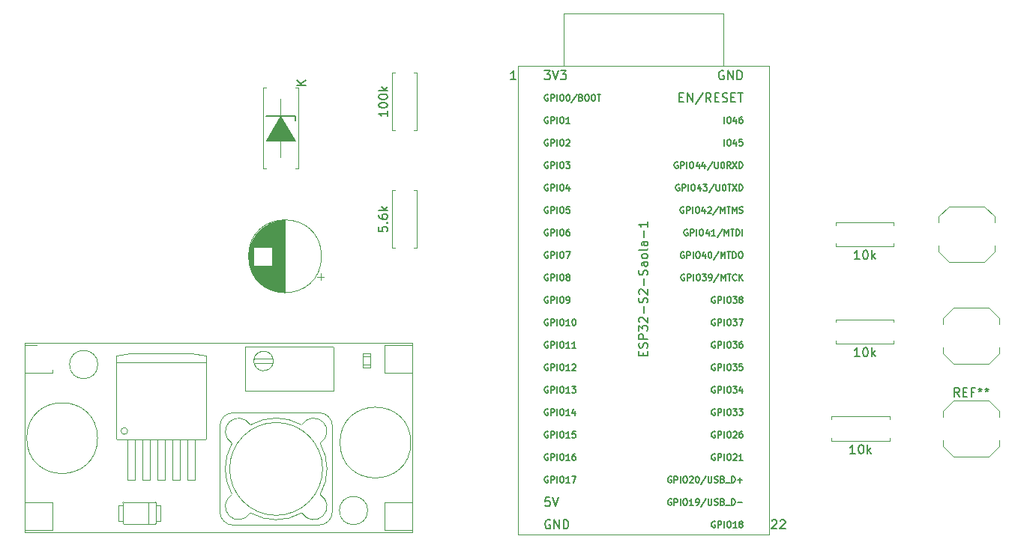
<source format=gbr>
%TF.GenerationSoftware,KiCad,Pcbnew,8.0.1*%
%TF.CreationDate,2024-09-13T04:40:34+01:00*%
%TF.ProjectId,monitor,6d6f6e69-746f-4722-9e6b-696361645f70,rev?*%
%TF.SameCoordinates,Original*%
%TF.FileFunction,Legend,Top*%
%TF.FilePolarity,Positive*%
%FSLAX46Y46*%
G04 Gerber Fmt 4.6, Leading zero omitted, Abs format (unit mm)*
G04 Created by KiCad (PCBNEW 8.0.1) date 2024-09-13 04:40:34*
%MOMM*%
%LPD*%
G01*
G04 APERTURE LIST*
%ADD10C,0.150000*%
%ADD11C,0.120000*%
%ADD12C,0.200000*%
%ADD13C,0.100000*%
G04 APERTURE END LIST*
D10*
X91084819Y-94690952D02*
X91084819Y-95167142D01*
X91084819Y-95167142D02*
X91561009Y-95214761D01*
X91561009Y-95214761D02*
X91513390Y-95167142D01*
X91513390Y-95167142D02*
X91465771Y-95071904D01*
X91465771Y-95071904D02*
X91465771Y-94833809D01*
X91465771Y-94833809D02*
X91513390Y-94738571D01*
X91513390Y-94738571D02*
X91561009Y-94690952D01*
X91561009Y-94690952D02*
X91656247Y-94643333D01*
X91656247Y-94643333D02*
X91894342Y-94643333D01*
X91894342Y-94643333D02*
X91989580Y-94690952D01*
X91989580Y-94690952D02*
X92037200Y-94738571D01*
X92037200Y-94738571D02*
X92084819Y-94833809D01*
X92084819Y-94833809D02*
X92084819Y-95071904D01*
X92084819Y-95071904D02*
X92037200Y-95167142D01*
X92037200Y-95167142D02*
X91989580Y-95214761D01*
X91989580Y-94214761D02*
X92037200Y-94167142D01*
X92037200Y-94167142D02*
X92084819Y-94214761D01*
X92084819Y-94214761D02*
X92037200Y-94262380D01*
X92037200Y-94262380D02*
X91989580Y-94214761D01*
X91989580Y-94214761D02*
X92084819Y-94214761D01*
X91084819Y-93310000D02*
X91084819Y-93500476D01*
X91084819Y-93500476D02*
X91132438Y-93595714D01*
X91132438Y-93595714D02*
X91180057Y-93643333D01*
X91180057Y-93643333D02*
X91322914Y-93738571D01*
X91322914Y-93738571D02*
X91513390Y-93786190D01*
X91513390Y-93786190D02*
X91894342Y-93786190D01*
X91894342Y-93786190D02*
X91989580Y-93738571D01*
X91989580Y-93738571D02*
X92037200Y-93690952D01*
X92037200Y-93690952D02*
X92084819Y-93595714D01*
X92084819Y-93595714D02*
X92084819Y-93405238D01*
X92084819Y-93405238D02*
X92037200Y-93310000D01*
X92037200Y-93310000D02*
X91989580Y-93262381D01*
X91989580Y-93262381D02*
X91894342Y-93214762D01*
X91894342Y-93214762D02*
X91656247Y-93214762D01*
X91656247Y-93214762D02*
X91561009Y-93262381D01*
X91561009Y-93262381D02*
X91513390Y-93310000D01*
X91513390Y-93310000D02*
X91465771Y-93405238D01*
X91465771Y-93405238D02*
X91465771Y-93595714D01*
X91465771Y-93595714D02*
X91513390Y-93690952D01*
X91513390Y-93690952D02*
X91561009Y-93738571D01*
X91561009Y-93738571D02*
X91656247Y-93786190D01*
X92084819Y-92786190D02*
X91084819Y-92786190D01*
X91703866Y-92690952D02*
X92084819Y-92405238D01*
X91418152Y-92405238D02*
X91799104Y-92786190D01*
X145404761Y-98324819D02*
X144833333Y-98324819D01*
X145119047Y-98324819D02*
X145119047Y-97324819D01*
X145119047Y-97324819D02*
X145023809Y-97467676D01*
X145023809Y-97467676D02*
X144928571Y-97562914D01*
X144928571Y-97562914D02*
X144833333Y-97610533D01*
X146023809Y-97324819D02*
X146119047Y-97324819D01*
X146119047Y-97324819D02*
X146214285Y-97372438D01*
X146214285Y-97372438D02*
X146261904Y-97420057D01*
X146261904Y-97420057D02*
X146309523Y-97515295D01*
X146309523Y-97515295D02*
X146357142Y-97705771D01*
X146357142Y-97705771D02*
X146357142Y-97943866D01*
X146357142Y-97943866D02*
X146309523Y-98134342D01*
X146309523Y-98134342D02*
X146261904Y-98229580D01*
X146261904Y-98229580D02*
X146214285Y-98277200D01*
X146214285Y-98277200D02*
X146119047Y-98324819D01*
X146119047Y-98324819D02*
X146023809Y-98324819D01*
X146023809Y-98324819D02*
X145928571Y-98277200D01*
X145928571Y-98277200D02*
X145880952Y-98229580D01*
X145880952Y-98229580D02*
X145833333Y-98134342D01*
X145833333Y-98134342D02*
X145785714Y-97943866D01*
X145785714Y-97943866D02*
X145785714Y-97705771D01*
X145785714Y-97705771D02*
X145833333Y-97515295D01*
X145833333Y-97515295D02*
X145880952Y-97420057D01*
X145880952Y-97420057D02*
X145928571Y-97372438D01*
X145928571Y-97372438D02*
X146023809Y-97324819D01*
X146785714Y-98324819D02*
X146785714Y-97324819D01*
X146880952Y-97943866D02*
X147166666Y-98324819D01*
X147166666Y-97658152D02*
X146785714Y-98039104D01*
X144904761Y-120324819D02*
X144333333Y-120324819D01*
X144619047Y-120324819D02*
X144619047Y-119324819D01*
X144619047Y-119324819D02*
X144523809Y-119467676D01*
X144523809Y-119467676D02*
X144428571Y-119562914D01*
X144428571Y-119562914D02*
X144333333Y-119610533D01*
X145523809Y-119324819D02*
X145619047Y-119324819D01*
X145619047Y-119324819D02*
X145714285Y-119372438D01*
X145714285Y-119372438D02*
X145761904Y-119420057D01*
X145761904Y-119420057D02*
X145809523Y-119515295D01*
X145809523Y-119515295D02*
X145857142Y-119705771D01*
X145857142Y-119705771D02*
X145857142Y-119943866D01*
X145857142Y-119943866D02*
X145809523Y-120134342D01*
X145809523Y-120134342D02*
X145761904Y-120229580D01*
X145761904Y-120229580D02*
X145714285Y-120277200D01*
X145714285Y-120277200D02*
X145619047Y-120324819D01*
X145619047Y-120324819D02*
X145523809Y-120324819D01*
X145523809Y-120324819D02*
X145428571Y-120277200D01*
X145428571Y-120277200D02*
X145380952Y-120229580D01*
X145380952Y-120229580D02*
X145333333Y-120134342D01*
X145333333Y-120134342D02*
X145285714Y-119943866D01*
X145285714Y-119943866D02*
X145285714Y-119705771D01*
X145285714Y-119705771D02*
X145333333Y-119515295D01*
X145333333Y-119515295D02*
X145380952Y-119420057D01*
X145380952Y-119420057D02*
X145428571Y-119372438D01*
X145428571Y-119372438D02*
X145523809Y-119324819D01*
X146285714Y-120324819D02*
X146285714Y-119324819D01*
X146380952Y-119943866D02*
X146666666Y-120324819D01*
X146666666Y-119658152D02*
X146285714Y-120039104D01*
X120931009Y-109210369D02*
X120931009Y-108877036D01*
X121454819Y-108734179D02*
X121454819Y-109210369D01*
X121454819Y-109210369D02*
X120454819Y-109210369D01*
X120454819Y-109210369D02*
X120454819Y-108734179D01*
X121407200Y-108353226D02*
X121454819Y-108210369D01*
X121454819Y-108210369D02*
X121454819Y-107972274D01*
X121454819Y-107972274D02*
X121407200Y-107877036D01*
X121407200Y-107877036D02*
X121359580Y-107829417D01*
X121359580Y-107829417D02*
X121264342Y-107781798D01*
X121264342Y-107781798D02*
X121169104Y-107781798D01*
X121169104Y-107781798D02*
X121073866Y-107829417D01*
X121073866Y-107829417D02*
X121026247Y-107877036D01*
X121026247Y-107877036D02*
X120978628Y-107972274D01*
X120978628Y-107972274D02*
X120931009Y-108162750D01*
X120931009Y-108162750D02*
X120883390Y-108257988D01*
X120883390Y-108257988D02*
X120835771Y-108305607D01*
X120835771Y-108305607D02*
X120740533Y-108353226D01*
X120740533Y-108353226D02*
X120645295Y-108353226D01*
X120645295Y-108353226D02*
X120550057Y-108305607D01*
X120550057Y-108305607D02*
X120502438Y-108257988D01*
X120502438Y-108257988D02*
X120454819Y-108162750D01*
X120454819Y-108162750D02*
X120454819Y-107924655D01*
X120454819Y-107924655D02*
X120502438Y-107781798D01*
X121454819Y-107353226D02*
X120454819Y-107353226D01*
X120454819Y-107353226D02*
X120454819Y-106972274D01*
X120454819Y-106972274D02*
X120502438Y-106877036D01*
X120502438Y-106877036D02*
X120550057Y-106829417D01*
X120550057Y-106829417D02*
X120645295Y-106781798D01*
X120645295Y-106781798D02*
X120788152Y-106781798D01*
X120788152Y-106781798D02*
X120883390Y-106829417D01*
X120883390Y-106829417D02*
X120931009Y-106877036D01*
X120931009Y-106877036D02*
X120978628Y-106972274D01*
X120978628Y-106972274D02*
X120978628Y-107353226D01*
X120454819Y-106448464D02*
X120454819Y-105829417D01*
X120454819Y-105829417D02*
X120835771Y-106162750D01*
X120835771Y-106162750D02*
X120835771Y-106019893D01*
X120835771Y-106019893D02*
X120883390Y-105924655D01*
X120883390Y-105924655D02*
X120931009Y-105877036D01*
X120931009Y-105877036D02*
X121026247Y-105829417D01*
X121026247Y-105829417D02*
X121264342Y-105829417D01*
X121264342Y-105829417D02*
X121359580Y-105877036D01*
X121359580Y-105877036D02*
X121407200Y-105924655D01*
X121407200Y-105924655D02*
X121454819Y-106019893D01*
X121454819Y-106019893D02*
X121454819Y-106305607D01*
X121454819Y-106305607D02*
X121407200Y-106400845D01*
X121407200Y-106400845D02*
X121359580Y-106448464D01*
X120550057Y-105448464D02*
X120502438Y-105400845D01*
X120502438Y-105400845D02*
X120454819Y-105305607D01*
X120454819Y-105305607D02*
X120454819Y-105067512D01*
X120454819Y-105067512D02*
X120502438Y-104972274D01*
X120502438Y-104972274D02*
X120550057Y-104924655D01*
X120550057Y-104924655D02*
X120645295Y-104877036D01*
X120645295Y-104877036D02*
X120740533Y-104877036D01*
X120740533Y-104877036D02*
X120883390Y-104924655D01*
X120883390Y-104924655D02*
X121454819Y-105496083D01*
X121454819Y-105496083D02*
X121454819Y-104877036D01*
X121073866Y-104448464D02*
X121073866Y-103686560D01*
X121407200Y-103257988D02*
X121454819Y-103115131D01*
X121454819Y-103115131D02*
X121454819Y-102877036D01*
X121454819Y-102877036D02*
X121407200Y-102781798D01*
X121407200Y-102781798D02*
X121359580Y-102734179D01*
X121359580Y-102734179D02*
X121264342Y-102686560D01*
X121264342Y-102686560D02*
X121169104Y-102686560D01*
X121169104Y-102686560D02*
X121073866Y-102734179D01*
X121073866Y-102734179D02*
X121026247Y-102781798D01*
X121026247Y-102781798D02*
X120978628Y-102877036D01*
X120978628Y-102877036D02*
X120931009Y-103067512D01*
X120931009Y-103067512D02*
X120883390Y-103162750D01*
X120883390Y-103162750D02*
X120835771Y-103210369D01*
X120835771Y-103210369D02*
X120740533Y-103257988D01*
X120740533Y-103257988D02*
X120645295Y-103257988D01*
X120645295Y-103257988D02*
X120550057Y-103210369D01*
X120550057Y-103210369D02*
X120502438Y-103162750D01*
X120502438Y-103162750D02*
X120454819Y-103067512D01*
X120454819Y-103067512D02*
X120454819Y-102829417D01*
X120454819Y-102829417D02*
X120502438Y-102686560D01*
X120550057Y-102305607D02*
X120502438Y-102257988D01*
X120502438Y-102257988D02*
X120454819Y-102162750D01*
X120454819Y-102162750D02*
X120454819Y-101924655D01*
X120454819Y-101924655D02*
X120502438Y-101829417D01*
X120502438Y-101829417D02*
X120550057Y-101781798D01*
X120550057Y-101781798D02*
X120645295Y-101734179D01*
X120645295Y-101734179D02*
X120740533Y-101734179D01*
X120740533Y-101734179D02*
X120883390Y-101781798D01*
X120883390Y-101781798D02*
X121454819Y-102353226D01*
X121454819Y-102353226D02*
X121454819Y-101734179D01*
X121073866Y-101305607D02*
X121073866Y-100543703D01*
X121407200Y-100115131D02*
X121454819Y-99972274D01*
X121454819Y-99972274D02*
X121454819Y-99734179D01*
X121454819Y-99734179D02*
X121407200Y-99638941D01*
X121407200Y-99638941D02*
X121359580Y-99591322D01*
X121359580Y-99591322D02*
X121264342Y-99543703D01*
X121264342Y-99543703D02*
X121169104Y-99543703D01*
X121169104Y-99543703D02*
X121073866Y-99591322D01*
X121073866Y-99591322D02*
X121026247Y-99638941D01*
X121026247Y-99638941D02*
X120978628Y-99734179D01*
X120978628Y-99734179D02*
X120931009Y-99924655D01*
X120931009Y-99924655D02*
X120883390Y-100019893D01*
X120883390Y-100019893D02*
X120835771Y-100067512D01*
X120835771Y-100067512D02*
X120740533Y-100115131D01*
X120740533Y-100115131D02*
X120645295Y-100115131D01*
X120645295Y-100115131D02*
X120550057Y-100067512D01*
X120550057Y-100067512D02*
X120502438Y-100019893D01*
X120502438Y-100019893D02*
X120454819Y-99924655D01*
X120454819Y-99924655D02*
X120454819Y-99686560D01*
X120454819Y-99686560D02*
X120502438Y-99543703D01*
X121454819Y-98686560D02*
X120931009Y-98686560D01*
X120931009Y-98686560D02*
X120835771Y-98734179D01*
X120835771Y-98734179D02*
X120788152Y-98829417D01*
X120788152Y-98829417D02*
X120788152Y-99019893D01*
X120788152Y-99019893D02*
X120835771Y-99115131D01*
X121407200Y-98686560D02*
X121454819Y-98781798D01*
X121454819Y-98781798D02*
X121454819Y-99019893D01*
X121454819Y-99019893D02*
X121407200Y-99115131D01*
X121407200Y-99115131D02*
X121311961Y-99162750D01*
X121311961Y-99162750D02*
X121216723Y-99162750D01*
X121216723Y-99162750D02*
X121121485Y-99115131D01*
X121121485Y-99115131D02*
X121073866Y-99019893D01*
X121073866Y-99019893D02*
X121073866Y-98781798D01*
X121073866Y-98781798D02*
X121026247Y-98686560D01*
X121454819Y-98067512D02*
X121407200Y-98162750D01*
X121407200Y-98162750D02*
X121359580Y-98210369D01*
X121359580Y-98210369D02*
X121264342Y-98257988D01*
X121264342Y-98257988D02*
X120978628Y-98257988D01*
X120978628Y-98257988D02*
X120883390Y-98210369D01*
X120883390Y-98210369D02*
X120835771Y-98162750D01*
X120835771Y-98162750D02*
X120788152Y-98067512D01*
X120788152Y-98067512D02*
X120788152Y-97924655D01*
X120788152Y-97924655D02*
X120835771Y-97829417D01*
X120835771Y-97829417D02*
X120883390Y-97781798D01*
X120883390Y-97781798D02*
X120978628Y-97734179D01*
X120978628Y-97734179D02*
X121264342Y-97734179D01*
X121264342Y-97734179D02*
X121359580Y-97781798D01*
X121359580Y-97781798D02*
X121407200Y-97829417D01*
X121407200Y-97829417D02*
X121454819Y-97924655D01*
X121454819Y-97924655D02*
X121454819Y-98067512D01*
X121454819Y-97162750D02*
X121407200Y-97257988D01*
X121407200Y-97257988D02*
X121311961Y-97305607D01*
X121311961Y-97305607D02*
X120454819Y-97305607D01*
X121454819Y-96353226D02*
X120931009Y-96353226D01*
X120931009Y-96353226D02*
X120835771Y-96400845D01*
X120835771Y-96400845D02*
X120788152Y-96496083D01*
X120788152Y-96496083D02*
X120788152Y-96686559D01*
X120788152Y-96686559D02*
X120835771Y-96781797D01*
X121407200Y-96353226D02*
X121454819Y-96448464D01*
X121454819Y-96448464D02*
X121454819Y-96686559D01*
X121454819Y-96686559D02*
X121407200Y-96781797D01*
X121407200Y-96781797D02*
X121311961Y-96829416D01*
X121311961Y-96829416D02*
X121216723Y-96829416D01*
X121216723Y-96829416D02*
X121121485Y-96781797D01*
X121121485Y-96781797D02*
X121073866Y-96686559D01*
X121073866Y-96686559D02*
X121073866Y-96448464D01*
X121073866Y-96448464D02*
X121026247Y-96353226D01*
X121073866Y-95877035D02*
X121073866Y-95115131D01*
X121454819Y-94115131D02*
X121454819Y-94686559D01*
X121454819Y-94400845D02*
X120454819Y-94400845D01*
X120454819Y-94400845D02*
X120597676Y-94496083D01*
X120597676Y-94496083D02*
X120692914Y-94591321D01*
X120692914Y-94591321D02*
X120740533Y-94686559D01*
X110202017Y-110225926D02*
X110135350Y-110192593D01*
X110135350Y-110192593D02*
X110035350Y-110192593D01*
X110035350Y-110192593D02*
X109935350Y-110225926D01*
X109935350Y-110225926D02*
X109868684Y-110292593D01*
X109868684Y-110292593D02*
X109835350Y-110359260D01*
X109835350Y-110359260D02*
X109802017Y-110492593D01*
X109802017Y-110492593D02*
X109802017Y-110592593D01*
X109802017Y-110592593D02*
X109835350Y-110725926D01*
X109835350Y-110725926D02*
X109868684Y-110792593D01*
X109868684Y-110792593D02*
X109935350Y-110859260D01*
X109935350Y-110859260D02*
X110035350Y-110892593D01*
X110035350Y-110892593D02*
X110102017Y-110892593D01*
X110102017Y-110892593D02*
X110202017Y-110859260D01*
X110202017Y-110859260D02*
X110235350Y-110825926D01*
X110235350Y-110825926D02*
X110235350Y-110592593D01*
X110235350Y-110592593D02*
X110102017Y-110592593D01*
X110535350Y-110892593D02*
X110535350Y-110192593D01*
X110535350Y-110192593D02*
X110802017Y-110192593D01*
X110802017Y-110192593D02*
X110868684Y-110225926D01*
X110868684Y-110225926D02*
X110902017Y-110259260D01*
X110902017Y-110259260D02*
X110935350Y-110325926D01*
X110935350Y-110325926D02*
X110935350Y-110425926D01*
X110935350Y-110425926D02*
X110902017Y-110492593D01*
X110902017Y-110492593D02*
X110868684Y-110525926D01*
X110868684Y-110525926D02*
X110802017Y-110559260D01*
X110802017Y-110559260D02*
X110535350Y-110559260D01*
X111235350Y-110892593D02*
X111235350Y-110192593D01*
X111702017Y-110192593D02*
X111835350Y-110192593D01*
X111835350Y-110192593D02*
X111902017Y-110225926D01*
X111902017Y-110225926D02*
X111968683Y-110292593D01*
X111968683Y-110292593D02*
X112002017Y-110425926D01*
X112002017Y-110425926D02*
X112002017Y-110659260D01*
X112002017Y-110659260D02*
X111968683Y-110792593D01*
X111968683Y-110792593D02*
X111902017Y-110859260D01*
X111902017Y-110859260D02*
X111835350Y-110892593D01*
X111835350Y-110892593D02*
X111702017Y-110892593D01*
X111702017Y-110892593D02*
X111635350Y-110859260D01*
X111635350Y-110859260D02*
X111568683Y-110792593D01*
X111568683Y-110792593D02*
X111535350Y-110659260D01*
X111535350Y-110659260D02*
X111535350Y-110425926D01*
X111535350Y-110425926D02*
X111568683Y-110292593D01*
X111568683Y-110292593D02*
X111635350Y-110225926D01*
X111635350Y-110225926D02*
X111702017Y-110192593D01*
X112668683Y-110892593D02*
X112268683Y-110892593D01*
X112468683Y-110892593D02*
X112468683Y-110192593D01*
X112468683Y-110192593D02*
X112402016Y-110292593D01*
X112402016Y-110292593D02*
X112335350Y-110359260D01*
X112335350Y-110359260D02*
X112268683Y-110392593D01*
X112935350Y-110259260D02*
X112968683Y-110225926D01*
X112968683Y-110225926D02*
X113035350Y-110192593D01*
X113035350Y-110192593D02*
X113202017Y-110192593D01*
X113202017Y-110192593D02*
X113268683Y-110225926D01*
X113268683Y-110225926D02*
X113302017Y-110259260D01*
X113302017Y-110259260D02*
X113335350Y-110325926D01*
X113335350Y-110325926D02*
X113335350Y-110392593D01*
X113335350Y-110392593D02*
X113302017Y-110492593D01*
X113302017Y-110492593D02*
X112902017Y-110892593D01*
X112902017Y-110892593D02*
X113335350Y-110892593D01*
X130045601Y-77058998D02*
X129950363Y-77011379D01*
X129950363Y-77011379D02*
X129807506Y-77011379D01*
X129807506Y-77011379D02*
X129664649Y-77058998D01*
X129664649Y-77058998D02*
X129569411Y-77154236D01*
X129569411Y-77154236D02*
X129521792Y-77249474D01*
X129521792Y-77249474D02*
X129474173Y-77439950D01*
X129474173Y-77439950D02*
X129474173Y-77582807D01*
X129474173Y-77582807D02*
X129521792Y-77773283D01*
X129521792Y-77773283D02*
X129569411Y-77868521D01*
X129569411Y-77868521D02*
X129664649Y-77963760D01*
X129664649Y-77963760D02*
X129807506Y-78011379D01*
X129807506Y-78011379D02*
X129902744Y-78011379D01*
X129902744Y-78011379D02*
X130045601Y-77963760D01*
X130045601Y-77963760D02*
X130093220Y-77916140D01*
X130093220Y-77916140D02*
X130093220Y-77582807D01*
X130093220Y-77582807D02*
X129902744Y-77582807D01*
X130521792Y-78011379D02*
X130521792Y-77011379D01*
X130521792Y-77011379D02*
X131093220Y-78011379D01*
X131093220Y-78011379D02*
X131093220Y-77011379D01*
X131569411Y-78011379D02*
X131569411Y-77011379D01*
X131569411Y-77011379D02*
X131807506Y-77011379D01*
X131807506Y-77011379D02*
X131950363Y-77058998D01*
X131950363Y-77058998D02*
X132045601Y-77154236D01*
X132045601Y-77154236D02*
X132093220Y-77249474D01*
X132093220Y-77249474D02*
X132140839Y-77439950D01*
X132140839Y-77439950D02*
X132140839Y-77582807D01*
X132140839Y-77582807D02*
X132093220Y-77773283D01*
X132093220Y-77773283D02*
X132045601Y-77868521D01*
X132045601Y-77868521D02*
X131950363Y-77963760D01*
X131950363Y-77963760D02*
X131807506Y-78011379D01*
X131807506Y-78011379D02*
X131569411Y-78011379D01*
X129064649Y-117845926D02*
X128997982Y-117812593D01*
X128997982Y-117812593D02*
X128897982Y-117812593D01*
X128897982Y-117812593D02*
X128797982Y-117845926D01*
X128797982Y-117845926D02*
X128731316Y-117912593D01*
X128731316Y-117912593D02*
X128697982Y-117979260D01*
X128697982Y-117979260D02*
X128664649Y-118112593D01*
X128664649Y-118112593D02*
X128664649Y-118212593D01*
X128664649Y-118212593D02*
X128697982Y-118345926D01*
X128697982Y-118345926D02*
X128731316Y-118412593D01*
X128731316Y-118412593D02*
X128797982Y-118479260D01*
X128797982Y-118479260D02*
X128897982Y-118512593D01*
X128897982Y-118512593D02*
X128964649Y-118512593D01*
X128964649Y-118512593D02*
X129064649Y-118479260D01*
X129064649Y-118479260D02*
X129097982Y-118445926D01*
X129097982Y-118445926D02*
X129097982Y-118212593D01*
X129097982Y-118212593D02*
X128964649Y-118212593D01*
X129397982Y-118512593D02*
X129397982Y-117812593D01*
X129397982Y-117812593D02*
X129664649Y-117812593D01*
X129664649Y-117812593D02*
X129731316Y-117845926D01*
X129731316Y-117845926D02*
X129764649Y-117879260D01*
X129764649Y-117879260D02*
X129797982Y-117945926D01*
X129797982Y-117945926D02*
X129797982Y-118045926D01*
X129797982Y-118045926D02*
X129764649Y-118112593D01*
X129764649Y-118112593D02*
X129731316Y-118145926D01*
X129731316Y-118145926D02*
X129664649Y-118179260D01*
X129664649Y-118179260D02*
X129397982Y-118179260D01*
X130097982Y-118512593D02*
X130097982Y-117812593D01*
X130564649Y-117812593D02*
X130697982Y-117812593D01*
X130697982Y-117812593D02*
X130764649Y-117845926D01*
X130764649Y-117845926D02*
X130831315Y-117912593D01*
X130831315Y-117912593D02*
X130864649Y-118045926D01*
X130864649Y-118045926D02*
X130864649Y-118279260D01*
X130864649Y-118279260D02*
X130831315Y-118412593D01*
X130831315Y-118412593D02*
X130764649Y-118479260D01*
X130764649Y-118479260D02*
X130697982Y-118512593D01*
X130697982Y-118512593D02*
X130564649Y-118512593D01*
X130564649Y-118512593D02*
X130497982Y-118479260D01*
X130497982Y-118479260D02*
X130431315Y-118412593D01*
X130431315Y-118412593D02*
X130397982Y-118279260D01*
X130397982Y-118279260D02*
X130397982Y-118045926D01*
X130397982Y-118045926D02*
X130431315Y-117912593D01*
X130431315Y-117912593D02*
X130497982Y-117845926D01*
X130497982Y-117845926D02*
X130564649Y-117812593D01*
X131131315Y-117879260D02*
X131164648Y-117845926D01*
X131164648Y-117845926D02*
X131231315Y-117812593D01*
X131231315Y-117812593D02*
X131397982Y-117812593D01*
X131397982Y-117812593D02*
X131464648Y-117845926D01*
X131464648Y-117845926D02*
X131497982Y-117879260D01*
X131497982Y-117879260D02*
X131531315Y-117945926D01*
X131531315Y-117945926D02*
X131531315Y-118012593D01*
X131531315Y-118012593D02*
X131497982Y-118112593D01*
X131497982Y-118112593D02*
X131097982Y-118512593D01*
X131097982Y-118512593D02*
X131531315Y-118512593D01*
X132131315Y-117812593D02*
X131997982Y-117812593D01*
X131997982Y-117812593D02*
X131931315Y-117845926D01*
X131931315Y-117845926D02*
X131897982Y-117879260D01*
X131897982Y-117879260D02*
X131831315Y-117979260D01*
X131831315Y-117979260D02*
X131797982Y-118112593D01*
X131797982Y-118112593D02*
X131797982Y-118379260D01*
X131797982Y-118379260D02*
X131831315Y-118445926D01*
X131831315Y-118445926D02*
X131864649Y-118479260D01*
X131864649Y-118479260D02*
X131931315Y-118512593D01*
X131931315Y-118512593D02*
X132064649Y-118512593D01*
X132064649Y-118512593D02*
X132131315Y-118479260D01*
X132131315Y-118479260D02*
X132164649Y-118445926D01*
X132164649Y-118445926D02*
X132197982Y-118379260D01*
X132197982Y-118379260D02*
X132197982Y-118212593D01*
X132197982Y-118212593D02*
X132164649Y-118145926D01*
X132164649Y-118145926D02*
X132131315Y-118112593D01*
X132131315Y-118112593D02*
X132064649Y-118079260D01*
X132064649Y-118079260D02*
X131931315Y-118079260D01*
X131931315Y-118079260D02*
X131864649Y-118112593D01*
X131864649Y-118112593D02*
X131831315Y-118145926D01*
X131831315Y-118145926D02*
X131797982Y-118212593D01*
X110202017Y-84825926D02*
X110135350Y-84792593D01*
X110135350Y-84792593D02*
X110035350Y-84792593D01*
X110035350Y-84792593D02*
X109935350Y-84825926D01*
X109935350Y-84825926D02*
X109868684Y-84892593D01*
X109868684Y-84892593D02*
X109835350Y-84959260D01*
X109835350Y-84959260D02*
X109802017Y-85092593D01*
X109802017Y-85092593D02*
X109802017Y-85192593D01*
X109802017Y-85192593D02*
X109835350Y-85325926D01*
X109835350Y-85325926D02*
X109868684Y-85392593D01*
X109868684Y-85392593D02*
X109935350Y-85459260D01*
X109935350Y-85459260D02*
X110035350Y-85492593D01*
X110035350Y-85492593D02*
X110102017Y-85492593D01*
X110102017Y-85492593D02*
X110202017Y-85459260D01*
X110202017Y-85459260D02*
X110235350Y-85425926D01*
X110235350Y-85425926D02*
X110235350Y-85192593D01*
X110235350Y-85192593D02*
X110102017Y-85192593D01*
X110535350Y-85492593D02*
X110535350Y-84792593D01*
X110535350Y-84792593D02*
X110802017Y-84792593D01*
X110802017Y-84792593D02*
X110868684Y-84825926D01*
X110868684Y-84825926D02*
X110902017Y-84859260D01*
X110902017Y-84859260D02*
X110935350Y-84925926D01*
X110935350Y-84925926D02*
X110935350Y-85025926D01*
X110935350Y-85025926D02*
X110902017Y-85092593D01*
X110902017Y-85092593D02*
X110868684Y-85125926D01*
X110868684Y-85125926D02*
X110802017Y-85159260D01*
X110802017Y-85159260D02*
X110535350Y-85159260D01*
X111235350Y-85492593D02*
X111235350Y-84792593D01*
X111702017Y-84792593D02*
X111835350Y-84792593D01*
X111835350Y-84792593D02*
X111902017Y-84825926D01*
X111902017Y-84825926D02*
X111968683Y-84892593D01*
X111968683Y-84892593D02*
X112002017Y-85025926D01*
X112002017Y-85025926D02*
X112002017Y-85259260D01*
X112002017Y-85259260D02*
X111968683Y-85392593D01*
X111968683Y-85392593D02*
X111902017Y-85459260D01*
X111902017Y-85459260D02*
X111835350Y-85492593D01*
X111835350Y-85492593D02*
X111702017Y-85492593D01*
X111702017Y-85492593D02*
X111635350Y-85459260D01*
X111635350Y-85459260D02*
X111568683Y-85392593D01*
X111568683Y-85392593D02*
X111535350Y-85259260D01*
X111535350Y-85259260D02*
X111535350Y-85025926D01*
X111535350Y-85025926D02*
X111568683Y-84892593D01*
X111568683Y-84892593D02*
X111635350Y-84825926D01*
X111635350Y-84825926D02*
X111702017Y-84792593D01*
X112268683Y-84859260D02*
X112302016Y-84825926D01*
X112302016Y-84825926D02*
X112368683Y-84792593D01*
X112368683Y-84792593D02*
X112535350Y-84792593D01*
X112535350Y-84792593D02*
X112602016Y-84825926D01*
X112602016Y-84825926D02*
X112635350Y-84859260D01*
X112635350Y-84859260D02*
X112668683Y-84925926D01*
X112668683Y-84925926D02*
X112668683Y-84992593D01*
X112668683Y-84992593D02*
X112635350Y-85092593D01*
X112635350Y-85092593D02*
X112235350Y-85492593D01*
X112235350Y-85492593D02*
X112668683Y-85492593D01*
X129064649Y-128005926D02*
X128997982Y-127972593D01*
X128997982Y-127972593D02*
X128897982Y-127972593D01*
X128897982Y-127972593D02*
X128797982Y-128005926D01*
X128797982Y-128005926D02*
X128731316Y-128072593D01*
X128731316Y-128072593D02*
X128697982Y-128139260D01*
X128697982Y-128139260D02*
X128664649Y-128272593D01*
X128664649Y-128272593D02*
X128664649Y-128372593D01*
X128664649Y-128372593D02*
X128697982Y-128505926D01*
X128697982Y-128505926D02*
X128731316Y-128572593D01*
X128731316Y-128572593D02*
X128797982Y-128639260D01*
X128797982Y-128639260D02*
X128897982Y-128672593D01*
X128897982Y-128672593D02*
X128964649Y-128672593D01*
X128964649Y-128672593D02*
X129064649Y-128639260D01*
X129064649Y-128639260D02*
X129097982Y-128605926D01*
X129097982Y-128605926D02*
X129097982Y-128372593D01*
X129097982Y-128372593D02*
X128964649Y-128372593D01*
X129397982Y-128672593D02*
X129397982Y-127972593D01*
X129397982Y-127972593D02*
X129664649Y-127972593D01*
X129664649Y-127972593D02*
X129731316Y-128005926D01*
X129731316Y-128005926D02*
X129764649Y-128039260D01*
X129764649Y-128039260D02*
X129797982Y-128105926D01*
X129797982Y-128105926D02*
X129797982Y-128205926D01*
X129797982Y-128205926D02*
X129764649Y-128272593D01*
X129764649Y-128272593D02*
X129731316Y-128305926D01*
X129731316Y-128305926D02*
X129664649Y-128339260D01*
X129664649Y-128339260D02*
X129397982Y-128339260D01*
X130097982Y-128672593D02*
X130097982Y-127972593D01*
X130564649Y-127972593D02*
X130697982Y-127972593D01*
X130697982Y-127972593D02*
X130764649Y-128005926D01*
X130764649Y-128005926D02*
X130831315Y-128072593D01*
X130831315Y-128072593D02*
X130864649Y-128205926D01*
X130864649Y-128205926D02*
X130864649Y-128439260D01*
X130864649Y-128439260D02*
X130831315Y-128572593D01*
X130831315Y-128572593D02*
X130764649Y-128639260D01*
X130764649Y-128639260D02*
X130697982Y-128672593D01*
X130697982Y-128672593D02*
X130564649Y-128672593D01*
X130564649Y-128672593D02*
X130497982Y-128639260D01*
X130497982Y-128639260D02*
X130431315Y-128572593D01*
X130431315Y-128572593D02*
X130397982Y-128439260D01*
X130397982Y-128439260D02*
X130397982Y-128205926D01*
X130397982Y-128205926D02*
X130431315Y-128072593D01*
X130431315Y-128072593D02*
X130497982Y-128005926D01*
X130497982Y-128005926D02*
X130564649Y-127972593D01*
X131531315Y-128672593D02*
X131131315Y-128672593D01*
X131331315Y-128672593D02*
X131331315Y-127972593D01*
X131331315Y-127972593D02*
X131264648Y-128072593D01*
X131264648Y-128072593D02*
X131197982Y-128139260D01*
X131197982Y-128139260D02*
X131131315Y-128172593D01*
X131931315Y-128272593D02*
X131864649Y-128239260D01*
X131864649Y-128239260D02*
X131831315Y-128205926D01*
X131831315Y-128205926D02*
X131797982Y-128139260D01*
X131797982Y-128139260D02*
X131797982Y-128105926D01*
X131797982Y-128105926D02*
X131831315Y-128039260D01*
X131831315Y-128039260D02*
X131864649Y-128005926D01*
X131864649Y-128005926D02*
X131931315Y-127972593D01*
X131931315Y-127972593D02*
X132064649Y-127972593D01*
X132064649Y-127972593D02*
X132131315Y-128005926D01*
X132131315Y-128005926D02*
X132164649Y-128039260D01*
X132164649Y-128039260D02*
X132197982Y-128105926D01*
X132197982Y-128105926D02*
X132197982Y-128139260D01*
X132197982Y-128139260D02*
X132164649Y-128205926D01*
X132164649Y-128205926D02*
X132131315Y-128239260D01*
X132131315Y-128239260D02*
X132064649Y-128272593D01*
X132064649Y-128272593D02*
X131931315Y-128272593D01*
X131931315Y-128272593D02*
X131864649Y-128305926D01*
X131864649Y-128305926D02*
X131831315Y-128339260D01*
X131831315Y-128339260D02*
X131797982Y-128405926D01*
X131797982Y-128405926D02*
X131797982Y-128539260D01*
X131797982Y-128539260D02*
X131831315Y-128605926D01*
X131831315Y-128605926D02*
X131864649Y-128639260D01*
X131864649Y-128639260D02*
X131931315Y-128672593D01*
X131931315Y-128672593D02*
X132064649Y-128672593D01*
X132064649Y-128672593D02*
X132131315Y-128639260D01*
X132131315Y-128639260D02*
X132164649Y-128605926D01*
X132164649Y-128605926D02*
X132197982Y-128539260D01*
X132197982Y-128539260D02*
X132197982Y-128405926D01*
X132197982Y-128405926D02*
X132164649Y-128339260D01*
X132164649Y-128339260D02*
X132131315Y-128305926D01*
X132131315Y-128305926D02*
X132064649Y-128272593D01*
X110202017Y-115305926D02*
X110135350Y-115272593D01*
X110135350Y-115272593D02*
X110035350Y-115272593D01*
X110035350Y-115272593D02*
X109935350Y-115305926D01*
X109935350Y-115305926D02*
X109868684Y-115372593D01*
X109868684Y-115372593D02*
X109835350Y-115439260D01*
X109835350Y-115439260D02*
X109802017Y-115572593D01*
X109802017Y-115572593D02*
X109802017Y-115672593D01*
X109802017Y-115672593D02*
X109835350Y-115805926D01*
X109835350Y-115805926D02*
X109868684Y-115872593D01*
X109868684Y-115872593D02*
X109935350Y-115939260D01*
X109935350Y-115939260D02*
X110035350Y-115972593D01*
X110035350Y-115972593D02*
X110102017Y-115972593D01*
X110102017Y-115972593D02*
X110202017Y-115939260D01*
X110202017Y-115939260D02*
X110235350Y-115905926D01*
X110235350Y-115905926D02*
X110235350Y-115672593D01*
X110235350Y-115672593D02*
X110102017Y-115672593D01*
X110535350Y-115972593D02*
X110535350Y-115272593D01*
X110535350Y-115272593D02*
X110802017Y-115272593D01*
X110802017Y-115272593D02*
X110868684Y-115305926D01*
X110868684Y-115305926D02*
X110902017Y-115339260D01*
X110902017Y-115339260D02*
X110935350Y-115405926D01*
X110935350Y-115405926D02*
X110935350Y-115505926D01*
X110935350Y-115505926D02*
X110902017Y-115572593D01*
X110902017Y-115572593D02*
X110868684Y-115605926D01*
X110868684Y-115605926D02*
X110802017Y-115639260D01*
X110802017Y-115639260D02*
X110535350Y-115639260D01*
X111235350Y-115972593D02*
X111235350Y-115272593D01*
X111702017Y-115272593D02*
X111835350Y-115272593D01*
X111835350Y-115272593D02*
X111902017Y-115305926D01*
X111902017Y-115305926D02*
X111968683Y-115372593D01*
X111968683Y-115372593D02*
X112002017Y-115505926D01*
X112002017Y-115505926D02*
X112002017Y-115739260D01*
X112002017Y-115739260D02*
X111968683Y-115872593D01*
X111968683Y-115872593D02*
X111902017Y-115939260D01*
X111902017Y-115939260D02*
X111835350Y-115972593D01*
X111835350Y-115972593D02*
X111702017Y-115972593D01*
X111702017Y-115972593D02*
X111635350Y-115939260D01*
X111635350Y-115939260D02*
X111568683Y-115872593D01*
X111568683Y-115872593D02*
X111535350Y-115739260D01*
X111535350Y-115739260D02*
X111535350Y-115505926D01*
X111535350Y-115505926D02*
X111568683Y-115372593D01*
X111568683Y-115372593D02*
X111635350Y-115305926D01*
X111635350Y-115305926D02*
X111702017Y-115272593D01*
X112668683Y-115972593D02*
X112268683Y-115972593D01*
X112468683Y-115972593D02*
X112468683Y-115272593D01*
X112468683Y-115272593D02*
X112402016Y-115372593D01*
X112402016Y-115372593D02*
X112335350Y-115439260D01*
X112335350Y-115439260D02*
X112268683Y-115472593D01*
X113268683Y-115505926D02*
X113268683Y-115972593D01*
X113102017Y-115239260D02*
X112935350Y-115739260D01*
X112935350Y-115739260D02*
X113368683Y-115739260D01*
X110202017Y-79745926D02*
X110135350Y-79712593D01*
X110135350Y-79712593D02*
X110035350Y-79712593D01*
X110035350Y-79712593D02*
X109935350Y-79745926D01*
X109935350Y-79745926D02*
X109868684Y-79812593D01*
X109868684Y-79812593D02*
X109835350Y-79879260D01*
X109835350Y-79879260D02*
X109802017Y-80012593D01*
X109802017Y-80012593D02*
X109802017Y-80112593D01*
X109802017Y-80112593D02*
X109835350Y-80245926D01*
X109835350Y-80245926D02*
X109868684Y-80312593D01*
X109868684Y-80312593D02*
X109935350Y-80379260D01*
X109935350Y-80379260D02*
X110035350Y-80412593D01*
X110035350Y-80412593D02*
X110102017Y-80412593D01*
X110102017Y-80412593D02*
X110202017Y-80379260D01*
X110202017Y-80379260D02*
X110235350Y-80345926D01*
X110235350Y-80345926D02*
X110235350Y-80112593D01*
X110235350Y-80112593D02*
X110102017Y-80112593D01*
X110535350Y-80412593D02*
X110535350Y-79712593D01*
X110535350Y-79712593D02*
X110802017Y-79712593D01*
X110802017Y-79712593D02*
X110868684Y-79745926D01*
X110868684Y-79745926D02*
X110902017Y-79779260D01*
X110902017Y-79779260D02*
X110935350Y-79845926D01*
X110935350Y-79845926D02*
X110935350Y-79945926D01*
X110935350Y-79945926D02*
X110902017Y-80012593D01*
X110902017Y-80012593D02*
X110868684Y-80045926D01*
X110868684Y-80045926D02*
X110802017Y-80079260D01*
X110802017Y-80079260D02*
X110535350Y-80079260D01*
X111235350Y-80412593D02*
X111235350Y-79712593D01*
X111702017Y-79712593D02*
X111835350Y-79712593D01*
X111835350Y-79712593D02*
X111902017Y-79745926D01*
X111902017Y-79745926D02*
X111968683Y-79812593D01*
X111968683Y-79812593D02*
X112002017Y-79945926D01*
X112002017Y-79945926D02*
X112002017Y-80179260D01*
X112002017Y-80179260D02*
X111968683Y-80312593D01*
X111968683Y-80312593D02*
X111902017Y-80379260D01*
X111902017Y-80379260D02*
X111835350Y-80412593D01*
X111835350Y-80412593D02*
X111702017Y-80412593D01*
X111702017Y-80412593D02*
X111635350Y-80379260D01*
X111635350Y-80379260D02*
X111568683Y-80312593D01*
X111568683Y-80312593D02*
X111535350Y-80179260D01*
X111535350Y-80179260D02*
X111535350Y-79945926D01*
X111535350Y-79945926D02*
X111568683Y-79812593D01*
X111568683Y-79812593D02*
X111635350Y-79745926D01*
X111635350Y-79745926D02*
X111702017Y-79712593D01*
X112435350Y-79712593D02*
X112502016Y-79712593D01*
X112502016Y-79712593D02*
X112568683Y-79745926D01*
X112568683Y-79745926D02*
X112602016Y-79779260D01*
X112602016Y-79779260D02*
X112635350Y-79845926D01*
X112635350Y-79845926D02*
X112668683Y-79979260D01*
X112668683Y-79979260D02*
X112668683Y-80145926D01*
X112668683Y-80145926D02*
X112635350Y-80279260D01*
X112635350Y-80279260D02*
X112602016Y-80345926D01*
X112602016Y-80345926D02*
X112568683Y-80379260D01*
X112568683Y-80379260D02*
X112502016Y-80412593D01*
X112502016Y-80412593D02*
X112435350Y-80412593D01*
X112435350Y-80412593D02*
X112368683Y-80379260D01*
X112368683Y-80379260D02*
X112335350Y-80345926D01*
X112335350Y-80345926D02*
X112302016Y-80279260D01*
X112302016Y-80279260D02*
X112268683Y-80145926D01*
X112268683Y-80145926D02*
X112268683Y-79979260D01*
X112268683Y-79979260D02*
X112302016Y-79845926D01*
X112302016Y-79845926D02*
X112335350Y-79779260D01*
X112335350Y-79779260D02*
X112368683Y-79745926D01*
X112368683Y-79745926D02*
X112435350Y-79712593D01*
X113468683Y-79679260D02*
X112868683Y-80579260D01*
X113935350Y-80045926D02*
X114035350Y-80079260D01*
X114035350Y-80079260D02*
X114068683Y-80112593D01*
X114068683Y-80112593D02*
X114102016Y-80179260D01*
X114102016Y-80179260D02*
X114102016Y-80279260D01*
X114102016Y-80279260D02*
X114068683Y-80345926D01*
X114068683Y-80345926D02*
X114035350Y-80379260D01*
X114035350Y-80379260D02*
X113968683Y-80412593D01*
X113968683Y-80412593D02*
X113702016Y-80412593D01*
X113702016Y-80412593D02*
X113702016Y-79712593D01*
X113702016Y-79712593D02*
X113935350Y-79712593D01*
X113935350Y-79712593D02*
X114002016Y-79745926D01*
X114002016Y-79745926D02*
X114035350Y-79779260D01*
X114035350Y-79779260D02*
X114068683Y-79845926D01*
X114068683Y-79845926D02*
X114068683Y-79912593D01*
X114068683Y-79912593D02*
X114035350Y-79979260D01*
X114035350Y-79979260D02*
X114002016Y-80012593D01*
X114002016Y-80012593D02*
X113935350Y-80045926D01*
X113935350Y-80045926D02*
X113702016Y-80045926D01*
X114535350Y-79712593D02*
X114668683Y-79712593D01*
X114668683Y-79712593D02*
X114735350Y-79745926D01*
X114735350Y-79745926D02*
X114802016Y-79812593D01*
X114802016Y-79812593D02*
X114835350Y-79945926D01*
X114835350Y-79945926D02*
X114835350Y-80179260D01*
X114835350Y-80179260D02*
X114802016Y-80312593D01*
X114802016Y-80312593D02*
X114735350Y-80379260D01*
X114735350Y-80379260D02*
X114668683Y-80412593D01*
X114668683Y-80412593D02*
X114535350Y-80412593D01*
X114535350Y-80412593D02*
X114468683Y-80379260D01*
X114468683Y-80379260D02*
X114402016Y-80312593D01*
X114402016Y-80312593D02*
X114368683Y-80179260D01*
X114368683Y-80179260D02*
X114368683Y-79945926D01*
X114368683Y-79945926D02*
X114402016Y-79812593D01*
X114402016Y-79812593D02*
X114468683Y-79745926D01*
X114468683Y-79745926D02*
X114535350Y-79712593D01*
X115268683Y-79712593D02*
X115402016Y-79712593D01*
X115402016Y-79712593D02*
X115468683Y-79745926D01*
X115468683Y-79745926D02*
X115535349Y-79812593D01*
X115535349Y-79812593D02*
X115568683Y-79945926D01*
X115568683Y-79945926D02*
X115568683Y-80179260D01*
X115568683Y-80179260D02*
X115535349Y-80312593D01*
X115535349Y-80312593D02*
X115468683Y-80379260D01*
X115468683Y-80379260D02*
X115402016Y-80412593D01*
X115402016Y-80412593D02*
X115268683Y-80412593D01*
X115268683Y-80412593D02*
X115202016Y-80379260D01*
X115202016Y-80379260D02*
X115135349Y-80312593D01*
X115135349Y-80312593D02*
X115102016Y-80179260D01*
X115102016Y-80179260D02*
X115102016Y-79945926D01*
X115102016Y-79945926D02*
X115135349Y-79812593D01*
X115135349Y-79812593D02*
X115202016Y-79745926D01*
X115202016Y-79745926D02*
X115268683Y-79712593D01*
X115768682Y-79712593D02*
X116168682Y-79712593D01*
X115968682Y-80412593D02*
X115968682Y-79712593D01*
X110202017Y-94985926D02*
X110135350Y-94952593D01*
X110135350Y-94952593D02*
X110035350Y-94952593D01*
X110035350Y-94952593D02*
X109935350Y-94985926D01*
X109935350Y-94985926D02*
X109868684Y-95052593D01*
X109868684Y-95052593D02*
X109835350Y-95119260D01*
X109835350Y-95119260D02*
X109802017Y-95252593D01*
X109802017Y-95252593D02*
X109802017Y-95352593D01*
X109802017Y-95352593D02*
X109835350Y-95485926D01*
X109835350Y-95485926D02*
X109868684Y-95552593D01*
X109868684Y-95552593D02*
X109935350Y-95619260D01*
X109935350Y-95619260D02*
X110035350Y-95652593D01*
X110035350Y-95652593D02*
X110102017Y-95652593D01*
X110102017Y-95652593D02*
X110202017Y-95619260D01*
X110202017Y-95619260D02*
X110235350Y-95585926D01*
X110235350Y-95585926D02*
X110235350Y-95352593D01*
X110235350Y-95352593D02*
X110102017Y-95352593D01*
X110535350Y-95652593D02*
X110535350Y-94952593D01*
X110535350Y-94952593D02*
X110802017Y-94952593D01*
X110802017Y-94952593D02*
X110868684Y-94985926D01*
X110868684Y-94985926D02*
X110902017Y-95019260D01*
X110902017Y-95019260D02*
X110935350Y-95085926D01*
X110935350Y-95085926D02*
X110935350Y-95185926D01*
X110935350Y-95185926D02*
X110902017Y-95252593D01*
X110902017Y-95252593D02*
X110868684Y-95285926D01*
X110868684Y-95285926D02*
X110802017Y-95319260D01*
X110802017Y-95319260D02*
X110535350Y-95319260D01*
X111235350Y-95652593D02*
X111235350Y-94952593D01*
X111702017Y-94952593D02*
X111835350Y-94952593D01*
X111835350Y-94952593D02*
X111902017Y-94985926D01*
X111902017Y-94985926D02*
X111968683Y-95052593D01*
X111968683Y-95052593D02*
X112002017Y-95185926D01*
X112002017Y-95185926D02*
X112002017Y-95419260D01*
X112002017Y-95419260D02*
X111968683Y-95552593D01*
X111968683Y-95552593D02*
X111902017Y-95619260D01*
X111902017Y-95619260D02*
X111835350Y-95652593D01*
X111835350Y-95652593D02*
X111702017Y-95652593D01*
X111702017Y-95652593D02*
X111635350Y-95619260D01*
X111635350Y-95619260D02*
X111568683Y-95552593D01*
X111568683Y-95552593D02*
X111535350Y-95419260D01*
X111535350Y-95419260D02*
X111535350Y-95185926D01*
X111535350Y-95185926D02*
X111568683Y-95052593D01*
X111568683Y-95052593D02*
X111635350Y-94985926D01*
X111635350Y-94985926D02*
X111702017Y-94952593D01*
X112602016Y-94952593D02*
X112468683Y-94952593D01*
X112468683Y-94952593D02*
X112402016Y-94985926D01*
X112402016Y-94985926D02*
X112368683Y-95019260D01*
X112368683Y-95019260D02*
X112302016Y-95119260D01*
X112302016Y-95119260D02*
X112268683Y-95252593D01*
X112268683Y-95252593D02*
X112268683Y-95519260D01*
X112268683Y-95519260D02*
X112302016Y-95585926D01*
X112302016Y-95585926D02*
X112335350Y-95619260D01*
X112335350Y-95619260D02*
X112402016Y-95652593D01*
X112402016Y-95652593D02*
X112535350Y-95652593D01*
X112535350Y-95652593D02*
X112602016Y-95619260D01*
X112602016Y-95619260D02*
X112635350Y-95585926D01*
X112635350Y-95585926D02*
X112668683Y-95519260D01*
X112668683Y-95519260D02*
X112668683Y-95352593D01*
X112668683Y-95352593D02*
X112635350Y-95285926D01*
X112635350Y-95285926D02*
X112602016Y-95252593D01*
X112602016Y-95252593D02*
X112535350Y-95219260D01*
X112535350Y-95219260D02*
X112402016Y-95219260D01*
X112402016Y-95219260D02*
X112335350Y-95252593D01*
X112335350Y-95252593D02*
X112302016Y-95285926D01*
X112302016Y-95285926D02*
X112268683Y-95352593D01*
X109811541Y-77011379D02*
X110430588Y-77011379D01*
X110430588Y-77011379D02*
X110097255Y-77392331D01*
X110097255Y-77392331D02*
X110240112Y-77392331D01*
X110240112Y-77392331D02*
X110335350Y-77439950D01*
X110335350Y-77439950D02*
X110382969Y-77487569D01*
X110382969Y-77487569D02*
X110430588Y-77582807D01*
X110430588Y-77582807D02*
X110430588Y-77820902D01*
X110430588Y-77820902D02*
X110382969Y-77916140D01*
X110382969Y-77916140D02*
X110335350Y-77963760D01*
X110335350Y-77963760D02*
X110240112Y-78011379D01*
X110240112Y-78011379D02*
X109954398Y-78011379D01*
X109954398Y-78011379D02*
X109859160Y-77963760D01*
X109859160Y-77963760D02*
X109811541Y-77916140D01*
X110716303Y-77011379D02*
X111049636Y-78011379D01*
X111049636Y-78011379D02*
X111382969Y-77011379D01*
X111621065Y-77011379D02*
X112240112Y-77011379D01*
X112240112Y-77011379D02*
X111906779Y-77392331D01*
X111906779Y-77392331D02*
X112049636Y-77392331D01*
X112049636Y-77392331D02*
X112144874Y-77439950D01*
X112144874Y-77439950D02*
X112192493Y-77487569D01*
X112192493Y-77487569D02*
X112240112Y-77582807D01*
X112240112Y-77582807D02*
X112240112Y-77820902D01*
X112240112Y-77820902D02*
X112192493Y-77916140D01*
X112192493Y-77916140D02*
X112144874Y-77963760D01*
X112144874Y-77963760D02*
X112049636Y-78011379D01*
X112049636Y-78011379D02*
X111763922Y-78011379D01*
X111763922Y-78011379D02*
X111668684Y-77963760D01*
X111668684Y-77963760D02*
X111621065Y-77916140D01*
X125597983Y-100065926D02*
X125531316Y-100032593D01*
X125531316Y-100032593D02*
X125431316Y-100032593D01*
X125431316Y-100032593D02*
X125331316Y-100065926D01*
X125331316Y-100065926D02*
X125264650Y-100132593D01*
X125264650Y-100132593D02*
X125231316Y-100199260D01*
X125231316Y-100199260D02*
X125197983Y-100332593D01*
X125197983Y-100332593D02*
X125197983Y-100432593D01*
X125197983Y-100432593D02*
X125231316Y-100565926D01*
X125231316Y-100565926D02*
X125264650Y-100632593D01*
X125264650Y-100632593D02*
X125331316Y-100699260D01*
X125331316Y-100699260D02*
X125431316Y-100732593D01*
X125431316Y-100732593D02*
X125497983Y-100732593D01*
X125497983Y-100732593D02*
X125597983Y-100699260D01*
X125597983Y-100699260D02*
X125631316Y-100665926D01*
X125631316Y-100665926D02*
X125631316Y-100432593D01*
X125631316Y-100432593D02*
X125497983Y-100432593D01*
X125931316Y-100732593D02*
X125931316Y-100032593D01*
X125931316Y-100032593D02*
X126197983Y-100032593D01*
X126197983Y-100032593D02*
X126264650Y-100065926D01*
X126264650Y-100065926D02*
X126297983Y-100099260D01*
X126297983Y-100099260D02*
X126331316Y-100165926D01*
X126331316Y-100165926D02*
X126331316Y-100265926D01*
X126331316Y-100265926D02*
X126297983Y-100332593D01*
X126297983Y-100332593D02*
X126264650Y-100365926D01*
X126264650Y-100365926D02*
X126197983Y-100399260D01*
X126197983Y-100399260D02*
X125931316Y-100399260D01*
X126631316Y-100732593D02*
X126631316Y-100032593D01*
X127097983Y-100032593D02*
X127231316Y-100032593D01*
X127231316Y-100032593D02*
X127297983Y-100065926D01*
X127297983Y-100065926D02*
X127364649Y-100132593D01*
X127364649Y-100132593D02*
X127397983Y-100265926D01*
X127397983Y-100265926D02*
X127397983Y-100499260D01*
X127397983Y-100499260D02*
X127364649Y-100632593D01*
X127364649Y-100632593D02*
X127297983Y-100699260D01*
X127297983Y-100699260D02*
X127231316Y-100732593D01*
X127231316Y-100732593D02*
X127097983Y-100732593D01*
X127097983Y-100732593D02*
X127031316Y-100699260D01*
X127031316Y-100699260D02*
X126964649Y-100632593D01*
X126964649Y-100632593D02*
X126931316Y-100499260D01*
X126931316Y-100499260D02*
X126931316Y-100265926D01*
X126931316Y-100265926D02*
X126964649Y-100132593D01*
X126964649Y-100132593D02*
X127031316Y-100065926D01*
X127031316Y-100065926D02*
X127097983Y-100032593D01*
X127631316Y-100032593D02*
X128064649Y-100032593D01*
X128064649Y-100032593D02*
X127831316Y-100299260D01*
X127831316Y-100299260D02*
X127931316Y-100299260D01*
X127931316Y-100299260D02*
X127997982Y-100332593D01*
X127997982Y-100332593D02*
X128031316Y-100365926D01*
X128031316Y-100365926D02*
X128064649Y-100432593D01*
X128064649Y-100432593D02*
X128064649Y-100599260D01*
X128064649Y-100599260D02*
X128031316Y-100665926D01*
X128031316Y-100665926D02*
X127997982Y-100699260D01*
X127997982Y-100699260D02*
X127931316Y-100732593D01*
X127931316Y-100732593D02*
X127731316Y-100732593D01*
X127731316Y-100732593D02*
X127664649Y-100699260D01*
X127664649Y-100699260D02*
X127631316Y-100665926D01*
X128397983Y-100732593D02*
X128531316Y-100732593D01*
X128531316Y-100732593D02*
X128597983Y-100699260D01*
X128597983Y-100699260D02*
X128631316Y-100665926D01*
X128631316Y-100665926D02*
X128697983Y-100565926D01*
X128697983Y-100565926D02*
X128731316Y-100432593D01*
X128731316Y-100432593D02*
X128731316Y-100165926D01*
X128731316Y-100165926D02*
X128697983Y-100099260D01*
X128697983Y-100099260D02*
X128664649Y-100065926D01*
X128664649Y-100065926D02*
X128597983Y-100032593D01*
X128597983Y-100032593D02*
X128464649Y-100032593D01*
X128464649Y-100032593D02*
X128397983Y-100065926D01*
X128397983Y-100065926D02*
X128364649Y-100099260D01*
X128364649Y-100099260D02*
X128331316Y-100165926D01*
X128331316Y-100165926D02*
X128331316Y-100332593D01*
X128331316Y-100332593D02*
X128364649Y-100399260D01*
X128364649Y-100399260D02*
X128397983Y-100432593D01*
X128397983Y-100432593D02*
X128464649Y-100465926D01*
X128464649Y-100465926D02*
X128597983Y-100465926D01*
X128597983Y-100465926D02*
X128664649Y-100432593D01*
X128664649Y-100432593D02*
X128697983Y-100399260D01*
X128697983Y-100399260D02*
X128731316Y-100332593D01*
X129531316Y-99999260D02*
X128931316Y-100899260D01*
X129764649Y-100732593D02*
X129764649Y-100032593D01*
X129764649Y-100032593D02*
X129997983Y-100532593D01*
X129997983Y-100532593D02*
X130231316Y-100032593D01*
X130231316Y-100032593D02*
X130231316Y-100732593D01*
X130464649Y-100032593D02*
X130864649Y-100032593D01*
X130664649Y-100732593D02*
X130664649Y-100032593D01*
X131497982Y-100665926D02*
X131464649Y-100699260D01*
X131464649Y-100699260D02*
X131364649Y-100732593D01*
X131364649Y-100732593D02*
X131297982Y-100732593D01*
X131297982Y-100732593D02*
X131197982Y-100699260D01*
X131197982Y-100699260D02*
X131131316Y-100632593D01*
X131131316Y-100632593D02*
X131097982Y-100565926D01*
X131097982Y-100565926D02*
X131064649Y-100432593D01*
X131064649Y-100432593D02*
X131064649Y-100332593D01*
X131064649Y-100332593D02*
X131097982Y-100199260D01*
X131097982Y-100199260D02*
X131131316Y-100132593D01*
X131131316Y-100132593D02*
X131197982Y-100065926D01*
X131197982Y-100065926D02*
X131297982Y-100032593D01*
X131297982Y-100032593D02*
X131364649Y-100032593D01*
X131364649Y-100032593D02*
X131464649Y-100065926D01*
X131464649Y-100065926D02*
X131497982Y-100099260D01*
X131797982Y-100732593D02*
X131797982Y-100032593D01*
X132197982Y-100732593D02*
X131897982Y-100332593D01*
X132197982Y-100032593D02*
X131797982Y-100432593D01*
X129064649Y-107685926D02*
X128997982Y-107652593D01*
X128997982Y-107652593D02*
X128897982Y-107652593D01*
X128897982Y-107652593D02*
X128797982Y-107685926D01*
X128797982Y-107685926D02*
X128731316Y-107752593D01*
X128731316Y-107752593D02*
X128697982Y-107819260D01*
X128697982Y-107819260D02*
X128664649Y-107952593D01*
X128664649Y-107952593D02*
X128664649Y-108052593D01*
X128664649Y-108052593D02*
X128697982Y-108185926D01*
X128697982Y-108185926D02*
X128731316Y-108252593D01*
X128731316Y-108252593D02*
X128797982Y-108319260D01*
X128797982Y-108319260D02*
X128897982Y-108352593D01*
X128897982Y-108352593D02*
X128964649Y-108352593D01*
X128964649Y-108352593D02*
X129064649Y-108319260D01*
X129064649Y-108319260D02*
X129097982Y-108285926D01*
X129097982Y-108285926D02*
X129097982Y-108052593D01*
X129097982Y-108052593D02*
X128964649Y-108052593D01*
X129397982Y-108352593D02*
X129397982Y-107652593D01*
X129397982Y-107652593D02*
X129664649Y-107652593D01*
X129664649Y-107652593D02*
X129731316Y-107685926D01*
X129731316Y-107685926D02*
X129764649Y-107719260D01*
X129764649Y-107719260D02*
X129797982Y-107785926D01*
X129797982Y-107785926D02*
X129797982Y-107885926D01*
X129797982Y-107885926D02*
X129764649Y-107952593D01*
X129764649Y-107952593D02*
X129731316Y-107985926D01*
X129731316Y-107985926D02*
X129664649Y-108019260D01*
X129664649Y-108019260D02*
X129397982Y-108019260D01*
X130097982Y-108352593D02*
X130097982Y-107652593D01*
X130564649Y-107652593D02*
X130697982Y-107652593D01*
X130697982Y-107652593D02*
X130764649Y-107685926D01*
X130764649Y-107685926D02*
X130831315Y-107752593D01*
X130831315Y-107752593D02*
X130864649Y-107885926D01*
X130864649Y-107885926D02*
X130864649Y-108119260D01*
X130864649Y-108119260D02*
X130831315Y-108252593D01*
X130831315Y-108252593D02*
X130764649Y-108319260D01*
X130764649Y-108319260D02*
X130697982Y-108352593D01*
X130697982Y-108352593D02*
X130564649Y-108352593D01*
X130564649Y-108352593D02*
X130497982Y-108319260D01*
X130497982Y-108319260D02*
X130431315Y-108252593D01*
X130431315Y-108252593D02*
X130397982Y-108119260D01*
X130397982Y-108119260D02*
X130397982Y-107885926D01*
X130397982Y-107885926D02*
X130431315Y-107752593D01*
X130431315Y-107752593D02*
X130497982Y-107685926D01*
X130497982Y-107685926D02*
X130564649Y-107652593D01*
X131097982Y-107652593D02*
X131531315Y-107652593D01*
X131531315Y-107652593D02*
X131297982Y-107919260D01*
X131297982Y-107919260D02*
X131397982Y-107919260D01*
X131397982Y-107919260D02*
X131464648Y-107952593D01*
X131464648Y-107952593D02*
X131497982Y-107985926D01*
X131497982Y-107985926D02*
X131531315Y-108052593D01*
X131531315Y-108052593D02*
X131531315Y-108219260D01*
X131531315Y-108219260D02*
X131497982Y-108285926D01*
X131497982Y-108285926D02*
X131464648Y-108319260D01*
X131464648Y-108319260D02*
X131397982Y-108352593D01*
X131397982Y-108352593D02*
X131197982Y-108352593D01*
X131197982Y-108352593D02*
X131131315Y-108319260D01*
X131131315Y-108319260D02*
X131097982Y-108285926D01*
X132131315Y-107652593D02*
X131997982Y-107652593D01*
X131997982Y-107652593D02*
X131931315Y-107685926D01*
X131931315Y-107685926D02*
X131897982Y-107719260D01*
X131897982Y-107719260D02*
X131831315Y-107819260D01*
X131831315Y-107819260D02*
X131797982Y-107952593D01*
X131797982Y-107952593D02*
X131797982Y-108219260D01*
X131797982Y-108219260D02*
X131831315Y-108285926D01*
X131831315Y-108285926D02*
X131864649Y-108319260D01*
X131864649Y-108319260D02*
X131931315Y-108352593D01*
X131931315Y-108352593D02*
X132064649Y-108352593D01*
X132064649Y-108352593D02*
X132131315Y-108319260D01*
X132131315Y-108319260D02*
X132164649Y-108285926D01*
X132164649Y-108285926D02*
X132197982Y-108219260D01*
X132197982Y-108219260D02*
X132197982Y-108052593D01*
X132197982Y-108052593D02*
X132164649Y-107985926D01*
X132164649Y-107985926D02*
X132131315Y-107952593D01*
X132131315Y-107952593D02*
X132064649Y-107919260D01*
X132064649Y-107919260D02*
X131931315Y-107919260D01*
X131931315Y-107919260D02*
X131864649Y-107952593D01*
X131864649Y-107952593D02*
X131831315Y-107985926D01*
X131831315Y-107985926D02*
X131797982Y-108052593D01*
X110202017Y-105145926D02*
X110135350Y-105112593D01*
X110135350Y-105112593D02*
X110035350Y-105112593D01*
X110035350Y-105112593D02*
X109935350Y-105145926D01*
X109935350Y-105145926D02*
X109868684Y-105212593D01*
X109868684Y-105212593D02*
X109835350Y-105279260D01*
X109835350Y-105279260D02*
X109802017Y-105412593D01*
X109802017Y-105412593D02*
X109802017Y-105512593D01*
X109802017Y-105512593D02*
X109835350Y-105645926D01*
X109835350Y-105645926D02*
X109868684Y-105712593D01*
X109868684Y-105712593D02*
X109935350Y-105779260D01*
X109935350Y-105779260D02*
X110035350Y-105812593D01*
X110035350Y-105812593D02*
X110102017Y-105812593D01*
X110102017Y-105812593D02*
X110202017Y-105779260D01*
X110202017Y-105779260D02*
X110235350Y-105745926D01*
X110235350Y-105745926D02*
X110235350Y-105512593D01*
X110235350Y-105512593D02*
X110102017Y-105512593D01*
X110535350Y-105812593D02*
X110535350Y-105112593D01*
X110535350Y-105112593D02*
X110802017Y-105112593D01*
X110802017Y-105112593D02*
X110868684Y-105145926D01*
X110868684Y-105145926D02*
X110902017Y-105179260D01*
X110902017Y-105179260D02*
X110935350Y-105245926D01*
X110935350Y-105245926D02*
X110935350Y-105345926D01*
X110935350Y-105345926D02*
X110902017Y-105412593D01*
X110902017Y-105412593D02*
X110868684Y-105445926D01*
X110868684Y-105445926D02*
X110802017Y-105479260D01*
X110802017Y-105479260D02*
X110535350Y-105479260D01*
X111235350Y-105812593D02*
X111235350Y-105112593D01*
X111702017Y-105112593D02*
X111835350Y-105112593D01*
X111835350Y-105112593D02*
X111902017Y-105145926D01*
X111902017Y-105145926D02*
X111968683Y-105212593D01*
X111968683Y-105212593D02*
X112002017Y-105345926D01*
X112002017Y-105345926D02*
X112002017Y-105579260D01*
X112002017Y-105579260D02*
X111968683Y-105712593D01*
X111968683Y-105712593D02*
X111902017Y-105779260D01*
X111902017Y-105779260D02*
X111835350Y-105812593D01*
X111835350Y-105812593D02*
X111702017Y-105812593D01*
X111702017Y-105812593D02*
X111635350Y-105779260D01*
X111635350Y-105779260D02*
X111568683Y-105712593D01*
X111568683Y-105712593D02*
X111535350Y-105579260D01*
X111535350Y-105579260D02*
X111535350Y-105345926D01*
X111535350Y-105345926D02*
X111568683Y-105212593D01*
X111568683Y-105212593D02*
X111635350Y-105145926D01*
X111635350Y-105145926D02*
X111702017Y-105112593D01*
X112668683Y-105812593D02*
X112268683Y-105812593D01*
X112468683Y-105812593D02*
X112468683Y-105112593D01*
X112468683Y-105112593D02*
X112402016Y-105212593D01*
X112402016Y-105212593D02*
X112335350Y-105279260D01*
X112335350Y-105279260D02*
X112268683Y-105312593D01*
X113102017Y-105112593D02*
X113168683Y-105112593D01*
X113168683Y-105112593D02*
X113235350Y-105145926D01*
X113235350Y-105145926D02*
X113268683Y-105179260D01*
X113268683Y-105179260D02*
X113302017Y-105245926D01*
X113302017Y-105245926D02*
X113335350Y-105379260D01*
X113335350Y-105379260D02*
X113335350Y-105545926D01*
X113335350Y-105545926D02*
X113302017Y-105679260D01*
X113302017Y-105679260D02*
X113268683Y-105745926D01*
X113268683Y-105745926D02*
X113235350Y-105779260D01*
X113235350Y-105779260D02*
X113168683Y-105812593D01*
X113168683Y-105812593D02*
X113102017Y-105812593D01*
X113102017Y-105812593D02*
X113035350Y-105779260D01*
X113035350Y-105779260D02*
X113002017Y-105745926D01*
X113002017Y-105745926D02*
X112968683Y-105679260D01*
X112968683Y-105679260D02*
X112935350Y-105545926D01*
X112935350Y-105545926D02*
X112935350Y-105379260D01*
X112935350Y-105379260D02*
X112968683Y-105245926D01*
X112968683Y-105245926D02*
X113002017Y-105179260D01*
X113002017Y-105179260D02*
X113035350Y-105145926D01*
X113035350Y-105145926D02*
X113102017Y-105112593D01*
X110202017Y-92445926D02*
X110135350Y-92412593D01*
X110135350Y-92412593D02*
X110035350Y-92412593D01*
X110035350Y-92412593D02*
X109935350Y-92445926D01*
X109935350Y-92445926D02*
X109868684Y-92512593D01*
X109868684Y-92512593D02*
X109835350Y-92579260D01*
X109835350Y-92579260D02*
X109802017Y-92712593D01*
X109802017Y-92712593D02*
X109802017Y-92812593D01*
X109802017Y-92812593D02*
X109835350Y-92945926D01*
X109835350Y-92945926D02*
X109868684Y-93012593D01*
X109868684Y-93012593D02*
X109935350Y-93079260D01*
X109935350Y-93079260D02*
X110035350Y-93112593D01*
X110035350Y-93112593D02*
X110102017Y-93112593D01*
X110102017Y-93112593D02*
X110202017Y-93079260D01*
X110202017Y-93079260D02*
X110235350Y-93045926D01*
X110235350Y-93045926D02*
X110235350Y-92812593D01*
X110235350Y-92812593D02*
X110102017Y-92812593D01*
X110535350Y-93112593D02*
X110535350Y-92412593D01*
X110535350Y-92412593D02*
X110802017Y-92412593D01*
X110802017Y-92412593D02*
X110868684Y-92445926D01*
X110868684Y-92445926D02*
X110902017Y-92479260D01*
X110902017Y-92479260D02*
X110935350Y-92545926D01*
X110935350Y-92545926D02*
X110935350Y-92645926D01*
X110935350Y-92645926D02*
X110902017Y-92712593D01*
X110902017Y-92712593D02*
X110868684Y-92745926D01*
X110868684Y-92745926D02*
X110802017Y-92779260D01*
X110802017Y-92779260D02*
X110535350Y-92779260D01*
X111235350Y-93112593D02*
X111235350Y-92412593D01*
X111702017Y-92412593D02*
X111835350Y-92412593D01*
X111835350Y-92412593D02*
X111902017Y-92445926D01*
X111902017Y-92445926D02*
X111968683Y-92512593D01*
X111968683Y-92512593D02*
X112002017Y-92645926D01*
X112002017Y-92645926D02*
X112002017Y-92879260D01*
X112002017Y-92879260D02*
X111968683Y-93012593D01*
X111968683Y-93012593D02*
X111902017Y-93079260D01*
X111902017Y-93079260D02*
X111835350Y-93112593D01*
X111835350Y-93112593D02*
X111702017Y-93112593D01*
X111702017Y-93112593D02*
X111635350Y-93079260D01*
X111635350Y-93079260D02*
X111568683Y-93012593D01*
X111568683Y-93012593D02*
X111535350Y-92879260D01*
X111535350Y-92879260D02*
X111535350Y-92645926D01*
X111535350Y-92645926D02*
X111568683Y-92512593D01*
X111568683Y-92512593D02*
X111635350Y-92445926D01*
X111635350Y-92445926D02*
X111702017Y-92412593D01*
X112635350Y-92412593D02*
X112302016Y-92412593D01*
X112302016Y-92412593D02*
X112268683Y-92745926D01*
X112268683Y-92745926D02*
X112302016Y-92712593D01*
X112302016Y-92712593D02*
X112368683Y-92679260D01*
X112368683Y-92679260D02*
X112535350Y-92679260D01*
X112535350Y-92679260D02*
X112602016Y-92712593D01*
X112602016Y-92712593D02*
X112635350Y-92745926D01*
X112635350Y-92745926D02*
X112668683Y-92812593D01*
X112668683Y-92812593D02*
X112668683Y-92979260D01*
X112668683Y-92979260D02*
X112635350Y-93045926D01*
X112635350Y-93045926D02*
X112602016Y-93079260D01*
X112602016Y-93079260D02*
X112535350Y-93112593D01*
X112535350Y-93112593D02*
X112368683Y-93112593D01*
X112368683Y-93112593D02*
X112302016Y-93079260D01*
X112302016Y-93079260D02*
X112268683Y-93045926D01*
X129064649Y-112765926D02*
X128997982Y-112732593D01*
X128997982Y-112732593D02*
X128897982Y-112732593D01*
X128897982Y-112732593D02*
X128797982Y-112765926D01*
X128797982Y-112765926D02*
X128731316Y-112832593D01*
X128731316Y-112832593D02*
X128697982Y-112899260D01*
X128697982Y-112899260D02*
X128664649Y-113032593D01*
X128664649Y-113032593D02*
X128664649Y-113132593D01*
X128664649Y-113132593D02*
X128697982Y-113265926D01*
X128697982Y-113265926D02*
X128731316Y-113332593D01*
X128731316Y-113332593D02*
X128797982Y-113399260D01*
X128797982Y-113399260D02*
X128897982Y-113432593D01*
X128897982Y-113432593D02*
X128964649Y-113432593D01*
X128964649Y-113432593D02*
X129064649Y-113399260D01*
X129064649Y-113399260D02*
X129097982Y-113365926D01*
X129097982Y-113365926D02*
X129097982Y-113132593D01*
X129097982Y-113132593D02*
X128964649Y-113132593D01*
X129397982Y-113432593D02*
X129397982Y-112732593D01*
X129397982Y-112732593D02*
X129664649Y-112732593D01*
X129664649Y-112732593D02*
X129731316Y-112765926D01*
X129731316Y-112765926D02*
X129764649Y-112799260D01*
X129764649Y-112799260D02*
X129797982Y-112865926D01*
X129797982Y-112865926D02*
X129797982Y-112965926D01*
X129797982Y-112965926D02*
X129764649Y-113032593D01*
X129764649Y-113032593D02*
X129731316Y-113065926D01*
X129731316Y-113065926D02*
X129664649Y-113099260D01*
X129664649Y-113099260D02*
X129397982Y-113099260D01*
X130097982Y-113432593D02*
X130097982Y-112732593D01*
X130564649Y-112732593D02*
X130697982Y-112732593D01*
X130697982Y-112732593D02*
X130764649Y-112765926D01*
X130764649Y-112765926D02*
X130831315Y-112832593D01*
X130831315Y-112832593D02*
X130864649Y-112965926D01*
X130864649Y-112965926D02*
X130864649Y-113199260D01*
X130864649Y-113199260D02*
X130831315Y-113332593D01*
X130831315Y-113332593D02*
X130764649Y-113399260D01*
X130764649Y-113399260D02*
X130697982Y-113432593D01*
X130697982Y-113432593D02*
X130564649Y-113432593D01*
X130564649Y-113432593D02*
X130497982Y-113399260D01*
X130497982Y-113399260D02*
X130431315Y-113332593D01*
X130431315Y-113332593D02*
X130397982Y-113199260D01*
X130397982Y-113199260D02*
X130397982Y-112965926D01*
X130397982Y-112965926D02*
X130431315Y-112832593D01*
X130431315Y-112832593D02*
X130497982Y-112765926D01*
X130497982Y-112765926D02*
X130564649Y-112732593D01*
X131097982Y-112732593D02*
X131531315Y-112732593D01*
X131531315Y-112732593D02*
X131297982Y-112999260D01*
X131297982Y-112999260D02*
X131397982Y-112999260D01*
X131397982Y-112999260D02*
X131464648Y-113032593D01*
X131464648Y-113032593D02*
X131497982Y-113065926D01*
X131497982Y-113065926D02*
X131531315Y-113132593D01*
X131531315Y-113132593D02*
X131531315Y-113299260D01*
X131531315Y-113299260D02*
X131497982Y-113365926D01*
X131497982Y-113365926D02*
X131464648Y-113399260D01*
X131464648Y-113399260D02*
X131397982Y-113432593D01*
X131397982Y-113432593D02*
X131197982Y-113432593D01*
X131197982Y-113432593D02*
X131131315Y-113399260D01*
X131131315Y-113399260D02*
X131097982Y-113365926D01*
X132131315Y-112965926D02*
X132131315Y-113432593D01*
X131964649Y-112699260D02*
X131797982Y-113199260D01*
X131797982Y-113199260D02*
X132231315Y-113199260D01*
X125564650Y-97525926D02*
X125497983Y-97492593D01*
X125497983Y-97492593D02*
X125397983Y-97492593D01*
X125397983Y-97492593D02*
X125297983Y-97525926D01*
X125297983Y-97525926D02*
X125231317Y-97592593D01*
X125231317Y-97592593D02*
X125197983Y-97659260D01*
X125197983Y-97659260D02*
X125164650Y-97792593D01*
X125164650Y-97792593D02*
X125164650Y-97892593D01*
X125164650Y-97892593D02*
X125197983Y-98025926D01*
X125197983Y-98025926D02*
X125231317Y-98092593D01*
X125231317Y-98092593D02*
X125297983Y-98159260D01*
X125297983Y-98159260D02*
X125397983Y-98192593D01*
X125397983Y-98192593D02*
X125464650Y-98192593D01*
X125464650Y-98192593D02*
X125564650Y-98159260D01*
X125564650Y-98159260D02*
X125597983Y-98125926D01*
X125597983Y-98125926D02*
X125597983Y-97892593D01*
X125597983Y-97892593D02*
X125464650Y-97892593D01*
X125897983Y-98192593D02*
X125897983Y-97492593D01*
X125897983Y-97492593D02*
X126164650Y-97492593D01*
X126164650Y-97492593D02*
X126231317Y-97525926D01*
X126231317Y-97525926D02*
X126264650Y-97559260D01*
X126264650Y-97559260D02*
X126297983Y-97625926D01*
X126297983Y-97625926D02*
X126297983Y-97725926D01*
X126297983Y-97725926D02*
X126264650Y-97792593D01*
X126264650Y-97792593D02*
X126231317Y-97825926D01*
X126231317Y-97825926D02*
X126164650Y-97859260D01*
X126164650Y-97859260D02*
X125897983Y-97859260D01*
X126597983Y-98192593D02*
X126597983Y-97492593D01*
X127064650Y-97492593D02*
X127197983Y-97492593D01*
X127197983Y-97492593D02*
X127264650Y-97525926D01*
X127264650Y-97525926D02*
X127331316Y-97592593D01*
X127331316Y-97592593D02*
X127364650Y-97725926D01*
X127364650Y-97725926D02*
X127364650Y-97959260D01*
X127364650Y-97959260D02*
X127331316Y-98092593D01*
X127331316Y-98092593D02*
X127264650Y-98159260D01*
X127264650Y-98159260D02*
X127197983Y-98192593D01*
X127197983Y-98192593D02*
X127064650Y-98192593D01*
X127064650Y-98192593D02*
X126997983Y-98159260D01*
X126997983Y-98159260D02*
X126931316Y-98092593D01*
X126931316Y-98092593D02*
X126897983Y-97959260D01*
X126897983Y-97959260D02*
X126897983Y-97725926D01*
X126897983Y-97725926D02*
X126931316Y-97592593D01*
X126931316Y-97592593D02*
X126997983Y-97525926D01*
X126997983Y-97525926D02*
X127064650Y-97492593D01*
X127964649Y-97725926D02*
X127964649Y-98192593D01*
X127797983Y-97459260D02*
X127631316Y-97959260D01*
X127631316Y-97959260D02*
X128064649Y-97959260D01*
X128464650Y-97492593D02*
X128531316Y-97492593D01*
X128531316Y-97492593D02*
X128597983Y-97525926D01*
X128597983Y-97525926D02*
X128631316Y-97559260D01*
X128631316Y-97559260D02*
X128664650Y-97625926D01*
X128664650Y-97625926D02*
X128697983Y-97759260D01*
X128697983Y-97759260D02*
X128697983Y-97925926D01*
X128697983Y-97925926D02*
X128664650Y-98059260D01*
X128664650Y-98059260D02*
X128631316Y-98125926D01*
X128631316Y-98125926D02*
X128597983Y-98159260D01*
X128597983Y-98159260D02*
X128531316Y-98192593D01*
X128531316Y-98192593D02*
X128464650Y-98192593D01*
X128464650Y-98192593D02*
X128397983Y-98159260D01*
X128397983Y-98159260D02*
X128364650Y-98125926D01*
X128364650Y-98125926D02*
X128331316Y-98059260D01*
X128331316Y-98059260D02*
X128297983Y-97925926D01*
X128297983Y-97925926D02*
X128297983Y-97759260D01*
X128297983Y-97759260D02*
X128331316Y-97625926D01*
X128331316Y-97625926D02*
X128364650Y-97559260D01*
X128364650Y-97559260D02*
X128397983Y-97525926D01*
X128397983Y-97525926D02*
X128464650Y-97492593D01*
X129497983Y-97459260D02*
X128897983Y-98359260D01*
X129731316Y-98192593D02*
X129731316Y-97492593D01*
X129731316Y-97492593D02*
X129964650Y-97992593D01*
X129964650Y-97992593D02*
X130197983Y-97492593D01*
X130197983Y-97492593D02*
X130197983Y-98192593D01*
X130431316Y-97492593D02*
X130831316Y-97492593D01*
X130631316Y-98192593D02*
X130631316Y-97492593D01*
X131064649Y-98192593D02*
X131064649Y-97492593D01*
X131064649Y-97492593D02*
X131231316Y-97492593D01*
X131231316Y-97492593D02*
X131331316Y-97525926D01*
X131331316Y-97525926D02*
X131397983Y-97592593D01*
X131397983Y-97592593D02*
X131431316Y-97659260D01*
X131431316Y-97659260D02*
X131464649Y-97792593D01*
X131464649Y-97792593D02*
X131464649Y-97892593D01*
X131464649Y-97892593D02*
X131431316Y-98025926D01*
X131431316Y-98025926D02*
X131397983Y-98092593D01*
X131397983Y-98092593D02*
X131331316Y-98159260D01*
X131331316Y-98159260D02*
X131231316Y-98192593D01*
X131231316Y-98192593D02*
X131064649Y-98192593D01*
X131897983Y-97492593D02*
X132031316Y-97492593D01*
X132031316Y-97492593D02*
X132097983Y-97525926D01*
X132097983Y-97525926D02*
X132164649Y-97592593D01*
X132164649Y-97592593D02*
X132197983Y-97725926D01*
X132197983Y-97725926D02*
X132197983Y-97959260D01*
X132197983Y-97959260D02*
X132164649Y-98092593D01*
X132164649Y-98092593D02*
X132097983Y-98159260D01*
X132097983Y-98159260D02*
X132031316Y-98192593D01*
X132031316Y-98192593D02*
X131897983Y-98192593D01*
X131897983Y-98192593D02*
X131831316Y-98159260D01*
X131831316Y-98159260D02*
X131764649Y-98092593D01*
X131764649Y-98092593D02*
X131731316Y-97959260D01*
X131731316Y-97959260D02*
X131731316Y-97725926D01*
X131731316Y-97725926D02*
X131764649Y-97592593D01*
X131764649Y-97592593D02*
X131831316Y-97525926D01*
X131831316Y-97525926D02*
X131897983Y-97492593D01*
X129064649Y-110225926D02*
X128997982Y-110192593D01*
X128997982Y-110192593D02*
X128897982Y-110192593D01*
X128897982Y-110192593D02*
X128797982Y-110225926D01*
X128797982Y-110225926D02*
X128731316Y-110292593D01*
X128731316Y-110292593D02*
X128697982Y-110359260D01*
X128697982Y-110359260D02*
X128664649Y-110492593D01*
X128664649Y-110492593D02*
X128664649Y-110592593D01*
X128664649Y-110592593D02*
X128697982Y-110725926D01*
X128697982Y-110725926D02*
X128731316Y-110792593D01*
X128731316Y-110792593D02*
X128797982Y-110859260D01*
X128797982Y-110859260D02*
X128897982Y-110892593D01*
X128897982Y-110892593D02*
X128964649Y-110892593D01*
X128964649Y-110892593D02*
X129064649Y-110859260D01*
X129064649Y-110859260D02*
X129097982Y-110825926D01*
X129097982Y-110825926D02*
X129097982Y-110592593D01*
X129097982Y-110592593D02*
X128964649Y-110592593D01*
X129397982Y-110892593D02*
X129397982Y-110192593D01*
X129397982Y-110192593D02*
X129664649Y-110192593D01*
X129664649Y-110192593D02*
X129731316Y-110225926D01*
X129731316Y-110225926D02*
X129764649Y-110259260D01*
X129764649Y-110259260D02*
X129797982Y-110325926D01*
X129797982Y-110325926D02*
X129797982Y-110425926D01*
X129797982Y-110425926D02*
X129764649Y-110492593D01*
X129764649Y-110492593D02*
X129731316Y-110525926D01*
X129731316Y-110525926D02*
X129664649Y-110559260D01*
X129664649Y-110559260D02*
X129397982Y-110559260D01*
X130097982Y-110892593D02*
X130097982Y-110192593D01*
X130564649Y-110192593D02*
X130697982Y-110192593D01*
X130697982Y-110192593D02*
X130764649Y-110225926D01*
X130764649Y-110225926D02*
X130831315Y-110292593D01*
X130831315Y-110292593D02*
X130864649Y-110425926D01*
X130864649Y-110425926D02*
X130864649Y-110659260D01*
X130864649Y-110659260D02*
X130831315Y-110792593D01*
X130831315Y-110792593D02*
X130764649Y-110859260D01*
X130764649Y-110859260D02*
X130697982Y-110892593D01*
X130697982Y-110892593D02*
X130564649Y-110892593D01*
X130564649Y-110892593D02*
X130497982Y-110859260D01*
X130497982Y-110859260D02*
X130431315Y-110792593D01*
X130431315Y-110792593D02*
X130397982Y-110659260D01*
X130397982Y-110659260D02*
X130397982Y-110425926D01*
X130397982Y-110425926D02*
X130431315Y-110292593D01*
X130431315Y-110292593D02*
X130497982Y-110225926D01*
X130497982Y-110225926D02*
X130564649Y-110192593D01*
X131097982Y-110192593D02*
X131531315Y-110192593D01*
X131531315Y-110192593D02*
X131297982Y-110459260D01*
X131297982Y-110459260D02*
X131397982Y-110459260D01*
X131397982Y-110459260D02*
X131464648Y-110492593D01*
X131464648Y-110492593D02*
X131497982Y-110525926D01*
X131497982Y-110525926D02*
X131531315Y-110592593D01*
X131531315Y-110592593D02*
X131531315Y-110759260D01*
X131531315Y-110759260D02*
X131497982Y-110825926D01*
X131497982Y-110825926D02*
X131464648Y-110859260D01*
X131464648Y-110859260D02*
X131397982Y-110892593D01*
X131397982Y-110892593D02*
X131197982Y-110892593D01*
X131197982Y-110892593D02*
X131131315Y-110859260D01*
X131131315Y-110859260D02*
X131097982Y-110825926D01*
X132164649Y-110192593D02*
X131831315Y-110192593D01*
X131831315Y-110192593D02*
X131797982Y-110525926D01*
X131797982Y-110525926D02*
X131831315Y-110492593D01*
X131831315Y-110492593D02*
X131897982Y-110459260D01*
X131897982Y-110459260D02*
X132064649Y-110459260D01*
X132064649Y-110459260D02*
X132131315Y-110492593D01*
X132131315Y-110492593D02*
X132164649Y-110525926D01*
X132164649Y-110525926D02*
X132197982Y-110592593D01*
X132197982Y-110592593D02*
X132197982Y-110759260D01*
X132197982Y-110759260D02*
X132164649Y-110825926D01*
X132164649Y-110825926D02*
X132131315Y-110859260D01*
X132131315Y-110859260D02*
X132064649Y-110892593D01*
X132064649Y-110892593D02*
X131897982Y-110892593D01*
X131897982Y-110892593D02*
X131831315Y-110859260D01*
X131831315Y-110859260D02*
X131797982Y-110825926D01*
X124864649Y-87365926D02*
X124797982Y-87332593D01*
X124797982Y-87332593D02*
X124697982Y-87332593D01*
X124697982Y-87332593D02*
X124597982Y-87365926D01*
X124597982Y-87365926D02*
X124531316Y-87432593D01*
X124531316Y-87432593D02*
X124497982Y-87499260D01*
X124497982Y-87499260D02*
X124464649Y-87632593D01*
X124464649Y-87632593D02*
X124464649Y-87732593D01*
X124464649Y-87732593D02*
X124497982Y-87865926D01*
X124497982Y-87865926D02*
X124531316Y-87932593D01*
X124531316Y-87932593D02*
X124597982Y-87999260D01*
X124597982Y-87999260D02*
X124697982Y-88032593D01*
X124697982Y-88032593D02*
X124764649Y-88032593D01*
X124764649Y-88032593D02*
X124864649Y-87999260D01*
X124864649Y-87999260D02*
X124897982Y-87965926D01*
X124897982Y-87965926D02*
X124897982Y-87732593D01*
X124897982Y-87732593D02*
X124764649Y-87732593D01*
X125197982Y-88032593D02*
X125197982Y-87332593D01*
X125197982Y-87332593D02*
X125464649Y-87332593D01*
X125464649Y-87332593D02*
X125531316Y-87365926D01*
X125531316Y-87365926D02*
X125564649Y-87399260D01*
X125564649Y-87399260D02*
X125597982Y-87465926D01*
X125597982Y-87465926D02*
X125597982Y-87565926D01*
X125597982Y-87565926D02*
X125564649Y-87632593D01*
X125564649Y-87632593D02*
X125531316Y-87665926D01*
X125531316Y-87665926D02*
X125464649Y-87699260D01*
X125464649Y-87699260D02*
X125197982Y-87699260D01*
X125897982Y-88032593D02*
X125897982Y-87332593D01*
X126364649Y-87332593D02*
X126497982Y-87332593D01*
X126497982Y-87332593D02*
X126564649Y-87365926D01*
X126564649Y-87365926D02*
X126631315Y-87432593D01*
X126631315Y-87432593D02*
X126664649Y-87565926D01*
X126664649Y-87565926D02*
X126664649Y-87799260D01*
X126664649Y-87799260D02*
X126631315Y-87932593D01*
X126631315Y-87932593D02*
X126564649Y-87999260D01*
X126564649Y-87999260D02*
X126497982Y-88032593D01*
X126497982Y-88032593D02*
X126364649Y-88032593D01*
X126364649Y-88032593D02*
X126297982Y-87999260D01*
X126297982Y-87999260D02*
X126231315Y-87932593D01*
X126231315Y-87932593D02*
X126197982Y-87799260D01*
X126197982Y-87799260D02*
X126197982Y-87565926D01*
X126197982Y-87565926D02*
X126231315Y-87432593D01*
X126231315Y-87432593D02*
X126297982Y-87365926D01*
X126297982Y-87365926D02*
X126364649Y-87332593D01*
X127264648Y-87565926D02*
X127264648Y-88032593D01*
X127097982Y-87299260D02*
X126931315Y-87799260D01*
X126931315Y-87799260D02*
X127364648Y-87799260D01*
X127931315Y-87565926D02*
X127931315Y-88032593D01*
X127764649Y-87299260D02*
X127597982Y-87799260D01*
X127597982Y-87799260D02*
X128031315Y-87799260D01*
X128797982Y-87299260D02*
X128197982Y-88199260D01*
X129031315Y-87332593D02*
X129031315Y-87899260D01*
X129031315Y-87899260D02*
X129064649Y-87965926D01*
X129064649Y-87965926D02*
X129097982Y-87999260D01*
X129097982Y-87999260D02*
X129164649Y-88032593D01*
X129164649Y-88032593D02*
X129297982Y-88032593D01*
X129297982Y-88032593D02*
X129364649Y-87999260D01*
X129364649Y-87999260D02*
X129397982Y-87965926D01*
X129397982Y-87965926D02*
X129431315Y-87899260D01*
X129431315Y-87899260D02*
X129431315Y-87332593D01*
X129897982Y-87332593D02*
X129964648Y-87332593D01*
X129964648Y-87332593D02*
X130031315Y-87365926D01*
X130031315Y-87365926D02*
X130064648Y-87399260D01*
X130064648Y-87399260D02*
X130097982Y-87465926D01*
X130097982Y-87465926D02*
X130131315Y-87599260D01*
X130131315Y-87599260D02*
X130131315Y-87765926D01*
X130131315Y-87765926D02*
X130097982Y-87899260D01*
X130097982Y-87899260D02*
X130064648Y-87965926D01*
X130064648Y-87965926D02*
X130031315Y-87999260D01*
X130031315Y-87999260D02*
X129964648Y-88032593D01*
X129964648Y-88032593D02*
X129897982Y-88032593D01*
X129897982Y-88032593D02*
X129831315Y-87999260D01*
X129831315Y-87999260D02*
X129797982Y-87965926D01*
X129797982Y-87965926D02*
X129764648Y-87899260D01*
X129764648Y-87899260D02*
X129731315Y-87765926D01*
X129731315Y-87765926D02*
X129731315Y-87599260D01*
X129731315Y-87599260D02*
X129764648Y-87465926D01*
X129764648Y-87465926D02*
X129797982Y-87399260D01*
X129797982Y-87399260D02*
X129831315Y-87365926D01*
X129831315Y-87365926D02*
X129897982Y-87332593D01*
X130831315Y-88032593D02*
X130597982Y-87699260D01*
X130431315Y-88032593D02*
X130431315Y-87332593D01*
X130431315Y-87332593D02*
X130697982Y-87332593D01*
X130697982Y-87332593D02*
X130764649Y-87365926D01*
X130764649Y-87365926D02*
X130797982Y-87399260D01*
X130797982Y-87399260D02*
X130831315Y-87465926D01*
X130831315Y-87465926D02*
X130831315Y-87565926D01*
X130831315Y-87565926D02*
X130797982Y-87632593D01*
X130797982Y-87632593D02*
X130764649Y-87665926D01*
X130764649Y-87665926D02*
X130697982Y-87699260D01*
X130697982Y-87699260D02*
X130431315Y-87699260D01*
X131064649Y-87332593D02*
X131531315Y-88032593D01*
X131531315Y-87332593D02*
X131064649Y-88032593D01*
X131797982Y-88032593D02*
X131797982Y-87332593D01*
X131797982Y-87332593D02*
X131964649Y-87332593D01*
X131964649Y-87332593D02*
X132064649Y-87365926D01*
X132064649Y-87365926D02*
X132131316Y-87432593D01*
X132131316Y-87432593D02*
X132164649Y-87499260D01*
X132164649Y-87499260D02*
X132197982Y-87632593D01*
X132197982Y-87632593D02*
X132197982Y-87732593D01*
X132197982Y-87732593D02*
X132164649Y-87865926D01*
X132164649Y-87865926D02*
X132131316Y-87932593D01*
X132131316Y-87932593D02*
X132064649Y-87999260D01*
X132064649Y-87999260D02*
X131964649Y-88032593D01*
X131964649Y-88032593D02*
X131797982Y-88032593D01*
X110202017Y-122925926D02*
X110135350Y-122892593D01*
X110135350Y-122892593D02*
X110035350Y-122892593D01*
X110035350Y-122892593D02*
X109935350Y-122925926D01*
X109935350Y-122925926D02*
X109868684Y-122992593D01*
X109868684Y-122992593D02*
X109835350Y-123059260D01*
X109835350Y-123059260D02*
X109802017Y-123192593D01*
X109802017Y-123192593D02*
X109802017Y-123292593D01*
X109802017Y-123292593D02*
X109835350Y-123425926D01*
X109835350Y-123425926D02*
X109868684Y-123492593D01*
X109868684Y-123492593D02*
X109935350Y-123559260D01*
X109935350Y-123559260D02*
X110035350Y-123592593D01*
X110035350Y-123592593D02*
X110102017Y-123592593D01*
X110102017Y-123592593D02*
X110202017Y-123559260D01*
X110202017Y-123559260D02*
X110235350Y-123525926D01*
X110235350Y-123525926D02*
X110235350Y-123292593D01*
X110235350Y-123292593D02*
X110102017Y-123292593D01*
X110535350Y-123592593D02*
X110535350Y-122892593D01*
X110535350Y-122892593D02*
X110802017Y-122892593D01*
X110802017Y-122892593D02*
X110868684Y-122925926D01*
X110868684Y-122925926D02*
X110902017Y-122959260D01*
X110902017Y-122959260D02*
X110935350Y-123025926D01*
X110935350Y-123025926D02*
X110935350Y-123125926D01*
X110935350Y-123125926D02*
X110902017Y-123192593D01*
X110902017Y-123192593D02*
X110868684Y-123225926D01*
X110868684Y-123225926D02*
X110802017Y-123259260D01*
X110802017Y-123259260D02*
X110535350Y-123259260D01*
X111235350Y-123592593D02*
X111235350Y-122892593D01*
X111702017Y-122892593D02*
X111835350Y-122892593D01*
X111835350Y-122892593D02*
X111902017Y-122925926D01*
X111902017Y-122925926D02*
X111968683Y-122992593D01*
X111968683Y-122992593D02*
X112002017Y-123125926D01*
X112002017Y-123125926D02*
X112002017Y-123359260D01*
X112002017Y-123359260D02*
X111968683Y-123492593D01*
X111968683Y-123492593D02*
X111902017Y-123559260D01*
X111902017Y-123559260D02*
X111835350Y-123592593D01*
X111835350Y-123592593D02*
X111702017Y-123592593D01*
X111702017Y-123592593D02*
X111635350Y-123559260D01*
X111635350Y-123559260D02*
X111568683Y-123492593D01*
X111568683Y-123492593D02*
X111535350Y-123359260D01*
X111535350Y-123359260D02*
X111535350Y-123125926D01*
X111535350Y-123125926D02*
X111568683Y-122992593D01*
X111568683Y-122992593D02*
X111635350Y-122925926D01*
X111635350Y-122925926D02*
X111702017Y-122892593D01*
X112668683Y-123592593D02*
X112268683Y-123592593D01*
X112468683Y-123592593D02*
X112468683Y-122892593D01*
X112468683Y-122892593D02*
X112402016Y-122992593D01*
X112402016Y-122992593D02*
X112335350Y-123059260D01*
X112335350Y-123059260D02*
X112268683Y-123092593D01*
X112902017Y-122892593D02*
X113368683Y-122892593D01*
X113368683Y-122892593D02*
X113068683Y-123592593D01*
X110202017Y-117845926D02*
X110135350Y-117812593D01*
X110135350Y-117812593D02*
X110035350Y-117812593D01*
X110035350Y-117812593D02*
X109935350Y-117845926D01*
X109935350Y-117845926D02*
X109868684Y-117912593D01*
X109868684Y-117912593D02*
X109835350Y-117979260D01*
X109835350Y-117979260D02*
X109802017Y-118112593D01*
X109802017Y-118112593D02*
X109802017Y-118212593D01*
X109802017Y-118212593D02*
X109835350Y-118345926D01*
X109835350Y-118345926D02*
X109868684Y-118412593D01*
X109868684Y-118412593D02*
X109935350Y-118479260D01*
X109935350Y-118479260D02*
X110035350Y-118512593D01*
X110035350Y-118512593D02*
X110102017Y-118512593D01*
X110102017Y-118512593D02*
X110202017Y-118479260D01*
X110202017Y-118479260D02*
X110235350Y-118445926D01*
X110235350Y-118445926D02*
X110235350Y-118212593D01*
X110235350Y-118212593D02*
X110102017Y-118212593D01*
X110535350Y-118512593D02*
X110535350Y-117812593D01*
X110535350Y-117812593D02*
X110802017Y-117812593D01*
X110802017Y-117812593D02*
X110868684Y-117845926D01*
X110868684Y-117845926D02*
X110902017Y-117879260D01*
X110902017Y-117879260D02*
X110935350Y-117945926D01*
X110935350Y-117945926D02*
X110935350Y-118045926D01*
X110935350Y-118045926D02*
X110902017Y-118112593D01*
X110902017Y-118112593D02*
X110868684Y-118145926D01*
X110868684Y-118145926D02*
X110802017Y-118179260D01*
X110802017Y-118179260D02*
X110535350Y-118179260D01*
X111235350Y-118512593D02*
X111235350Y-117812593D01*
X111702017Y-117812593D02*
X111835350Y-117812593D01*
X111835350Y-117812593D02*
X111902017Y-117845926D01*
X111902017Y-117845926D02*
X111968683Y-117912593D01*
X111968683Y-117912593D02*
X112002017Y-118045926D01*
X112002017Y-118045926D02*
X112002017Y-118279260D01*
X112002017Y-118279260D02*
X111968683Y-118412593D01*
X111968683Y-118412593D02*
X111902017Y-118479260D01*
X111902017Y-118479260D02*
X111835350Y-118512593D01*
X111835350Y-118512593D02*
X111702017Y-118512593D01*
X111702017Y-118512593D02*
X111635350Y-118479260D01*
X111635350Y-118479260D02*
X111568683Y-118412593D01*
X111568683Y-118412593D02*
X111535350Y-118279260D01*
X111535350Y-118279260D02*
X111535350Y-118045926D01*
X111535350Y-118045926D02*
X111568683Y-117912593D01*
X111568683Y-117912593D02*
X111635350Y-117845926D01*
X111635350Y-117845926D02*
X111702017Y-117812593D01*
X112668683Y-118512593D02*
X112268683Y-118512593D01*
X112468683Y-118512593D02*
X112468683Y-117812593D01*
X112468683Y-117812593D02*
X112402016Y-117912593D01*
X112402016Y-117912593D02*
X112335350Y-117979260D01*
X112335350Y-117979260D02*
X112268683Y-118012593D01*
X113302017Y-117812593D02*
X112968683Y-117812593D01*
X112968683Y-117812593D02*
X112935350Y-118145926D01*
X112935350Y-118145926D02*
X112968683Y-118112593D01*
X112968683Y-118112593D02*
X113035350Y-118079260D01*
X113035350Y-118079260D02*
X113202017Y-118079260D01*
X113202017Y-118079260D02*
X113268683Y-118112593D01*
X113268683Y-118112593D02*
X113302017Y-118145926D01*
X113302017Y-118145926D02*
X113335350Y-118212593D01*
X113335350Y-118212593D02*
X113335350Y-118379260D01*
X113335350Y-118379260D02*
X113302017Y-118445926D01*
X113302017Y-118445926D02*
X113268683Y-118479260D01*
X113268683Y-118479260D02*
X113202017Y-118512593D01*
X113202017Y-118512593D02*
X113035350Y-118512593D01*
X113035350Y-118512593D02*
X112968683Y-118479260D01*
X112968683Y-118479260D02*
X112935350Y-118445926D01*
X124131316Y-125465926D02*
X124064649Y-125432593D01*
X124064649Y-125432593D02*
X123964649Y-125432593D01*
X123964649Y-125432593D02*
X123864649Y-125465926D01*
X123864649Y-125465926D02*
X123797983Y-125532593D01*
X123797983Y-125532593D02*
X123764649Y-125599260D01*
X123764649Y-125599260D02*
X123731316Y-125732593D01*
X123731316Y-125732593D02*
X123731316Y-125832593D01*
X123731316Y-125832593D02*
X123764649Y-125965926D01*
X123764649Y-125965926D02*
X123797983Y-126032593D01*
X123797983Y-126032593D02*
X123864649Y-126099260D01*
X123864649Y-126099260D02*
X123964649Y-126132593D01*
X123964649Y-126132593D02*
X124031316Y-126132593D01*
X124031316Y-126132593D02*
X124131316Y-126099260D01*
X124131316Y-126099260D02*
X124164649Y-126065926D01*
X124164649Y-126065926D02*
X124164649Y-125832593D01*
X124164649Y-125832593D02*
X124031316Y-125832593D01*
X124464649Y-126132593D02*
X124464649Y-125432593D01*
X124464649Y-125432593D02*
X124731316Y-125432593D01*
X124731316Y-125432593D02*
X124797983Y-125465926D01*
X124797983Y-125465926D02*
X124831316Y-125499260D01*
X124831316Y-125499260D02*
X124864649Y-125565926D01*
X124864649Y-125565926D02*
X124864649Y-125665926D01*
X124864649Y-125665926D02*
X124831316Y-125732593D01*
X124831316Y-125732593D02*
X124797983Y-125765926D01*
X124797983Y-125765926D02*
X124731316Y-125799260D01*
X124731316Y-125799260D02*
X124464649Y-125799260D01*
X125164649Y-126132593D02*
X125164649Y-125432593D01*
X125631316Y-125432593D02*
X125764649Y-125432593D01*
X125764649Y-125432593D02*
X125831316Y-125465926D01*
X125831316Y-125465926D02*
X125897982Y-125532593D01*
X125897982Y-125532593D02*
X125931316Y-125665926D01*
X125931316Y-125665926D02*
X125931316Y-125899260D01*
X125931316Y-125899260D02*
X125897982Y-126032593D01*
X125897982Y-126032593D02*
X125831316Y-126099260D01*
X125831316Y-126099260D02*
X125764649Y-126132593D01*
X125764649Y-126132593D02*
X125631316Y-126132593D01*
X125631316Y-126132593D02*
X125564649Y-126099260D01*
X125564649Y-126099260D02*
X125497982Y-126032593D01*
X125497982Y-126032593D02*
X125464649Y-125899260D01*
X125464649Y-125899260D02*
X125464649Y-125665926D01*
X125464649Y-125665926D02*
X125497982Y-125532593D01*
X125497982Y-125532593D02*
X125564649Y-125465926D01*
X125564649Y-125465926D02*
X125631316Y-125432593D01*
X126597982Y-126132593D02*
X126197982Y-126132593D01*
X126397982Y-126132593D02*
X126397982Y-125432593D01*
X126397982Y-125432593D02*
X126331315Y-125532593D01*
X126331315Y-125532593D02*
X126264649Y-125599260D01*
X126264649Y-125599260D02*
X126197982Y-125632593D01*
X126931316Y-126132593D02*
X127064649Y-126132593D01*
X127064649Y-126132593D02*
X127131316Y-126099260D01*
X127131316Y-126099260D02*
X127164649Y-126065926D01*
X127164649Y-126065926D02*
X127231316Y-125965926D01*
X127231316Y-125965926D02*
X127264649Y-125832593D01*
X127264649Y-125832593D02*
X127264649Y-125565926D01*
X127264649Y-125565926D02*
X127231316Y-125499260D01*
X127231316Y-125499260D02*
X127197982Y-125465926D01*
X127197982Y-125465926D02*
X127131316Y-125432593D01*
X127131316Y-125432593D02*
X126997982Y-125432593D01*
X126997982Y-125432593D02*
X126931316Y-125465926D01*
X126931316Y-125465926D02*
X126897982Y-125499260D01*
X126897982Y-125499260D02*
X126864649Y-125565926D01*
X126864649Y-125565926D02*
X126864649Y-125732593D01*
X126864649Y-125732593D02*
X126897982Y-125799260D01*
X126897982Y-125799260D02*
X126931316Y-125832593D01*
X126931316Y-125832593D02*
X126997982Y-125865926D01*
X126997982Y-125865926D02*
X127131316Y-125865926D01*
X127131316Y-125865926D02*
X127197982Y-125832593D01*
X127197982Y-125832593D02*
X127231316Y-125799260D01*
X127231316Y-125799260D02*
X127264649Y-125732593D01*
X128064649Y-125399260D02*
X127464649Y-126299260D01*
X128297982Y-125432593D02*
X128297982Y-125999260D01*
X128297982Y-125999260D02*
X128331316Y-126065926D01*
X128331316Y-126065926D02*
X128364649Y-126099260D01*
X128364649Y-126099260D02*
X128431316Y-126132593D01*
X128431316Y-126132593D02*
X128564649Y-126132593D01*
X128564649Y-126132593D02*
X128631316Y-126099260D01*
X128631316Y-126099260D02*
X128664649Y-126065926D01*
X128664649Y-126065926D02*
X128697982Y-125999260D01*
X128697982Y-125999260D02*
X128697982Y-125432593D01*
X128997982Y-126099260D02*
X129097982Y-126132593D01*
X129097982Y-126132593D02*
X129264649Y-126132593D01*
X129264649Y-126132593D02*
X129331315Y-126099260D01*
X129331315Y-126099260D02*
X129364649Y-126065926D01*
X129364649Y-126065926D02*
X129397982Y-125999260D01*
X129397982Y-125999260D02*
X129397982Y-125932593D01*
X129397982Y-125932593D02*
X129364649Y-125865926D01*
X129364649Y-125865926D02*
X129331315Y-125832593D01*
X129331315Y-125832593D02*
X129264649Y-125799260D01*
X129264649Y-125799260D02*
X129131315Y-125765926D01*
X129131315Y-125765926D02*
X129064649Y-125732593D01*
X129064649Y-125732593D02*
X129031315Y-125699260D01*
X129031315Y-125699260D02*
X128997982Y-125632593D01*
X128997982Y-125632593D02*
X128997982Y-125565926D01*
X128997982Y-125565926D02*
X129031315Y-125499260D01*
X129031315Y-125499260D02*
X129064649Y-125465926D01*
X129064649Y-125465926D02*
X129131315Y-125432593D01*
X129131315Y-125432593D02*
X129297982Y-125432593D01*
X129297982Y-125432593D02*
X129397982Y-125465926D01*
X129931316Y-125765926D02*
X130031316Y-125799260D01*
X130031316Y-125799260D02*
X130064649Y-125832593D01*
X130064649Y-125832593D02*
X130097982Y-125899260D01*
X130097982Y-125899260D02*
X130097982Y-125999260D01*
X130097982Y-125999260D02*
X130064649Y-126065926D01*
X130064649Y-126065926D02*
X130031316Y-126099260D01*
X130031316Y-126099260D02*
X129964649Y-126132593D01*
X129964649Y-126132593D02*
X129697982Y-126132593D01*
X129697982Y-126132593D02*
X129697982Y-125432593D01*
X129697982Y-125432593D02*
X129931316Y-125432593D01*
X129931316Y-125432593D02*
X129997982Y-125465926D01*
X129997982Y-125465926D02*
X130031316Y-125499260D01*
X130031316Y-125499260D02*
X130064649Y-125565926D01*
X130064649Y-125565926D02*
X130064649Y-125632593D01*
X130064649Y-125632593D02*
X130031316Y-125699260D01*
X130031316Y-125699260D02*
X129997982Y-125732593D01*
X129997982Y-125732593D02*
X129931316Y-125765926D01*
X129931316Y-125765926D02*
X129697982Y-125765926D01*
X130231316Y-126199260D02*
X130764649Y-126199260D01*
X130931315Y-126132593D02*
X130931315Y-125432593D01*
X130931315Y-125432593D02*
X131097982Y-125432593D01*
X131097982Y-125432593D02*
X131197982Y-125465926D01*
X131197982Y-125465926D02*
X131264649Y-125532593D01*
X131264649Y-125532593D02*
X131297982Y-125599260D01*
X131297982Y-125599260D02*
X131331315Y-125732593D01*
X131331315Y-125732593D02*
X131331315Y-125832593D01*
X131331315Y-125832593D02*
X131297982Y-125965926D01*
X131297982Y-125965926D02*
X131264649Y-126032593D01*
X131264649Y-126032593D02*
X131197982Y-126099260D01*
X131197982Y-126099260D02*
X131097982Y-126132593D01*
X131097982Y-126132593D02*
X130931315Y-126132593D01*
X131631315Y-125865926D02*
X132164649Y-125865926D01*
X129064649Y-102605926D02*
X128997982Y-102572593D01*
X128997982Y-102572593D02*
X128897982Y-102572593D01*
X128897982Y-102572593D02*
X128797982Y-102605926D01*
X128797982Y-102605926D02*
X128731316Y-102672593D01*
X128731316Y-102672593D02*
X128697982Y-102739260D01*
X128697982Y-102739260D02*
X128664649Y-102872593D01*
X128664649Y-102872593D02*
X128664649Y-102972593D01*
X128664649Y-102972593D02*
X128697982Y-103105926D01*
X128697982Y-103105926D02*
X128731316Y-103172593D01*
X128731316Y-103172593D02*
X128797982Y-103239260D01*
X128797982Y-103239260D02*
X128897982Y-103272593D01*
X128897982Y-103272593D02*
X128964649Y-103272593D01*
X128964649Y-103272593D02*
X129064649Y-103239260D01*
X129064649Y-103239260D02*
X129097982Y-103205926D01*
X129097982Y-103205926D02*
X129097982Y-102972593D01*
X129097982Y-102972593D02*
X128964649Y-102972593D01*
X129397982Y-103272593D02*
X129397982Y-102572593D01*
X129397982Y-102572593D02*
X129664649Y-102572593D01*
X129664649Y-102572593D02*
X129731316Y-102605926D01*
X129731316Y-102605926D02*
X129764649Y-102639260D01*
X129764649Y-102639260D02*
X129797982Y-102705926D01*
X129797982Y-102705926D02*
X129797982Y-102805926D01*
X129797982Y-102805926D02*
X129764649Y-102872593D01*
X129764649Y-102872593D02*
X129731316Y-102905926D01*
X129731316Y-102905926D02*
X129664649Y-102939260D01*
X129664649Y-102939260D02*
X129397982Y-102939260D01*
X130097982Y-103272593D02*
X130097982Y-102572593D01*
X130564649Y-102572593D02*
X130697982Y-102572593D01*
X130697982Y-102572593D02*
X130764649Y-102605926D01*
X130764649Y-102605926D02*
X130831315Y-102672593D01*
X130831315Y-102672593D02*
X130864649Y-102805926D01*
X130864649Y-102805926D02*
X130864649Y-103039260D01*
X130864649Y-103039260D02*
X130831315Y-103172593D01*
X130831315Y-103172593D02*
X130764649Y-103239260D01*
X130764649Y-103239260D02*
X130697982Y-103272593D01*
X130697982Y-103272593D02*
X130564649Y-103272593D01*
X130564649Y-103272593D02*
X130497982Y-103239260D01*
X130497982Y-103239260D02*
X130431315Y-103172593D01*
X130431315Y-103172593D02*
X130397982Y-103039260D01*
X130397982Y-103039260D02*
X130397982Y-102805926D01*
X130397982Y-102805926D02*
X130431315Y-102672593D01*
X130431315Y-102672593D02*
X130497982Y-102605926D01*
X130497982Y-102605926D02*
X130564649Y-102572593D01*
X131097982Y-102572593D02*
X131531315Y-102572593D01*
X131531315Y-102572593D02*
X131297982Y-102839260D01*
X131297982Y-102839260D02*
X131397982Y-102839260D01*
X131397982Y-102839260D02*
X131464648Y-102872593D01*
X131464648Y-102872593D02*
X131497982Y-102905926D01*
X131497982Y-102905926D02*
X131531315Y-102972593D01*
X131531315Y-102972593D02*
X131531315Y-103139260D01*
X131531315Y-103139260D02*
X131497982Y-103205926D01*
X131497982Y-103205926D02*
X131464648Y-103239260D01*
X131464648Y-103239260D02*
X131397982Y-103272593D01*
X131397982Y-103272593D02*
X131197982Y-103272593D01*
X131197982Y-103272593D02*
X131131315Y-103239260D01*
X131131315Y-103239260D02*
X131097982Y-103205926D01*
X131931315Y-102872593D02*
X131864649Y-102839260D01*
X131864649Y-102839260D02*
X131831315Y-102805926D01*
X131831315Y-102805926D02*
X131797982Y-102739260D01*
X131797982Y-102739260D02*
X131797982Y-102705926D01*
X131797982Y-102705926D02*
X131831315Y-102639260D01*
X131831315Y-102639260D02*
X131864649Y-102605926D01*
X131864649Y-102605926D02*
X131931315Y-102572593D01*
X131931315Y-102572593D02*
X132064649Y-102572593D01*
X132064649Y-102572593D02*
X132131315Y-102605926D01*
X132131315Y-102605926D02*
X132164649Y-102639260D01*
X132164649Y-102639260D02*
X132197982Y-102705926D01*
X132197982Y-102705926D02*
X132197982Y-102739260D01*
X132197982Y-102739260D02*
X132164649Y-102805926D01*
X132164649Y-102805926D02*
X132131315Y-102839260D01*
X132131315Y-102839260D02*
X132064649Y-102872593D01*
X132064649Y-102872593D02*
X131931315Y-102872593D01*
X131931315Y-102872593D02*
X131864649Y-102905926D01*
X131864649Y-102905926D02*
X131831315Y-102939260D01*
X131831315Y-102939260D02*
X131797982Y-103005926D01*
X131797982Y-103005926D02*
X131797982Y-103139260D01*
X131797982Y-103139260D02*
X131831315Y-103205926D01*
X131831315Y-103205926D02*
X131864649Y-103239260D01*
X131864649Y-103239260D02*
X131931315Y-103272593D01*
X131931315Y-103272593D02*
X132064649Y-103272593D01*
X132064649Y-103272593D02*
X132131315Y-103239260D01*
X132131315Y-103239260D02*
X132164649Y-103205926D01*
X132164649Y-103205926D02*
X132197982Y-103139260D01*
X132197982Y-103139260D02*
X132197982Y-103005926D01*
X132197982Y-103005926D02*
X132164649Y-102939260D01*
X132164649Y-102939260D02*
X132131315Y-102905926D01*
X132131315Y-102905926D02*
X132064649Y-102872593D01*
X110430588Y-127858998D02*
X110335350Y-127811379D01*
X110335350Y-127811379D02*
X110192493Y-127811379D01*
X110192493Y-127811379D02*
X110049636Y-127858998D01*
X110049636Y-127858998D02*
X109954398Y-127954236D01*
X109954398Y-127954236D02*
X109906779Y-128049474D01*
X109906779Y-128049474D02*
X109859160Y-128239950D01*
X109859160Y-128239950D02*
X109859160Y-128382807D01*
X109859160Y-128382807D02*
X109906779Y-128573283D01*
X109906779Y-128573283D02*
X109954398Y-128668521D01*
X109954398Y-128668521D02*
X110049636Y-128763760D01*
X110049636Y-128763760D02*
X110192493Y-128811379D01*
X110192493Y-128811379D02*
X110287731Y-128811379D01*
X110287731Y-128811379D02*
X110430588Y-128763760D01*
X110430588Y-128763760D02*
X110478207Y-128716140D01*
X110478207Y-128716140D02*
X110478207Y-128382807D01*
X110478207Y-128382807D02*
X110287731Y-128382807D01*
X110906779Y-128811379D02*
X110906779Y-127811379D01*
X110906779Y-127811379D02*
X111478207Y-128811379D01*
X111478207Y-128811379D02*
X111478207Y-127811379D01*
X111954398Y-128811379D02*
X111954398Y-127811379D01*
X111954398Y-127811379D02*
X112192493Y-127811379D01*
X112192493Y-127811379D02*
X112335350Y-127858998D01*
X112335350Y-127858998D02*
X112430588Y-127954236D01*
X112430588Y-127954236D02*
X112478207Y-128049474D01*
X112478207Y-128049474D02*
X112525826Y-128239950D01*
X112525826Y-128239950D02*
X112525826Y-128382807D01*
X112525826Y-128382807D02*
X112478207Y-128573283D01*
X112478207Y-128573283D02*
X112430588Y-128668521D01*
X112430588Y-128668521D02*
X112335350Y-128763760D01*
X112335350Y-128763760D02*
X112192493Y-128811379D01*
X112192493Y-128811379D02*
X111954398Y-128811379D01*
X129064649Y-105145926D02*
X128997982Y-105112593D01*
X128997982Y-105112593D02*
X128897982Y-105112593D01*
X128897982Y-105112593D02*
X128797982Y-105145926D01*
X128797982Y-105145926D02*
X128731316Y-105212593D01*
X128731316Y-105212593D02*
X128697982Y-105279260D01*
X128697982Y-105279260D02*
X128664649Y-105412593D01*
X128664649Y-105412593D02*
X128664649Y-105512593D01*
X128664649Y-105512593D02*
X128697982Y-105645926D01*
X128697982Y-105645926D02*
X128731316Y-105712593D01*
X128731316Y-105712593D02*
X128797982Y-105779260D01*
X128797982Y-105779260D02*
X128897982Y-105812593D01*
X128897982Y-105812593D02*
X128964649Y-105812593D01*
X128964649Y-105812593D02*
X129064649Y-105779260D01*
X129064649Y-105779260D02*
X129097982Y-105745926D01*
X129097982Y-105745926D02*
X129097982Y-105512593D01*
X129097982Y-105512593D02*
X128964649Y-105512593D01*
X129397982Y-105812593D02*
X129397982Y-105112593D01*
X129397982Y-105112593D02*
X129664649Y-105112593D01*
X129664649Y-105112593D02*
X129731316Y-105145926D01*
X129731316Y-105145926D02*
X129764649Y-105179260D01*
X129764649Y-105179260D02*
X129797982Y-105245926D01*
X129797982Y-105245926D02*
X129797982Y-105345926D01*
X129797982Y-105345926D02*
X129764649Y-105412593D01*
X129764649Y-105412593D02*
X129731316Y-105445926D01*
X129731316Y-105445926D02*
X129664649Y-105479260D01*
X129664649Y-105479260D02*
X129397982Y-105479260D01*
X130097982Y-105812593D02*
X130097982Y-105112593D01*
X130564649Y-105112593D02*
X130697982Y-105112593D01*
X130697982Y-105112593D02*
X130764649Y-105145926D01*
X130764649Y-105145926D02*
X130831315Y-105212593D01*
X130831315Y-105212593D02*
X130864649Y-105345926D01*
X130864649Y-105345926D02*
X130864649Y-105579260D01*
X130864649Y-105579260D02*
X130831315Y-105712593D01*
X130831315Y-105712593D02*
X130764649Y-105779260D01*
X130764649Y-105779260D02*
X130697982Y-105812593D01*
X130697982Y-105812593D02*
X130564649Y-105812593D01*
X130564649Y-105812593D02*
X130497982Y-105779260D01*
X130497982Y-105779260D02*
X130431315Y-105712593D01*
X130431315Y-105712593D02*
X130397982Y-105579260D01*
X130397982Y-105579260D02*
X130397982Y-105345926D01*
X130397982Y-105345926D02*
X130431315Y-105212593D01*
X130431315Y-105212593D02*
X130497982Y-105145926D01*
X130497982Y-105145926D02*
X130564649Y-105112593D01*
X131097982Y-105112593D02*
X131531315Y-105112593D01*
X131531315Y-105112593D02*
X131297982Y-105379260D01*
X131297982Y-105379260D02*
X131397982Y-105379260D01*
X131397982Y-105379260D02*
X131464648Y-105412593D01*
X131464648Y-105412593D02*
X131497982Y-105445926D01*
X131497982Y-105445926D02*
X131531315Y-105512593D01*
X131531315Y-105512593D02*
X131531315Y-105679260D01*
X131531315Y-105679260D02*
X131497982Y-105745926D01*
X131497982Y-105745926D02*
X131464648Y-105779260D01*
X131464648Y-105779260D02*
X131397982Y-105812593D01*
X131397982Y-105812593D02*
X131197982Y-105812593D01*
X131197982Y-105812593D02*
X131131315Y-105779260D01*
X131131315Y-105779260D02*
X131097982Y-105745926D01*
X131764649Y-105112593D02*
X132231315Y-105112593D01*
X132231315Y-105112593D02*
X131931315Y-105812593D01*
X124131316Y-122925926D02*
X124064649Y-122892593D01*
X124064649Y-122892593D02*
X123964649Y-122892593D01*
X123964649Y-122892593D02*
X123864649Y-122925926D01*
X123864649Y-122925926D02*
X123797983Y-122992593D01*
X123797983Y-122992593D02*
X123764649Y-123059260D01*
X123764649Y-123059260D02*
X123731316Y-123192593D01*
X123731316Y-123192593D02*
X123731316Y-123292593D01*
X123731316Y-123292593D02*
X123764649Y-123425926D01*
X123764649Y-123425926D02*
X123797983Y-123492593D01*
X123797983Y-123492593D02*
X123864649Y-123559260D01*
X123864649Y-123559260D02*
X123964649Y-123592593D01*
X123964649Y-123592593D02*
X124031316Y-123592593D01*
X124031316Y-123592593D02*
X124131316Y-123559260D01*
X124131316Y-123559260D02*
X124164649Y-123525926D01*
X124164649Y-123525926D02*
X124164649Y-123292593D01*
X124164649Y-123292593D02*
X124031316Y-123292593D01*
X124464649Y-123592593D02*
X124464649Y-122892593D01*
X124464649Y-122892593D02*
X124731316Y-122892593D01*
X124731316Y-122892593D02*
X124797983Y-122925926D01*
X124797983Y-122925926D02*
X124831316Y-122959260D01*
X124831316Y-122959260D02*
X124864649Y-123025926D01*
X124864649Y-123025926D02*
X124864649Y-123125926D01*
X124864649Y-123125926D02*
X124831316Y-123192593D01*
X124831316Y-123192593D02*
X124797983Y-123225926D01*
X124797983Y-123225926D02*
X124731316Y-123259260D01*
X124731316Y-123259260D02*
X124464649Y-123259260D01*
X125164649Y-123592593D02*
X125164649Y-122892593D01*
X125631316Y-122892593D02*
X125764649Y-122892593D01*
X125764649Y-122892593D02*
X125831316Y-122925926D01*
X125831316Y-122925926D02*
X125897982Y-122992593D01*
X125897982Y-122992593D02*
X125931316Y-123125926D01*
X125931316Y-123125926D02*
X125931316Y-123359260D01*
X125931316Y-123359260D02*
X125897982Y-123492593D01*
X125897982Y-123492593D02*
X125831316Y-123559260D01*
X125831316Y-123559260D02*
X125764649Y-123592593D01*
X125764649Y-123592593D02*
X125631316Y-123592593D01*
X125631316Y-123592593D02*
X125564649Y-123559260D01*
X125564649Y-123559260D02*
X125497982Y-123492593D01*
X125497982Y-123492593D02*
X125464649Y-123359260D01*
X125464649Y-123359260D02*
X125464649Y-123125926D01*
X125464649Y-123125926D02*
X125497982Y-122992593D01*
X125497982Y-122992593D02*
X125564649Y-122925926D01*
X125564649Y-122925926D02*
X125631316Y-122892593D01*
X126197982Y-122959260D02*
X126231315Y-122925926D01*
X126231315Y-122925926D02*
X126297982Y-122892593D01*
X126297982Y-122892593D02*
X126464649Y-122892593D01*
X126464649Y-122892593D02*
X126531315Y-122925926D01*
X126531315Y-122925926D02*
X126564649Y-122959260D01*
X126564649Y-122959260D02*
X126597982Y-123025926D01*
X126597982Y-123025926D02*
X126597982Y-123092593D01*
X126597982Y-123092593D02*
X126564649Y-123192593D01*
X126564649Y-123192593D02*
X126164649Y-123592593D01*
X126164649Y-123592593D02*
X126597982Y-123592593D01*
X127031316Y-122892593D02*
X127097982Y-122892593D01*
X127097982Y-122892593D02*
X127164649Y-122925926D01*
X127164649Y-122925926D02*
X127197982Y-122959260D01*
X127197982Y-122959260D02*
X127231316Y-123025926D01*
X127231316Y-123025926D02*
X127264649Y-123159260D01*
X127264649Y-123159260D02*
X127264649Y-123325926D01*
X127264649Y-123325926D02*
X127231316Y-123459260D01*
X127231316Y-123459260D02*
X127197982Y-123525926D01*
X127197982Y-123525926D02*
X127164649Y-123559260D01*
X127164649Y-123559260D02*
X127097982Y-123592593D01*
X127097982Y-123592593D02*
X127031316Y-123592593D01*
X127031316Y-123592593D02*
X126964649Y-123559260D01*
X126964649Y-123559260D02*
X126931316Y-123525926D01*
X126931316Y-123525926D02*
X126897982Y-123459260D01*
X126897982Y-123459260D02*
X126864649Y-123325926D01*
X126864649Y-123325926D02*
X126864649Y-123159260D01*
X126864649Y-123159260D02*
X126897982Y-123025926D01*
X126897982Y-123025926D02*
X126931316Y-122959260D01*
X126931316Y-122959260D02*
X126964649Y-122925926D01*
X126964649Y-122925926D02*
X127031316Y-122892593D01*
X128064649Y-122859260D02*
X127464649Y-123759260D01*
X128297982Y-122892593D02*
X128297982Y-123459260D01*
X128297982Y-123459260D02*
X128331316Y-123525926D01*
X128331316Y-123525926D02*
X128364649Y-123559260D01*
X128364649Y-123559260D02*
X128431316Y-123592593D01*
X128431316Y-123592593D02*
X128564649Y-123592593D01*
X128564649Y-123592593D02*
X128631316Y-123559260D01*
X128631316Y-123559260D02*
X128664649Y-123525926D01*
X128664649Y-123525926D02*
X128697982Y-123459260D01*
X128697982Y-123459260D02*
X128697982Y-122892593D01*
X128997982Y-123559260D02*
X129097982Y-123592593D01*
X129097982Y-123592593D02*
X129264649Y-123592593D01*
X129264649Y-123592593D02*
X129331315Y-123559260D01*
X129331315Y-123559260D02*
X129364649Y-123525926D01*
X129364649Y-123525926D02*
X129397982Y-123459260D01*
X129397982Y-123459260D02*
X129397982Y-123392593D01*
X129397982Y-123392593D02*
X129364649Y-123325926D01*
X129364649Y-123325926D02*
X129331315Y-123292593D01*
X129331315Y-123292593D02*
X129264649Y-123259260D01*
X129264649Y-123259260D02*
X129131315Y-123225926D01*
X129131315Y-123225926D02*
X129064649Y-123192593D01*
X129064649Y-123192593D02*
X129031315Y-123159260D01*
X129031315Y-123159260D02*
X128997982Y-123092593D01*
X128997982Y-123092593D02*
X128997982Y-123025926D01*
X128997982Y-123025926D02*
X129031315Y-122959260D01*
X129031315Y-122959260D02*
X129064649Y-122925926D01*
X129064649Y-122925926D02*
X129131315Y-122892593D01*
X129131315Y-122892593D02*
X129297982Y-122892593D01*
X129297982Y-122892593D02*
X129397982Y-122925926D01*
X129931316Y-123225926D02*
X130031316Y-123259260D01*
X130031316Y-123259260D02*
X130064649Y-123292593D01*
X130064649Y-123292593D02*
X130097982Y-123359260D01*
X130097982Y-123359260D02*
X130097982Y-123459260D01*
X130097982Y-123459260D02*
X130064649Y-123525926D01*
X130064649Y-123525926D02*
X130031316Y-123559260D01*
X130031316Y-123559260D02*
X129964649Y-123592593D01*
X129964649Y-123592593D02*
X129697982Y-123592593D01*
X129697982Y-123592593D02*
X129697982Y-122892593D01*
X129697982Y-122892593D02*
X129931316Y-122892593D01*
X129931316Y-122892593D02*
X129997982Y-122925926D01*
X129997982Y-122925926D02*
X130031316Y-122959260D01*
X130031316Y-122959260D02*
X130064649Y-123025926D01*
X130064649Y-123025926D02*
X130064649Y-123092593D01*
X130064649Y-123092593D02*
X130031316Y-123159260D01*
X130031316Y-123159260D02*
X129997982Y-123192593D01*
X129997982Y-123192593D02*
X129931316Y-123225926D01*
X129931316Y-123225926D02*
X129697982Y-123225926D01*
X130231316Y-123659260D02*
X130764649Y-123659260D01*
X130931315Y-123592593D02*
X130931315Y-122892593D01*
X130931315Y-122892593D02*
X131097982Y-122892593D01*
X131097982Y-122892593D02*
X131197982Y-122925926D01*
X131197982Y-122925926D02*
X131264649Y-122992593D01*
X131264649Y-122992593D02*
X131297982Y-123059260D01*
X131297982Y-123059260D02*
X131331315Y-123192593D01*
X131331315Y-123192593D02*
X131331315Y-123292593D01*
X131331315Y-123292593D02*
X131297982Y-123425926D01*
X131297982Y-123425926D02*
X131264649Y-123492593D01*
X131264649Y-123492593D02*
X131197982Y-123559260D01*
X131197982Y-123559260D02*
X131097982Y-123592593D01*
X131097982Y-123592593D02*
X130931315Y-123592593D01*
X131631315Y-123325926D02*
X132164649Y-123325926D01*
X131897982Y-123592593D02*
X131897982Y-123059260D01*
X110202017Y-120385926D02*
X110135350Y-120352593D01*
X110135350Y-120352593D02*
X110035350Y-120352593D01*
X110035350Y-120352593D02*
X109935350Y-120385926D01*
X109935350Y-120385926D02*
X109868684Y-120452593D01*
X109868684Y-120452593D02*
X109835350Y-120519260D01*
X109835350Y-120519260D02*
X109802017Y-120652593D01*
X109802017Y-120652593D02*
X109802017Y-120752593D01*
X109802017Y-120752593D02*
X109835350Y-120885926D01*
X109835350Y-120885926D02*
X109868684Y-120952593D01*
X109868684Y-120952593D02*
X109935350Y-121019260D01*
X109935350Y-121019260D02*
X110035350Y-121052593D01*
X110035350Y-121052593D02*
X110102017Y-121052593D01*
X110102017Y-121052593D02*
X110202017Y-121019260D01*
X110202017Y-121019260D02*
X110235350Y-120985926D01*
X110235350Y-120985926D02*
X110235350Y-120752593D01*
X110235350Y-120752593D02*
X110102017Y-120752593D01*
X110535350Y-121052593D02*
X110535350Y-120352593D01*
X110535350Y-120352593D02*
X110802017Y-120352593D01*
X110802017Y-120352593D02*
X110868684Y-120385926D01*
X110868684Y-120385926D02*
X110902017Y-120419260D01*
X110902017Y-120419260D02*
X110935350Y-120485926D01*
X110935350Y-120485926D02*
X110935350Y-120585926D01*
X110935350Y-120585926D02*
X110902017Y-120652593D01*
X110902017Y-120652593D02*
X110868684Y-120685926D01*
X110868684Y-120685926D02*
X110802017Y-120719260D01*
X110802017Y-120719260D02*
X110535350Y-120719260D01*
X111235350Y-121052593D02*
X111235350Y-120352593D01*
X111702017Y-120352593D02*
X111835350Y-120352593D01*
X111835350Y-120352593D02*
X111902017Y-120385926D01*
X111902017Y-120385926D02*
X111968683Y-120452593D01*
X111968683Y-120452593D02*
X112002017Y-120585926D01*
X112002017Y-120585926D02*
X112002017Y-120819260D01*
X112002017Y-120819260D02*
X111968683Y-120952593D01*
X111968683Y-120952593D02*
X111902017Y-121019260D01*
X111902017Y-121019260D02*
X111835350Y-121052593D01*
X111835350Y-121052593D02*
X111702017Y-121052593D01*
X111702017Y-121052593D02*
X111635350Y-121019260D01*
X111635350Y-121019260D02*
X111568683Y-120952593D01*
X111568683Y-120952593D02*
X111535350Y-120819260D01*
X111535350Y-120819260D02*
X111535350Y-120585926D01*
X111535350Y-120585926D02*
X111568683Y-120452593D01*
X111568683Y-120452593D02*
X111635350Y-120385926D01*
X111635350Y-120385926D02*
X111702017Y-120352593D01*
X112668683Y-121052593D02*
X112268683Y-121052593D01*
X112468683Y-121052593D02*
X112468683Y-120352593D01*
X112468683Y-120352593D02*
X112402016Y-120452593D01*
X112402016Y-120452593D02*
X112335350Y-120519260D01*
X112335350Y-120519260D02*
X112268683Y-120552593D01*
X113268683Y-120352593D02*
X113135350Y-120352593D01*
X113135350Y-120352593D02*
X113068683Y-120385926D01*
X113068683Y-120385926D02*
X113035350Y-120419260D01*
X113035350Y-120419260D02*
X112968683Y-120519260D01*
X112968683Y-120519260D02*
X112935350Y-120652593D01*
X112935350Y-120652593D02*
X112935350Y-120919260D01*
X112935350Y-120919260D02*
X112968683Y-120985926D01*
X112968683Y-120985926D02*
X113002017Y-121019260D01*
X113002017Y-121019260D02*
X113068683Y-121052593D01*
X113068683Y-121052593D02*
X113202017Y-121052593D01*
X113202017Y-121052593D02*
X113268683Y-121019260D01*
X113268683Y-121019260D02*
X113302017Y-120985926D01*
X113302017Y-120985926D02*
X113335350Y-120919260D01*
X113335350Y-120919260D02*
X113335350Y-120752593D01*
X113335350Y-120752593D02*
X113302017Y-120685926D01*
X113302017Y-120685926D02*
X113268683Y-120652593D01*
X113268683Y-120652593D02*
X113202017Y-120619260D01*
X113202017Y-120619260D02*
X113068683Y-120619260D01*
X113068683Y-120619260D02*
X113002017Y-120652593D01*
X113002017Y-120652593D02*
X112968683Y-120685926D01*
X112968683Y-120685926D02*
X112935350Y-120752593D01*
X129064649Y-115305926D02*
X128997982Y-115272593D01*
X128997982Y-115272593D02*
X128897982Y-115272593D01*
X128897982Y-115272593D02*
X128797982Y-115305926D01*
X128797982Y-115305926D02*
X128731316Y-115372593D01*
X128731316Y-115372593D02*
X128697982Y-115439260D01*
X128697982Y-115439260D02*
X128664649Y-115572593D01*
X128664649Y-115572593D02*
X128664649Y-115672593D01*
X128664649Y-115672593D02*
X128697982Y-115805926D01*
X128697982Y-115805926D02*
X128731316Y-115872593D01*
X128731316Y-115872593D02*
X128797982Y-115939260D01*
X128797982Y-115939260D02*
X128897982Y-115972593D01*
X128897982Y-115972593D02*
X128964649Y-115972593D01*
X128964649Y-115972593D02*
X129064649Y-115939260D01*
X129064649Y-115939260D02*
X129097982Y-115905926D01*
X129097982Y-115905926D02*
X129097982Y-115672593D01*
X129097982Y-115672593D02*
X128964649Y-115672593D01*
X129397982Y-115972593D02*
X129397982Y-115272593D01*
X129397982Y-115272593D02*
X129664649Y-115272593D01*
X129664649Y-115272593D02*
X129731316Y-115305926D01*
X129731316Y-115305926D02*
X129764649Y-115339260D01*
X129764649Y-115339260D02*
X129797982Y-115405926D01*
X129797982Y-115405926D02*
X129797982Y-115505926D01*
X129797982Y-115505926D02*
X129764649Y-115572593D01*
X129764649Y-115572593D02*
X129731316Y-115605926D01*
X129731316Y-115605926D02*
X129664649Y-115639260D01*
X129664649Y-115639260D02*
X129397982Y-115639260D01*
X130097982Y-115972593D02*
X130097982Y-115272593D01*
X130564649Y-115272593D02*
X130697982Y-115272593D01*
X130697982Y-115272593D02*
X130764649Y-115305926D01*
X130764649Y-115305926D02*
X130831315Y-115372593D01*
X130831315Y-115372593D02*
X130864649Y-115505926D01*
X130864649Y-115505926D02*
X130864649Y-115739260D01*
X130864649Y-115739260D02*
X130831315Y-115872593D01*
X130831315Y-115872593D02*
X130764649Y-115939260D01*
X130764649Y-115939260D02*
X130697982Y-115972593D01*
X130697982Y-115972593D02*
X130564649Y-115972593D01*
X130564649Y-115972593D02*
X130497982Y-115939260D01*
X130497982Y-115939260D02*
X130431315Y-115872593D01*
X130431315Y-115872593D02*
X130397982Y-115739260D01*
X130397982Y-115739260D02*
X130397982Y-115505926D01*
X130397982Y-115505926D02*
X130431315Y-115372593D01*
X130431315Y-115372593D02*
X130497982Y-115305926D01*
X130497982Y-115305926D02*
X130564649Y-115272593D01*
X131097982Y-115272593D02*
X131531315Y-115272593D01*
X131531315Y-115272593D02*
X131297982Y-115539260D01*
X131297982Y-115539260D02*
X131397982Y-115539260D01*
X131397982Y-115539260D02*
X131464648Y-115572593D01*
X131464648Y-115572593D02*
X131497982Y-115605926D01*
X131497982Y-115605926D02*
X131531315Y-115672593D01*
X131531315Y-115672593D02*
X131531315Y-115839260D01*
X131531315Y-115839260D02*
X131497982Y-115905926D01*
X131497982Y-115905926D02*
X131464648Y-115939260D01*
X131464648Y-115939260D02*
X131397982Y-115972593D01*
X131397982Y-115972593D02*
X131197982Y-115972593D01*
X131197982Y-115972593D02*
X131131315Y-115939260D01*
X131131315Y-115939260D02*
X131097982Y-115905926D01*
X131764649Y-115272593D02*
X132197982Y-115272593D01*
X132197982Y-115272593D02*
X131964649Y-115539260D01*
X131964649Y-115539260D02*
X132064649Y-115539260D01*
X132064649Y-115539260D02*
X132131315Y-115572593D01*
X132131315Y-115572593D02*
X132164649Y-115605926D01*
X132164649Y-115605926D02*
X132197982Y-115672593D01*
X132197982Y-115672593D02*
X132197982Y-115839260D01*
X132197982Y-115839260D02*
X132164649Y-115905926D01*
X132164649Y-115905926D02*
X132131315Y-115939260D01*
X132131315Y-115939260D02*
X132064649Y-115972593D01*
X132064649Y-115972593D02*
X131864649Y-115972593D01*
X131864649Y-115972593D02*
X131797982Y-115939260D01*
X131797982Y-115939260D02*
X131764649Y-115905926D01*
X129064649Y-120385926D02*
X128997982Y-120352593D01*
X128997982Y-120352593D02*
X128897982Y-120352593D01*
X128897982Y-120352593D02*
X128797982Y-120385926D01*
X128797982Y-120385926D02*
X128731316Y-120452593D01*
X128731316Y-120452593D02*
X128697982Y-120519260D01*
X128697982Y-120519260D02*
X128664649Y-120652593D01*
X128664649Y-120652593D02*
X128664649Y-120752593D01*
X128664649Y-120752593D02*
X128697982Y-120885926D01*
X128697982Y-120885926D02*
X128731316Y-120952593D01*
X128731316Y-120952593D02*
X128797982Y-121019260D01*
X128797982Y-121019260D02*
X128897982Y-121052593D01*
X128897982Y-121052593D02*
X128964649Y-121052593D01*
X128964649Y-121052593D02*
X129064649Y-121019260D01*
X129064649Y-121019260D02*
X129097982Y-120985926D01*
X129097982Y-120985926D02*
X129097982Y-120752593D01*
X129097982Y-120752593D02*
X128964649Y-120752593D01*
X129397982Y-121052593D02*
X129397982Y-120352593D01*
X129397982Y-120352593D02*
X129664649Y-120352593D01*
X129664649Y-120352593D02*
X129731316Y-120385926D01*
X129731316Y-120385926D02*
X129764649Y-120419260D01*
X129764649Y-120419260D02*
X129797982Y-120485926D01*
X129797982Y-120485926D02*
X129797982Y-120585926D01*
X129797982Y-120585926D02*
X129764649Y-120652593D01*
X129764649Y-120652593D02*
X129731316Y-120685926D01*
X129731316Y-120685926D02*
X129664649Y-120719260D01*
X129664649Y-120719260D02*
X129397982Y-120719260D01*
X130097982Y-121052593D02*
X130097982Y-120352593D01*
X130564649Y-120352593D02*
X130697982Y-120352593D01*
X130697982Y-120352593D02*
X130764649Y-120385926D01*
X130764649Y-120385926D02*
X130831315Y-120452593D01*
X130831315Y-120452593D02*
X130864649Y-120585926D01*
X130864649Y-120585926D02*
X130864649Y-120819260D01*
X130864649Y-120819260D02*
X130831315Y-120952593D01*
X130831315Y-120952593D02*
X130764649Y-121019260D01*
X130764649Y-121019260D02*
X130697982Y-121052593D01*
X130697982Y-121052593D02*
X130564649Y-121052593D01*
X130564649Y-121052593D02*
X130497982Y-121019260D01*
X130497982Y-121019260D02*
X130431315Y-120952593D01*
X130431315Y-120952593D02*
X130397982Y-120819260D01*
X130397982Y-120819260D02*
X130397982Y-120585926D01*
X130397982Y-120585926D02*
X130431315Y-120452593D01*
X130431315Y-120452593D02*
X130497982Y-120385926D01*
X130497982Y-120385926D02*
X130564649Y-120352593D01*
X131131315Y-120419260D02*
X131164648Y-120385926D01*
X131164648Y-120385926D02*
X131231315Y-120352593D01*
X131231315Y-120352593D02*
X131397982Y-120352593D01*
X131397982Y-120352593D02*
X131464648Y-120385926D01*
X131464648Y-120385926D02*
X131497982Y-120419260D01*
X131497982Y-120419260D02*
X131531315Y-120485926D01*
X131531315Y-120485926D02*
X131531315Y-120552593D01*
X131531315Y-120552593D02*
X131497982Y-120652593D01*
X131497982Y-120652593D02*
X131097982Y-121052593D01*
X131097982Y-121052593D02*
X131531315Y-121052593D01*
X132197982Y-121052593D02*
X131797982Y-121052593D01*
X131997982Y-121052593D02*
X131997982Y-120352593D01*
X131997982Y-120352593D02*
X131931315Y-120452593D01*
X131931315Y-120452593D02*
X131864649Y-120519260D01*
X131864649Y-120519260D02*
X131797982Y-120552593D01*
X135484415Y-127903897D02*
X135532034Y-127856278D01*
X135532034Y-127856278D02*
X135627272Y-127808659D01*
X135627272Y-127808659D02*
X135865367Y-127808659D01*
X135865367Y-127808659D02*
X135960605Y-127856278D01*
X135960605Y-127856278D02*
X136008224Y-127903897D01*
X136008224Y-127903897D02*
X136055843Y-127999135D01*
X136055843Y-127999135D02*
X136055843Y-128094373D01*
X136055843Y-128094373D02*
X136008224Y-128237230D01*
X136008224Y-128237230D02*
X135436796Y-128808659D01*
X135436796Y-128808659D02*
X136055843Y-128808659D01*
X136436796Y-127903897D02*
X136484415Y-127856278D01*
X136484415Y-127856278D02*
X136579653Y-127808659D01*
X136579653Y-127808659D02*
X136817748Y-127808659D01*
X136817748Y-127808659D02*
X136912986Y-127856278D01*
X136912986Y-127856278D02*
X136960605Y-127903897D01*
X136960605Y-127903897D02*
X137008224Y-127999135D01*
X137008224Y-127999135D02*
X137008224Y-128094373D01*
X137008224Y-128094373D02*
X136960605Y-128237230D01*
X136960605Y-128237230D02*
X136389177Y-128808659D01*
X136389177Y-128808659D02*
X137008224Y-128808659D01*
X110202017Y-102605926D02*
X110135350Y-102572593D01*
X110135350Y-102572593D02*
X110035350Y-102572593D01*
X110035350Y-102572593D02*
X109935350Y-102605926D01*
X109935350Y-102605926D02*
X109868684Y-102672593D01*
X109868684Y-102672593D02*
X109835350Y-102739260D01*
X109835350Y-102739260D02*
X109802017Y-102872593D01*
X109802017Y-102872593D02*
X109802017Y-102972593D01*
X109802017Y-102972593D02*
X109835350Y-103105926D01*
X109835350Y-103105926D02*
X109868684Y-103172593D01*
X109868684Y-103172593D02*
X109935350Y-103239260D01*
X109935350Y-103239260D02*
X110035350Y-103272593D01*
X110035350Y-103272593D02*
X110102017Y-103272593D01*
X110102017Y-103272593D02*
X110202017Y-103239260D01*
X110202017Y-103239260D02*
X110235350Y-103205926D01*
X110235350Y-103205926D02*
X110235350Y-102972593D01*
X110235350Y-102972593D02*
X110102017Y-102972593D01*
X110535350Y-103272593D02*
X110535350Y-102572593D01*
X110535350Y-102572593D02*
X110802017Y-102572593D01*
X110802017Y-102572593D02*
X110868684Y-102605926D01*
X110868684Y-102605926D02*
X110902017Y-102639260D01*
X110902017Y-102639260D02*
X110935350Y-102705926D01*
X110935350Y-102705926D02*
X110935350Y-102805926D01*
X110935350Y-102805926D02*
X110902017Y-102872593D01*
X110902017Y-102872593D02*
X110868684Y-102905926D01*
X110868684Y-102905926D02*
X110802017Y-102939260D01*
X110802017Y-102939260D02*
X110535350Y-102939260D01*
X111235350Y-103272593D02*
X111235350Y-102572593D01*
X111702017Y-102572593D02*
X111835350Y-102572593D01*
X111835350Y-102572593D02*
X111902017Y-102605926D01*
X111902017Y-102605926D02*
X111968683Y-102672593D01*
X111968683Y-102672593D02*
X112002017Y-102805926D01*
X112002017Y-102805926D02*
X112002017Y-103039260D01*
X112002017Y-103039260D02*
X111968683Y-103172593D01*
X111968683Y-103172593D02*
X111902017Y-103239260D01*
X111902017Y-103239260D02*
X111835350Y-103272593D01*
X111835350Y-103272593D02*
X111702017Y-103272593D01*
X111702017Y-103272593D02*
X111635350Y-103239260D01*
X111635350Y-103239260D02*
X111568683Y-103172593D01*
X111568683Y-103172593D02*
X111535350Y-103039260D01*
X111535350Y-103039260D02*
X111535350Y-102805926D01*
X111535350Y-102805926D02*
X111568683Y-102672593D01*
X111568683Y-102672593D02*
X111635350Y-102605926D01*
X111635350Y-102605926D02*
X111702017Y-102572593D01*
X112335350Y-103272593D02*
X112468683Y-103272593D01*
X112468683Y-103272593D02*
X112535350Y-103239260D01*
X112535350Y-103239260D02*
X112568683Y-103205926D01*
X112568683Y-103205926D02*
X112635350Y-103105926D01*
X112635350Y-103105926D02*
X112668683Y-102972593D01*
X112668683Y-102972593D02*
X112668683Y-102705926D01*
X112668683Y-102705926D02*
X112635350Y-102639260D01*
X112635350Y-102639260D02*
X112602016Y-102605926D01*
X112602016Y-102605926D02*
X112535350Y-102572593D01*
X112535350Y-102572593D02*
X112402016Y-102572593D01*
X112402016Y-102572593D02*
X112335350Y-102605926D01*
X112335350Y-102605926D02*
X112302016Y-102639260D01*
X112302016Y-102639260D02*
X112268683Y-102705926D01*
X112268683Y-102705926D02*
X112268683Y-102872593D01*
X112268683Y-102872593D02*
X112302016Y-102939260D01*
X112302016Y-102939260D02*
X112335350Y-102972593D01*
X112335350Y-102972593D02*
X112402016Y-103005926D01*
X112402016Y-103005926D02*
X112535350Y-103005926D01*
X112535350Y-103005926D02*
X112602016Y-102972593D01*
X112602016Y-102972593D02*
X112635350Y-102939260D01*
X112635350Y-102939260D02*
X112668683Y-102872593D01*
X130097982Y-82952593D02*
X130097982Y-82252593D01*
X130564649Y-82252593D02*
X130697982Y-82252593D01*
X130697982Y-82252593D02*
X130764649Y-82285926D01*
X130764649Y-82285926D02*
X130831315Y-82352593D01*
X130831315Y-82352593D02*
X130864649Y-82485926D01*
X130864649Y-82485926D02*
X130864649Y-82719260D01*
X130864649Y-82719260D02*
X130831315Y-82852593D01*
X130831315Y-82852593D02*
X130764649Y-82919260D01*
X130764649Y-82919260D02*
X130697982Y-82952593D01*
X130697982Y-82952593D02*
X130564649Y-82952593D01*
X130564649Y-82952593D02*
X130497982Y-82919260D01*
X130497982Y-82919260D02*
X130431315Y-82852593D01*
X130431315Y-82852593D02*
X130397982Y-82719260D01*
X130397982Y-82719260D02*
X130397982Y-82485926D01*
X130397982Y-82485926D02*
X130431315Y-82352593D01*
X130431315Y-82352593D02*
X130497982Y-82285926D01*
X130497982Y-82285926D02*
X130564649Y-82252593D01*
X131464648Y-82485926D02*
X131464648Y-82952593D01*
X131297982Y-82219260D02*
X131131315Y-82719260D01*
X131131315Y-82719260D02*
X131564648Y-82719260D01*
X132131315Y-82252593D02*
X131997982Y-82252593D01*
X131997982Y-82252593D02*
X131931315Y-82285926D01*
X131931315Y-82285926D02*
X131897982Y-82319260D01*
X131897982Y-82319260D02*
X131831315Y-82419260D01*
X131831315Y-82419260D02*
X131797982Y-82552593D01*
X131797982Y-82552593D02*
X131797982Y-82819260D01*
X131797982Y-82819260D02*
X131831315Y-82885926D01*
X131831315Y-82885926D02*
X131864649Y-82919260D01*
X131864649Y-82919260D02*
X131931315Y-82952593D01*
X131931315Y-82952593D02*
X132064649Y-82952593D01*
X132064649Y-82952593D02*
X132131315Y-82919260D01*
X132131315Y-82919260D02*
X132164649Y-82885926D01*
X132164649Y-82885926D02*
X132197982Y-82819260D01*
X132197982Y-82819260D02*
X132197982Y-82652593D01*
X132197982Y-82652593D02*
X132164649Y-82585926D01*
X132164649Y-82585926D02*
X132131315Y-82552593D01*
X132131315Y-82552593D02*
X132064649Y-82519260D01*
X132064649Y-82519260D02*
X131931315Y-82519260D01*
X131931315Y-82519260D02*
X131864649Y-82552593D01*
X131864649Y-82552593D02*
X131831315Y-82585926D01*
X131831315Y-82585926D02*
X131797982Y-82652593D01*
X110202017Y-89905926D02*
X110135350Y-89872593D01*
X110135350Y-89872593D02*
X110035350Y-89872593D01*
X110035350Y-89872593D02*
X109935350Y-89905926D01*
X109935350Y-89905926D02*
X109868684Y-89972593D01*
X109868684Y-89972593D02*
X109835350Y-90039260D01*
X109835350Y-90039260D02*
X109802017Y-90172593D01*
X109802017Y-90172593D02*
X109802017Y-90272593D01*
X109802017Y-90272593D02*
X109835350Y-90405926D01*
X109835350Y-90405926D02*
X109868684Y-90472593D01*
X109868684Y-90472593D02*
X109935350Y-90539260D01*
X109935350Y-90539260D02*
X110035350Y-90572593D01*
X110035350Y-90572593D02*
X110102017Y-90572593D01*
X110102017Y-90572593D02*
X110202017Y-90539260D01*
X110202017Y-90539260D02*
X110235350Y-90505926D01*
X110235350Y-90505926D02*
X110235350Y-90272593D01*
X110235350Y-90272593D02*
X110102017Y-90272593D01*
X110535350Y-90572593D02*
X110535350Y-89872593D01*
X110535350Y-89872593D02*
X110802017Y-89872593D01*
X110802017Y-89872593D02*
X110868684Y-89905926D01*
X110868684Y-89905926D02*
X110902017Y-89939260D01*
X110902017Y-89939260D02*
X110935350Y-90005926D01*
X110935350Y-90005926D02*
X110935350Y-90105926D01*
X110935350Y-90105926D02*
X110902017Y-90172593D01*
X110902017Y-90172593D02*
X110868684Y-90205926D01*
X110868684Y-90205926D02*
X110802017Y-90239260D01*
X110802017Y-90239260D02*
X110535350Y-90239260D01*
X111235350Y-90572593D02*
X111235350Y-89872593D01*
X111702017Y-89872593D02*
X111835350Y-89872593D01*
X111835350Y-89872593D02*
X111902017Y-89905926D01*
X111902017Y-89905926D02*
X111968683Y-89972593D01*
X111968683Y-89972593D02*
X112002017Y-90105926D01*
X112002017Y-90105926D02*
X112002017Y-90339260D01*
X112002017Y-90339260D02*
X111968683Y-90472593D01*
X111968683Y-90472593D02*
X111902017Y-90539260D01*
X111902017Y-90539260D02*
X111835350Y-90572593D01*
X111835350Y-90572593D02*
X111702017Y-90572593D01*
X111702017Y-90572593D02*
X111635350Y-90539260D01*
X111635350Y-90539260D02*
X111568683Y-90472593D01*
X111568683Y-90472593D02*
X111535350Y-90339260D01*
X111535350Y-90339260D02*
X111535350Y-90105926D01*
X111535350Y-90105926D02*
X111568683Y-89972593D01*
X111568683Y-89972593D02*
X111635350Y-89905926D01*
X111635350Y-89905926D02*
X111702017Y-89872593D01*
X112602016Y-90105926D02*
X112602016Y-90572593D01*
X112435350Y-89839260D02*
X112268683Y-90339260D01*
X112268683Y-90339260D02*
X112702016Y-90339260D01*
X125964650Y-94985926D02*
X125897983Y-94952593D01*
X125897983Y-94952593D02*
X125797983Y-94952593D01*
X125797983Y-94952593D02*
X125697983Y-94985926D01*
X125697983Y-94985926D02*
X125631317Y-95052593D01*
X125631317Y-95052593D02*
X125597983Y-95119260D01*
X125597983Y-95119260D02*
X125564650Y-95252593D01*
X125564650Y-95252593D02*
X125564650Y-95352593D01*
X125564650Y-95352593D02*
X125597983Y-95485926D01*
X125597983Y-95485926D02*
X125631317Y-95552593D01*
X125631317Y-95552593D02*
X125697983Y-95619260D01*
X125697983Y-95619260D02*
X125797983Y-95652593D01*
X125797983Y-95652593D02*
X125864650Y-95652593D01*
X125864650Y-95652593D02*
X125964650Y-95619260D01*
X125964650Y-95619260D02*
X125997983Y-95585926D01*
X125997983Y-95585926D02*
X125997983Y-95352593D01*
X125997983Y-95352593D02*
X125864650Y-95352593D01*
X126297983Y-95652593D02*
X126297983Y-94952593D01*
X126297983Y-94952593D02*
X126564650Y-94952593D01*
X126564650Y-94952593D02*
X126631317Y-94985926D01*
X126631317Y-94985926D02*
X126664650Y-95019260D01*
X126664650Y-95019260D02*
X126697983Y-95085926D01*
X126697983Y-95085926D02*
X126697983Y-95185926D01*
X126697983Y-95185926D02*
X126664650Y-95252593D01*
X126664650Y-95252593D02*
X126631317Y-95285926D01*
X126631317Y-95285926D02*
X126564650Y-95319260D01*
X126564650Y-95319260D02*
X126297983Y-95319260D01*
X126997983Y-95652593D02*
X126997983Y-94952593D01*
X127464650Y-94952593D02*
X127597983Y-94952593D01*
X127597983Y-94952593D02*
X127664650Y-94985926D01*
X127664650Y-94985926D02*
X127731316Y-95052593D01*
X127731316Y-95052593D02*
X127764650Y-95185926D01*
X127764650Y-95185926D02*
X127764650Y-95419260D01*
X127764650Y-95419260D02*
X127731316Y-95552593D01*
X127731316Y-95552593D02*
X127664650Y-95619260D01*
X127664650Y-95619260D02*
X127597983Y-95652593D01*
X127597983Y-95652593D02*
X127464650Y-95652593D01*
X127464650Y-95652593D02*
X127397983Y-95619260D01*
X127397983Y-95619260D02*
X127331316Y-95552593D01*
X127331316Y-95552593D02*
X127297983Y-95419260D01*
X127297983Y-95419260D02*
X127297983Y-95185926D01*
X127297983Y-95185926D02*
X127331316Y-95052593D01*
X127331316Y-95052593D02*
X127397983Y-94985926D01*
X127397983Y-94985926D02*
X127464650Y-94952593D01*
X128364649Y-95185926D02*
X128364649Y-95652593D01*
X128197983Y-94919260D02*
X128031316Y-95419260D01*
X128031316Y-95419260D02*
X128464649Y-95419260D01*
X129097983Y-95652593D02*
X128697983Y-95652593D01*
X128897983Y-95652593D02*
X128897983Y-94952593D01*
X128897983Y-94952593D02*
X128831316Y-95052593D01*
X128831316Y-95052593D02*
X128764650Y-95119260D01*
X128764650Y-95119260D02*
X128697983Y-95152593D01*
X129897983Y-94919260D02*
X129297983Y-95819260D01*
X130131316Y-95652593D02*
X130131316Y-94952593D01*
X130131316Y-94952593D02*
X130364650Y-95452593D01*
X130364650Y-95452593D02*
X130597983Y-94952593D01*
X130597983Y-94952593D02*
X130597983Y-95652593D01*
X130831316Y-94952593D02*
X131231316Y-94952593D01*
X131031316Y-95652593D02*
X131031316Y-94952593D01*
X131464649Y-95652593D02*
X131464649Y-94952593D01*
X131464649Y-94952593D02*
X131631316Y-94952593D01*
X131631316Y-94952593D02*
X131731316Y-94985926D01*
X131731316Y-94985926D02*
X131797983Y-95052593D01*
X131797983Y-95052593D02*
X131831316Y-95119260D01*
X131831316Y-95119260D02*
X131864649Y-95252593D01*
X131864649Y-95252593D02*
X131864649Y-95352593D01*
X131864649Y-95352593D02*
X131831316Y-95485926D01*
X131831316Y-95485926D02*
X131797983Y-95552593D01*
X131797983Y-95552593D02*
X131731316Y-95619260D01*
X131731316Y-95619260D02*
X131631316Y-95652593D01*
X131631316Y-95652593D02*
X131464649Y-95652593D01*
X132164649Y-95652593D02*
X132164649Y-94952593D01*
X110382969Y-125271379D02*
X109906779Y-125271379D01*
X109906779Y-125271379D02*
X109859160Y-125747569D01*
X109859160Y-125747569D02*
X109906779Y-125699950D01*
X109906779Y-125699950D02*
X110002017Y-125652331D01*
X110002017Y-125652331D02*
X110240112Y-125652331D01*
X110240112Y-125652331D02*
X110335350Y-125699950D01*
X110335350Y-125699950D02*
X110382969Y-125747569D01*
X110382969Y-125747569D02*
X110430588Y-125842807D01*
X110430588Y-125842807D02*
X110430588Y-126080902D01*
X110430588Y-126080902D02*
X110382969Y-126176140D01*
X110382969Y-126176140D02*
X110335350Y-126223760D01*
X110335350Y-126223760D02*
X110240112Y-126271379D01*
X110240112Y-126271379D02*
X110002017Y-126271379D01*
X110002017Y-126271379D02*
X109906779Y-126223760D01*
X109906779Y-126223760D02*
X109859160Y-126176140D01*
X110716303Y-125271379D02*
X111049636Y-126271379D01*
X111049636Y-126271379D02*
X111382969Y-125271379D01*
X106582034Y-78008659D02*
X106010606Y-78008659D01*
X106296320Y-78008659D02*
X106296320Y-77008659D01*
X106296320Y-77008659D02*
X106201082Y-77151516D01*
X106201082Y-77151516D02*
X106105844Y-77246754D01*
X106105844Y-77246754D02*
X106010606Y-77294373D01*
X125045601Y-80027569D02*
X125378934Y-80027569D01*
X125521791Y-80551379D02*
X125045601Y-80551379D01*
X125045601Y-80551379D02*
X125045601Y-79551379D01*
X125045601Y-79551379D02*
X125521791Y-79551379D01*
X125950363Y-80551379D02*
X125950363Y-79551379D01*
X125950363Y-79551379D02*
X126521791Y-80551379D01*
X126521791Y-80551379D02*
X126521791Y-79551379D01*
X127712267Y-79503760D02*
X126855125Y-80789474D01*
X128617029Y-80551379D02*
X128283696Y-80075188D01*
X128045601Y-80551379D02*
X128045601Y-79551379D01*
X128045601Y-79551379D02*
X128426553Y-79551379D01*
X128426553Y-79551379D02*
X128521791Y-79598998D01*
X128521791Y-79598998D02*
X128569410Y-79646617D01*
X128569410Y-79646617D02*
X128617029Y-79741855D01*
X128617029Y-79741855D02*
X128617029Y-79884712D01*
X128617029Y-79884712D02*
X128569410Y-79979950D01*
X128569410Y-79979950D02*
X128521791Y-80027569D01*
X128521791Y-80027569D02*
X128426553Y-80075188D01*
X128426553Y-80075188D02*
X128045601Y-80075188D01*
X129045601Y-80027569D02*
X129378934Y-80027569D01*
X129521791Y-80551379D02*
X129045601Y-80551379D01*
X129045601Y-80551379D02*
X129045601Y-79551379D01*
X129045601Y-79551379D02*
X129521791Y-79551379D01*
X129902744Y-80503760D02*
X130045601Y-80551379D01*
X130045601Y-80551379D02*
X130283696Y-80551379D01*
X130283696Y-80551379D02*
X130378934Y-80503760D01*
X130378934Y-80503760D02*
X130426553Y-80456140D01*
X130426553Y-80456140D02*
X130474172Y-80360902D01*
X130474172Y-80360902D02*
X130474172Y-80265664D01*
X130474172Y-80265664D02*
X130426553Y-80170426D01*
X130426553Y-80170426D02*
X130378934Y-80122807D01*
X130378934Y-80122807D02*
X130283696Y-80075188D01*
X130283696Y-80075188D02*
X130093220Y-80027569D01*
X130093220Y-80027569D02*
X129997982Y-79979950D01*
X129997982Y-79979950D02*
X129950363Y-79932331D01*
X129950363Y-79932331D02*
X129902744Y-79837093D01*
X129902744Y-79837093D02*
X129902744Y-79741855D01*
X129902744Y-79741855D02*
X129950363Y-79646617D01*
X129950363Y-79646617D02*
X129997982Y-79598998D01*
X129997982Y-79598998D02*
X130093220Y-79551379D01*
X130093220Y-79551379D02*
X130331315Y-79551379D01*
X130331315Y-79551379D02*
X130474172Y-79598998D01*
X130902744Y-80027569D02*
X131236077Y-80027569D01*
X131378934Y-80551379D02*
X130902744Y-80551379D01*
X130902744Y-80551379D02*
X130902744Y-79551379D01*
X130902744Y-79551379D02*
X131378934Y-79551379D01*
X131664649Y-79551379D02*
X132236077Y-79551379D01*
X131950363Y-80551379D02*
X131950363Y-79551379D01*
X110202017Y-87365926D02*
X110135350Y-87332593D01*
X110135350Y-87332593D02*
X110035350Y-87332593D01*
X110035350Y-87332593D02*
X109935350Y-87365926D01*
X109935350Y-87365926D02*
X109868684Y-87432593D01*
X109868684Y-87432593D02*
X109835350Y-87499260D01*
X109835350Y-87499260D02*
X109802017Y-87632593D01*
X109802017Y-87632593D02*
X109802017Y-87732593D01*
X109802017Y-87732593D02*
X109835350Y-87865926D01*
X109835350Y-87865926D02*
X109868684Y-87932593D01*
X109868684Y-87932593D02*
X109935350Y-87999260D01*
X109935350Y-87999260D02*
X110035350Y-88032593D01*
X110035350Y-88032593D02*
X110102017Y-88032593D01*
X110102017Y-88032593D02*
X110202017Y-87999260D01*
X110202017Y-87999260D02*
X110235350Y-87965926D01*
X110235350Y-87965926D02*
X110235350Y-87732593D01*
X110235350Y-87732593D02*
X110102017Y-87732593D01*
X110535350Y-88032593D02*
X110535350Y-87332593D01*
X110535350Y-87332593D02*
X110802017Y-87332593D01*
X110802017Y-87332593D02*
X110868684Y-87365926D01*
X110868684Y-87365926D02*
X110902017Y-87399260D01*
X110902017Y-87399260D02*
X110935350Y-87465926D01*
X110935350Y-87465926D02*
X110935350Y-87565926D01*
X110935350Y-87565926D02*
X110902017Y-87632593D01*
X110902017Y-87632593D02*
X110868684Y-87665926D01*
X110868684Y-87665926D02*
X110802017Y-87699260D01*
X110802017Y-87699260D02*
X110535350Y-87699260D01*
X111235350Y-88032593D02*
X111235350Y-87332593D01*
X111702017Y-87332593D02*
X111835350Y-87332593D01*
X111835350Y-87332593D02*
X111902017Y-87365926D01*
X111902017Y-87365926D02*
X111968683Y-87432593D01*
X111968683Y-87432593D02*
X112002017Y-87565926D01*
X112002017Y-87565926D02*
X112002017Y-87799260D01*
X112002017Y-87799260D02*
X111968683Y-87932593D01*
X111968683Y-87932593D02*
X111902017Y-87999260D01*
X111902017Y-87999260D02*
X111835350Y-88032593D01*
X111835350Y-88032593D02*
X111702017Y-88032593D01*
X111702017Y-88032593D02*
X111635350Y-87999260D01*
X111635350Y-87999260D02*
X111568683Y-87932593D01*
X111568683Y-87932593D02*
X111535350Y-87799260D01*
X111535350Y-87799260D02*
X111535350Y-87565926D01*
X111535350Y-87565926D02*
X111568683Y-87432593D01*
X111568683Y-87432593D02*
X111635350Y-87365926D01*
X111635350Y-87365926D02*
X111702017Y-87332593D01*
X112235350Y-87332593D02*
X112668683Y-87332593D01*
X112668683Y-87332593D02*
X112435350Y-87599260D01*
X112435350Y-87599260D02*
X112535350Y-87599260D01*
X112535350Y-87599260D02*
X112602016Y-87632593D01*
X112602016Y-87632593D02*
X112635350Y-87665926D01*
X112635350Y-87665926D02*
X112668683Y-87732593D01*
X112668683Y-87732593D02*
X112668683Y-87899260D01*
X112668683Y-87899260D02*
X112635350Y-87965926D01*
X112635350Y-87965926D02*
X112602016Y-87999260D01*
X112602016Y-87999260D02*
X112535350Y-88032593D01*
X112535350Y-88032593D02*
X112335350Y-88032593D01*
X112335350Y-88032593D02*
X112268683Y-87999260D01*
X112268683Y-87999260D02*
X112235350Y-87965926D01*
X130097982Y-85492593D02*
X130097982Y-84792593D01*
X130564649Y-84792593D02*
X130697982Y-84792593D01*
X130697982Y-84792593D02*
X130764649Y-84825926D01*
X130764649Y-84825926D02*
X130831315Y-84892593D01*
X130831315Y-84892593D02*
X130864649Y-85025926D01*
X130864649Y-85025926D02*
X130864649Y-85259260D01*
X130864649Y-85259260D02*
X130831315Y-85392593D01*
X130831315Y-85392593D02*
X130764649Y-85459260D01*
X130764649Y-85459260D02*
X130697982Y-85492593D01*
X130697982Y-85492593D02*
X130564649Y-85492593D01*
X130564649Y-85492593D02*
X130497982Y-85459260D01*
X130497982Y-85459260D02*
X130431315Y-85392593D01*
X130431315Y-85392593D02*
X130397982Y-85259260D01*
X130397982Y-85259260D02*
X130397982Y-85025926D01*
X130397982Y-85025926D02*
X130431315Y-84892593D01*
X130431315Y-84892593D02*
X130497982Y-84825926D01*
X130497982Y-84825926D02*
X130564649Y-84792593D01*
X131464648Y-85025926D02*
X131464648Y-85492593D01*
X131297982Y-84759260D02*
X131131315Y-85259260D01*
X131131315Y-85259260D02*
X131564648Y-85259260D01*
X132164649Y-84792593D02*
X131831315Y-84792593D01*
X131831315Y-84792593D02*
X131797982Y-85125926D01*
X131797982Y-85125926D02*
X131831315Y-85092593D01*
X131831315Y-85092593D02*
X131897982Y-85059260D01*
X131897982Y-85059260D02*
X132064649Y-85059260D01*
X132064649Y-85059260D02*
X132131315Y-85092593D01*
X132131315Y-85092593D02*
X132164649Y-85125926D01*
X132164649Y-85125926D02*
X132197982Y-85192593D01*
X132197982Y-85192593D02*
X132197982Y-85359260D01*
X132197982Y-85359260D02*
X132164649Y-85425926D01*
X132164649Y-85425926D02*
X132131315Y-85459260D01*
X132131315Y-85459260D02*
X132064649Y-85492593D01*
X132064649Y-85492593D02*
X131897982Y-85492593D01*
X131897982Y-85492593D02*
X131831315Y-85459260D01*
X131831315Y-85459260D02*
X131797982Y-85425926D01*
X110202017Y-107685926D02*
X110135350Y-107652593D01*
X110135350Y-107652593D02*
X110035350Y-107652593D01*
X110035350Y-107652593D02*
X109935350Y-107685926D01*
X109935350Y-107685926D02*
X109868684Y-107752593D01*
X109868684Y-107752593D02*
X109835350Y-107819260D01*
X109835350Y-107819260D02*
X109802017Y-107952593D01*
X109802017Y-107952593D02*
X109802017Y-108052593D01*
X109802017Y-108052593D02*
X109835350Y-108185926D01*
X109835350Y-108185926D02*
X109868684Y-108252593D01*
X109868684Y-108252593D02*
X109935350Y-108319260D01*
X109935350Y-108319260D02*
X110035350Y-108352593D01*
X110035350Y-108352593D02*
X110102017Y-108352593D01*
X110102017Y-108352593D02*
X110202017Y-108319260D01*
X110202017Y-108319260D02*
X110235350Y-108285926D01*
X110235350Y-108285926D02*
X110235350Y-108052593D01*
X110235350Y-108052593D02*
X110102017Y-108052593D01*
X110535350Y-108352593D02*
X110535350Y-107652593D01*
X110535350Y-107652593D02*
X110802017Y-107652593D01*
X110802017Y-107652593D02*
X110868684Y-107685926D01*
X110868684Y-107685926D02*
X110902017Y-107719260D01*
X110902017Y-107719260D02*
X110935350Y-107785926D01*
X110935350Y-107785926D02*
X110935350Y-107885926D01*
X110935350Y-107885926D02*
X110902017Y-107952593D01*
X110902017Y-107952593D02*
X110868684Y-107985926D01*
X110868684Y-107985926D02*
X110802017Y-108019260D01*
X110802017Y-108019260D02*
X110535350Y-108019260D01*
X111235350Y-108352593D02*
X111235350Y-107652593D01*
X111702017Y-107652593D02*
X111835350Y-107652593D01*
X111835350Y-107652593D02*
X111902017Y-107685926D01*
X111902017Y-107685926D02*
X111968683Y-107752593D01*
X111968683Y-107752593D02*
X112002017Y-107885926D01*
X112002017Y-107885926D02*
X112002017Y-108119260D01*
X112002017Y-108119260D02*
X111968683Y-108252593D01*
X111968683Y-108252593D02*
X111902017Y-108319260D01*
X111902017Y-108319260D02*
X111835350Y-108352593D01*
X111835350Y-108352593D02*
X111702017Y-108352593D01*
X111702017Y-108352593D02*
X111635350Y-108319260D01*
X111635350Y-108319260D02*
X111568683Y-108252593D01*
X111568683Y-108252593D02*
X111535350Y-108119260D01*
X111535350Y-108119260D02*
X111535350Y-107885926D01*
X111535350Y-107885926D02*
X111568683Y-107752593D01*
X111568683Y-107752593D02*
X111635350Y-107685926D01*
X111635350Y-107685926D02*
X111702017Y-107652593D01*
X112668683Y-108352593D02*
X112268683Y-108352593D01*
X112468683Y-108352593D02*
X112468683Y-107652593D01*
X112468683Y-107652593D02*
X112402016Y-107752593D01*
X112402016Y-107752593D02*
X112335350Y-107819260D01*
X112335350Y-107819260D02*
X112268683Y-107852593D01*
X113335350Y-108352593D02*
X112935350Y-108352593D01*
X113135350Y-108352593D02*
X113135350Y-107652593D01*
X113135350Y-107652593D02*
X113068683Y-107752593D01*
X113068683Y-107752593D02*
X113002017Y-107819260D01*
X113002017Y-107819260D02*
X112935350Y-107852593D01*
X110202017Y-82285926D02*
X110135350Y-82252593D01*
X110135350Y-82252593D02*
X110035350Y-82252593D01*
X110035350Y-82252593D02*
X109935350Y-82285926D01*
X109935350Y-82285926D02*
X109868684Y-82352593D01*
X109868684Y-82352593D02*
X109835350Y-82419260D01*
X109835350Y-82419260D02*
X109802017Y-82552593D01*
X109802017Y-82552593D02*
X109802017Y-82652593D01*
X109802017Y-82652593D02*
X109835350Y-82785926D01*
X109835350Y-82785926D02*
X109868684Y-82852593D01*
X109868684Y-82852593D02*
X109935350Y-82919260D01*
X109935350Y-82919260D02*
X110035350Y-82952593D01*
X110035350Y-82952593D02*
X110102017Y-82952593D01*
X110102017Y-82952593D02*
X110202017Y-82919260D01*
X110202017Y-82919260D02*
X110235350Y-82885926D01*
X110235350Y-82885926D02*
X110235350Y-82652593D01*
X110235350Y-82652593D02*
X110102017Y-82652593D01*
X110535350Y-82952593D02*
X110535350Y-82252593D01*
X110535350Y-82252593D02*
X110802017Y-82252593D01*
X110802017Y-82252593D02*
X110868684Y-82285926D01*
X110868684Y-82285926D02*
X110902017Y-82319260D01*
X110902017Y-82319260D02*
X110935350Y-82385926D01*
X110935350Y-82385926D02*
X110935350Y-82485926D01*
X110935350Y-82485926D02*
X110902017Y-82552593D01*
X110902017Y-82552593D02*
X110868684Y-82585926D01*
X110868684Y-82585926D02*
X110802017Y-82619260D01*
X110802017Y-82619260D02*
X110535350Y-82619260D01*
X111235350Y-82952593D02*
X111235350Y-82252593D01*
X111702017Y-82252593D02*
X111835350Y-82252593D01*
X111835350Y-82252593D02*
X111902017Y-82285926D01*
X111902017Y-82285926D02*
X111968683Y-82352593D01*
X111968683Y-82352593D02*
X112002017Y-82485926D01*
X112002017Y-82485926D02*
X112002017Y-82719260D01*
X112002017Y-82719260D02*
X111968683Y-82852593D01*
X111968683Y-82852593D02*
X111902017Y-82919260D01*
X111902017Y-82919260D02*
X111835350Y-82952593D01*
X111835350Y-82952593D02*
X111702017Y-82952593D01*
X111702017Y-82952593D02*
X111635350Y-82919260D01*
X111635350Y-82919260D02*
X111568683Y-82852593D01*
X111568683Y-82852593D02*
X111535350Y-82719260D01*
X111535350Y-82719260D02*
X111535350Y-82485926D01*
X111535350Y-82485926D02*
X111568683Y-82352593D01*
X111568683Y-82352593D02*
X111635350Y-82285926D01*
X111635350Y-82285926D02*
X111702017Y-82252593D01*
X112668683Y-82952593D02*
X112268683Y-82952593D01*
X112468683Y-82952593D02*
X112468683Y-82252593D01*
X112468683Y-82252593D02*
X112402016Y-82352593D01*
X112402016Y-82352593D02*
X112335350Y-82419260D01*
X112335350Y-82419260D02*
X112268683Y-82452593D01*
X110202017Y-97525926D02*
X110135350Y-97492593D01*
X110135350Y-97492593D02*
X110035350Y-97492593D01*
X110035350Y-97492593D02*
X109935350Y-97525926D01*
X109935350Y-97525926D02*
X109868684Y-97592593D01*
X109868684Y-97592593D02*
X109835350Y-97659260D01*
X109835350Y-97659260D02*
X109802017Y-97792593D01*
X109802017Y-97792593D02*
X109802017Y-97892593D01*
X109802017Y-97892593D02*
X109835350Y-98025926D01*
X109835350Y-98025926D02*
X109868684Y-98092593D01*
X109868684Y-98092593D02*
X109935350Y-98159260D01*
X109935350Y-98159260D02*
X110035350Y-98192593D01*
X110035350Y-98192593D02*
X110102017Y-98192593D01*
X110102017Y-98192593D02*
X110202017Y-98159260D01*
X110202017Y-98159260D02*
X110235350Y-98125926D01*
X110235350Y-98125926D02*
X110235350Y-97892593D01*
X110235350Y-97892593D02*
X110102017Y-97892593D01*
X110535350Y-98192593D02*
X110535350Y-97492593D01*
X110535350Y-97492593D02*
X110802017Y-97492593D01*
X110802017Y-97492593D02*
X110868684Y-97525926D01*
X110868684Y-97525926D02*
X110902017Y-97559260D01*
X110902017Y-97559260D02*
X110935350Y-97625926D01*
X110935350Y-97625926D02*
X110935350Y-97725926D01*
X110935350Y-97725926D02*
X110902017Y-97792593D01*
X110902017Y-97792593D02*
X110868684Y-97825926D01*
X110868684Y-97825926D02*
X110802017Y-97859260D01*
X110802017Y-97859260D02*
X110535350Y-97859260D01*
X111235350Y-98192593D02*
X111235350Y-97492593D01*
X111702017Y-97492593D02*
X111835350Y-97492593D01*
X111835350Y-97492593D02*
X111902017Y-97525926D01*
X111902017Y-97525926D02*
X111968683Y-97592593D01*
X111968683Y-97592593D02*
X112002017Y-97725926D01*
X112002017Y-97725926D02*
X112002017Y-97959260D01*
X112002017Y-97959260D02*
X111968683Y-98092593D01*
X111968683Y-98092593D02*
X111902017Y-98159260D01*
X111902017Y-98159260D02*
X111835350Y-98192593D01*
X111835350Y-98192593D02*
X111702017Y-98192593D01*
X111702017Y-98192593D02*
X111635350Y-98159260D01*
X111635350Y-98159260D02*
X111568683Y-98092593D01*
X111568683Y-98092593D02*
X111535350Y-97959260D01*
X111535350Y-97959260D02*
X111535350Y-97725926D01*
X111535350Y-97725926D02*
X111568683Y-97592593D01*
X111568683Y-97592593D02*
X111635350Y-97525926D01*
X111635350Y-97525926D02*
X111702017Y-97492593D01*
X112235350Y-97492593D02*
X112702016Y-97492593D01*
X112702016Y-97492593D02*
X112402016Y-98192593D01*
X110202017Y-100065926D02*
X110135350Y-100032593D01*
X110135350Y-100032593D02*
X110035350Y-100032593D01*
X110035350Y-100032593D02*
X109935350Y-100065926D01*
X109935350Y-100065926D02*
X109868684Y-100132593D01*
X109868684Y-100132593D02*
X109835350Y-100199260D01*
X109835350Y-100199260D02*
X109802017Y-100332593D01*
X109802017Y-100332593D02*
X109802017Y-100432593D01*
X109802017Y-100432593D02*
X109835350Y-100565926D01*
X109835350Y-100565926D02*
X109868684Y-100632593D01*
X109868684Y-100632593D02*
X109935350Y-100699260D01*
X109935350Y-100699260D02*
X110035350Y-100732593D01*
X110035350Y-100732593D02*
X110102017Y-100732593D01*
X110102017Y-100732593D02*
X110202017Y-100699260D01*
X110202017Y-100699260D02*
X110235350Y-100665926D01*
X110235350Y-100665926D02*
X110235350Y-100432593D01*
X110235350Y-100432593D02*
X110102017Y-100432593D01*
X110535350Y-100732593D02*
X110535350Y-100032593D01*
X110535350Y-100032593D02*
X110802017Y-100032593D01*
X110802017Y-100032593D02*
X110868684Y-100065926D01*
X110868684Y-100065926D02*
X110902017Y-100099260D01*
X110902017Y-100099260D02*
X110935350Y-100165926D01*
X110935350Y-100165926D02*
X110935350Y-100265926D01*
X110935350Y-100265926D02*
X110902017Y-100332593D01*
X110902017Y-100332593D02*
X110868684Y-100365926D01*
X110868684Y-100365926D02*
X110802017Y-100399260D01*
X110802017Y-100399260D02*
X110535350Y-100399260D01*
X111235350Y-100732593D02*
X111235350Y-100032593D01*
X111702017Y-100032593D02*
X111835350Y-100032593D01*
X111835350Y-100032593D02*
X111902017Y-100065926D01*
X111902017Y-100065926D02*
X111968683Y-100132593D01*
X111968683Y-100132593D02*
X112002017Y-100265926D01*
X112002017Y-100265926D02*
X112002017Y-100499260D01*
X112002017Y-100499260D02*
X111968683Y-100632593D01*
X111968683Y-100632593D02*
X111902017Y-100699260D01*
X111902017Y-100699260D02*
X111835350Y-100732593D01*
X111835350Y-100732593D02*
X111702017Y-100732593D01*
X111702017Y-100732593D02*
X111635350Y-100699260D01*
X111635350Y-100699260D02*
X111568683Y-100632593D01*
X111568683Y-100632593D02*
X111535350Y-100499260D01*
X111535350Y-100499260D02*
X111535350Y-100265926D01*
X111535350Y-100265926D02*
X111568683Y-100132593D01*
X111568683Y-100132593D02*
X111635350Y-100065926D01*
X111635350Y-100065926D02*
X111702017Y-100032593D01*
X112402016Y-100332593D02*
X112335350Y-100299260D01*
X112335350Y-100299260D02*
X112302016Y-100265926D01*
X112302016Y-100265926D02*
X112268683Y-100199260D01*
X112268683Y-100199260D02*
X112268683Y-100165926D01*
X112268683Y-100165926D02*
X112302016Y-100099260D01*
X112302016Y-100099260D02*
X112335350Y-100065926D01*
X112335350Y-100065926D02*
X112402016Y-100032593D01*
X112402016Y-100032593D02*
X112535350Y-100032593D01*
X112535350Y-100032593D02*
X112602016Y-100065926D01*
X112602016Y-100065926D02*
X112635350Y-100099260D01*
X112635350Y-100099260D02*
X112668683Y-100165926D01*
X112668683Y-100165926D02*
X112668683Y-100199260D01*
X112668683Y-100199260D02*
X112635350Y-100265926D01*
X112635350Y-100265926D02*
X112602016Y-100299260D01*
X112602016Y-100299260D02*
X112535350Y-100332593D01*
X112535350Y-100332593D02*
X112402016Y-100332593D01*
X112402016Y-100332593D02*
X112335350Y-100365926D01*
X112335350Y-100365926D02*
X112302016Y-100399260D01*
X112302016Y-100399260D02*
X112268683Y-100465926D01*
X112268683Y-100465926D02*
X112268683Y-100599260D01*
X112268683Y-100599260D02*
X112302016Y-100665926D01*
X112302016Y-100665926D02*
X112335350Y-100699260D01*
X112335350Y-100699260D02*
X112402016Y-100732593D01*
X112402016Y-100732593D02*
X112535350Y-100732593D01*
X112535350Y-100732593D02*
X112602016Y-100699260D01*
X112602016Y-100699260D02*
X112635350Y-100665926D01*
X112635350Y-100665926D02*
X112668683Y-100599260D01*
X112668683Y-100599260D02*
X112668683Y-100465926D01*
X112668683Y-100465926D02*
X112635350Y-100399260D01*
X112635350Y-100399260D02*
X112602016Y-100365926D01*
X112602016Y-100365926D02*
X112535350Y-100332593D01*
X125031316Y-89905926D02*
X124964649Y-89872593D01*
X124964649Y-89872593D02*
X124864649Y-89872593D01*
X124864649Y-89872593D02*
X124764649Y-89905926D01*
X124764649Y-89905926D02*
X124697983Y-89972593D01*
X124697983Y-89972593D02*
X124664649Y-90039260D01*
X124664649Y-90039260D02*
X124631316Y-90172593D01*
X124631316Y-90172593D02*
X124631316Y-90272593D01*
X124631316Y-90272593D02*
X124664649Y-90405926D01*
X124664649Y-90405926D02*
X124697983Y-90472593D01*
X124697983Y-90472593D02*
X124764649Y-90539260D01*
X124764649Y-90539260D02*
X124864649Y-90572593D01*
X124864649Y-90572593D02*
X124931316Y-90572593D01*
X124931316Y-90572593D02*
X125031316Y-90539260D01*
X125031316Y-90539260D02*
X125064649Y-90505926D01*
X125064649Y-90505926D02*
X125064649Y-90272593D01*
X125064649Y-90272593D02*
X124931316Y-90272593D01*
X125364649Y-90572593D02*
X125364649Y-89872593D01*
X125364649Y-89872593D02*
X125631316Y-89872593D01*
X125631316Y-89872593D02*
X125697983Y-89905926D01*
X125697983Y-89905926D02*
X125731316Y-89939260D01*
X125731316Y-89939260D02*
X125764649Y-90005926D01*
X125764649Y-90005926D02*
X125764649Y-90105926D01*
X125764649Y-90105926D02*
X125731316Y-90172593D01*
X125731316Y-90172593D02*
X125697983Y-90205926D01*
X125697983Y-90205926D02*
X125631316Y-90239260D01*
X125631316Y-90239260D02*
X125364649Y-90239260D01*
X126064649Y-90572593D02*
X126064649Y-89872593D01*
X126531316Y-89872593D02*
X126664649Y-89872593D01*
X126664649Y-89872593D02*
X126731316Y-89905926D01*
X126731316Y-89905926D02*
X126797982Y-89972593D01*
X126797982Y-89972593D02*
X126831316Y-90105926D01*
X126831316Y-90105926D02*
X126831316Y-90339260D01*
X126831316Y-90339260D02*
X126797982Y-90472593D01*
X126797982Y-90472593D02*
X126731316Y-90539260D01*
X126731316Y-90539260D02*
X126664649Y-90572593D01*
X126664649Y-90572593D02*
X126531316Y-90572593D01*
X126531316Y-90572593D02*
X126464649Y-90539260D01*
X126464649Y-90539260D02*
X126397982Y-90472593D01*
X126397982Y-90472593D02*
X126364649Y-90339260D01*
X126364649Y-90339260D02*
X126364649Y-90105926D01*
X126364649Y-90105926D02*
X126397982Y-89972593D01*
X126397982Y-89972593D02*
X126464649Y-89905926D01*
X126464649Y-89905926D02*
X126531316Y-89872593D01*
X127431315Y-90105926D02*
X127431315Y-90572593D01*
X127264649Y-89839260D02*
X127097982Y-90339260D01*
X127097982Y-90339260D02*
X127531315Y-90339260D01*
X127731316Y-89872593D02*
X128164649Y-89872593D01*
X128164649Y-89872593D02*
X127931316Y-90139260D01*
X127931316Y-90139260D02*
X128031316Y-90139260D01*
X128031316Y-90139260D02*
X128097982Y-90172593D01*
X128097982Y-90172593D02*
X128131316Y-90205926D01*
X128131316Y-90205926D02*
X128164649Y-90272593D01*
X128164649Y-90272593D02*
X128164649Y-90439260D01*
X128164649Y-90439260D02*
X128131316Y-90505926D01*
X128131316Y-90505926D02*
X128097982Y-90539260D01*
X128097982Y-90539260D02*
X128031316Y-90572593D01*
X128031316Y-90572593D02*
X127831316Y-90572593D01*
X127831316Y-90572593D02*
X127764649Y-90539260D01*
X127764649Y-90539260D02*
X127731316Y-90505926D01*
X128964649Y-89839260D02*
X128364649Y-90739260D01*
X129197982Y-89872593D02*
X129197982Y-90439260D01*
X129197982Y-90439260D02*
X129231316Y-90505926D01*
X129231316Y-90505926D02*
X129264649Y-90539260D01*
X129264649Y-90539260D02*
X129331316Y-90572593D01*
X129331316Y-90572593D02*
X129464649Y-90572593D01*
X129464649Y-90572593D02*
X129531316Y-90539260D01*
X129531316Y-90539260D02*
X129564649Y-90505926D01*
X129564649Y-90505926D02*
X129597982Y-90439260D01*
X129597982Y-90439260D02*
X129597982Y-89872593D01*
X130064649Y-89872593D02*
X130131315Y-89872593D01*
X130131315Y-89872593D02*
X130197982Y-89905926D01*
X130197982Y-89905926D02*
X130231315Y-89939260D01*
X130231315Y-89939260D02*
X130264649Y-90005926D01*
X130264649Y-90005926D02*
X130297982Y-90139260D01*
X130297982Y-90139260D02*
X130297982Y-90305926D01*
X130297982Y-90305926D02*
X130264649Y-90439260D01*
X130264649Y-90439260D02*
X130231315Y-90505926D01*
X130231315Y-90505926D02*
X130197982Y-90539260D01*
X130197982Y-90539260D02*
X130131315Y-90572593D01*
X130131315Y-90572593D02*
X130064649Y-90572593D01*
X130064649Y-90572593D02*
X129997982Y-90539260D01*
X129997982Y-90539260D02*
X129964649Y-90505926D01*
X129964649Y-90505926D02*
X129931315Y-90439260D01*
X129931315Y-90439260D02*
X129897982Y-90305926D01*
X129897982Y-90305926D02*
X129897982Y-90139260D01*
X129897982Y-90139260D02*
X129931315Y-90005926D01*
X129931315Y-90005926D02*
X129964649Y-89939260D01*
X129964649Y-89939260D02*
X129997982Y-89905926D01*
X129997982Y-89905926D02*
X130064649Y-89872593D01*
X130497982Y-89872593D02*
X130897982Y-89872593D01*
X130697982Y-90572593D02*
X130697982Y-89872593D01*
X131064649Y-89872593D02*
X131531315Y-90572593D01*
X131531315Y-89872593D02*
X131064649Y-90572593D01*
X131797982Y-90572593D02*
X131797982Y-89872593D01*
X131797982Y-89872593D02*
X131964649Y-89872593D01*
X131964649Y-89872593D02*
X132064649Y-89905926D01*
X132064649Y-89905926D02*
X132131316Y-89972593D01*
X132131316Y-89972593D02*
X132164649Y-90039260D01*
X132164649Y-90039260D02*
X132197982Y-90172593D01*
X132197982Y-90172593D02*
X132197982Y-90272593D01*
X132197982Y-90272593D02*
X132164649Y-90405926D01*
X132164649Y-90405926D02*
X132131316Y-90472593D01*
X132131316Y-90472593D02*
X132064649Y-90539260D01*
X132064649Y-90539260D02*
X131964649Y-90572593D01*
X131964649Y-90572593D02*
X131797982Y-90572593D01*
X125531316Y-92445926D02*
X125464649Y-92412593D01*
X125464649Y-92412593D02*
X125364649Y-92412593D01*
X125364649Y-92412593D02*
X125264649Y-92445926D01*
X125264649Y-92445926D02*
X125197983Y-92512593D01*
X125197983Y-92512593D02*
X125164649Y-92579260D01*
X125164649Y-92579260D02*
X125131316Y-92712593D01*
X125131316Y-92712593D02*
X125131316Y-92812593D01*
X125131316Y-92812593D02*
X125164649Y-92945926D01*
X125164649Y-92945926D02*
X125197983Y-93012593D01*
X125197983Y-93012593D02*
X125264649Y-93079260D01*
X125264649Y-93079260D02*
X125364649Y-93112593D01*
X125364649Y-93112593D02*
X125431316Y-93112593D01*
X125431316Y-93112593D02*
X125531316Y-93079260D01*
X125531316Y-93079260D02*
X125564649Y-93045926D01*
X125564649Y-93045926D02*
X125564649Y-92812593D01*
X125564649Y-92812593D02*
X125431316Y-92812593D01*
X125864649Y-93112593D02*
X125864649Y-92412593D01*
X125864649Y-92412593D02*
X126131316Y-92412593D01*
X126131316Y-92412593D02*
X126197983Y-92445926D01*
X126197983Y-92445926D02*
X126231316Y-92479260D01*
X126231316Y-92479260D02*
X126264649Y-92545926D01*
X126264649Y-92545926D02*
X126264649Y-92645926D01*
X126264649Y-92645926D02*
X126231316Y-92712593D01*
X126231316Y-92712593D02*
X126197983Y-92745926D01*
X126197983Y-92745926D02*
X126131316Y-92779260D01*
X126131316Y-92779260D02*
X125864649Y-92779260D01*
X126564649Y-93112593D02*
X126564649Y-92412593D01*
X127031316Y-92412593D02*
X127164649Y-92412593D01*
X127164649Y-92412593D02*
X127231316Y-92445926D01*
X127231316Y-92445926D02*
X127297982Y-92512593D01*
X127297982Y-92512593D02*
X127331316Y-92645926D01*
X127331316Y-92645926D02*
X127331316Y-92879260D01*
X127331316Y-92879260D02*
X127297982Y-93012593D01*
X127297982Y-93012593D02*
X127231316Y-93079260D01*
X127231316Y-93079260D02*
X127164649Y-93112593D01*
X127164649Y-93112593D02*
X127031316Y-93112593D01*
X127031316Y-93112593D02*
X126964649Y-93079260D01*
X126964649Y-93079260D02*
X126897982Y-93012593D01*
X126897982Y-93012593D02*
X126864649Y-92879260D01*
X126864649Y-92879260D02*
X126864649Y-92645926D01*
X126864649Y-92645926D02*
X126897982Y-92512593D01*
X126897982Y-92512593D02*
X126964649Y-92445926D01*
X126964649Y-92445926D02*
X127031316Y-92412593D01*
X127931315Y-92645926D02*
X127931315Y-93112593D01*
X127764649Y-92379260D02*
X127597982Y-92879260D01*
X127597982Y-92879260D02*
X128031315Y-92879260D01*
X128264649Y-92479260D02*
X128297982Y-92445926D01*
X128297982Y-92445926D02*
X128364649Y-92412593D01*
X128364649Y-92412593D02*
X128531316Y-92412593D01*
X128531316Y-92412593D02*
X128597982Y-92445926D01*
X128597982Y-92445926D02*
X128631316Y-92479260D01*
X128631316Y-92479260D02*
X128664649Y-92545926D01*
X128664649Y-92545926D02*
X128664649Y-92612593D01*
X128664649Y-92612593D02*
X128631316Y-92712593D01*
X128631316Y-92712593D02*
X128231316Y-93112593D01*
X128231316Y-93112593D02*
X128664649Y-93112593D01*
X129464649Y-92379260D02*
X128864649Y-93279260D01*
X129697982Y-93112593D02*
X129697982Y-92412593D01*
X129697982Y-92412593D02*
X129931316Y-92912593D01*
X129931316Y-92912593D02*
X130164649Y-92412593D01*
X130164649Y-92412593D02*
X130164649Y-93112593D01*
X130397982Y-92412593D02*
X130797982Y-92412593D01*
X130597982Y-93112593D02*
X130597982Y-92412593D01*
X131031315Y-93112593D02*
X131031315Y-92412593D01*
X131031315Y-92412593D02*
X131264649Y-92912593D01*
X131264649Y-92912593D02*
X131497982Y-92412593D01*
X131497982Y-92412593D02*
X131497982Y-93112593D01*
X131797982Y-93079260D02*
X131897982Y-93112593D01*
X131897982Y-93112593D02*
X132064649Y-93112593D01*
X132064649Y-93112593D02*
X132131315Y-93079260D01*
X132131315Y-93079260D02*
X132164649Y-93045926D01*
X132164649Y-93045926D02*
X132197982Y-92979260D01*
X132197982Y-92979260D02*
X132197982Y-92912593D01*
X132197982Y-92912593D02*
X132164649Y-92845926D01*
X132164649Y-92845926D02*
X132131315Y-92812593D01*
X132131315Y-92812593D02*
X132064649Y-92779260D01*
X132064649Y-92779260D02*
X131931315Y-92745926D01*
X131931315Y-92745926D02*
X131864649Y-92712593D01*
X131864649Y-92712593D02*
X131831315Y-92679260D01*
X131831315Y-92679260D02*
X131797982Y-92612593D01*
X131797982Y-92612593D02*
X131797982Y-92545926D01*
X131797982Y-92545926D02*
X131831315Y-92479260D01*
X131831315Y-92479260D02*
X131864649Y-92445926D01*
X131864649Y-92445926D02*
X131931315Y-92412593D01*
X131931315Y-92412593D02*
X132097982Y-92412593D01*
X132097982Y-92412593D02*
X132197982Y-92445926D01*
X110202017Y-112765926D02*
X110135350Y-112732593D01*
X110135350Y-112732593D02*
X110035350Y-112732593D01*
X110035350Y-112732593D02*
X109935350Y-112765926D01*
X109935350Y-112765926D02*
X109868684Y-112832593D01*
X109868684Y-112832593D02*
X109835350Y-112899260D01*
X109835350Y-112899260D02*
X109802017Y-113032593D01*
X109802017Y-113032593D02*
X109802017Y-113132593D01*
X109802017Y-113132593D02*
X109835350Y-113265926D01*
X109835350Y-113265926D02*
X109868684Y-113332593D01*
X109868684Y-113332593D02*
X109935350Y-113399260D01*
X109935350Y-113399260D02*
X110035350Y-113432593D01*
X110035350Y-113432593D02*
X110102017Y-113432593D01*
X110102017Y-113432593D02*
X110202017Y-113399260D01*
X110202017Y-113399260D02*
X110235350Y-113365926D01*
X110235350Y-113365926D02*
X110235350Y-113132593D01*
X110235350Y-113132593D02*
X110102017Y-113132593D01*
X110535350Y-113432593D02*
X110535350Y-112732593D01*
X110535350Y-112732593D02*
X110802017Y-112732593D01*
X110802017Y-112732593D02*
X110868684Y-112765926D01*
X110868684Y-112765926D02*
X110902017Y-112799260D01*
X110902017Y-112799260D02*
X110935350Y-112865926D01*
X110935350Y-112865926D02*
X110935350Y-112965926D01*
X110935350Y-112965926D02*
X110902017Y-113032593D01*
X110902017Y-113032593D02*
X110868684Y-113065926D01*
X110868684Y-113065926D02*
X110802017Y-113099260D01*
X110802017Y-113099260D02*
X110535350Y-113099260D01*
X111235350Y-113432593D02*
X111235350Y-112732593D01*
X111702017Y-112732593D02*
X111835350Y-112732593D01*
X111835350Y-112732593D02*
X111902017Y-112765926D01*
X111902017Y-112765926D02*
X111968683Y-112832593D01*
X111968683Y-112832593D02*
X112002017Y-112965926D01*
X112002017Y-112965926D02*
X112002017Y-113199260D01*
X112002017Y-113199260D02*
X111968683Y-113332593D01*
X111968683Y-113332593D02*
X111902017Y-113399260D01*
X111902017Y-113399260D02*
X111835350Y-113432593D01*
X111835350Y-113432593D02*
X111702017Y-113432593D01*
X111702017Y-113432593D02*
X111635350Y-113399260D01*
X111635350Y-113399260D02*
X111568683Y-113332593D01*
X111568683Y-113332593D02*
X111535350Y-113199260D01*
X111535350Y-113199260D02*
X111535350Y-112965926D01*
X111535350Y-112965926D02*
X111568683Y-112832593D01*
X111568683Y-112832593D02*
X111635350Y-112765926D01*
X111635350Y-112765926D02*
X111702017Y-112732593D01*
X112668683Y-113432593D02*
X112268683Y-113432593D01*
X112468683Y-113432593D02*
X112468683Y-112732593D01*
X112468683Y-112732593D02*
X112402016Y-112832593D01*
X112402016Y-112832593D02*
X112335350Y-112899260D01*
X112335350Y-112899260D02*
X112268683Y-112932593D01*
X112902017Y-112732593D02*
X113335350Y-112732593D01*
X113335350Y-112732593D02*
X113102017Y-112999260D01*
X113102017Y-112999260D02*
X113202017Y-112999260D01*
X113202017Y-112999260D02*
X113268683Y-113032593D01*
X113268683Y-113032593D02*
X113302017Y-113065926D01*
X113302017Y-113065926D02*
X113335350Y-113132593D01*
X113335350Y-113132593D02*
X113335350Y-113299260D01*
X113335350Y-113299260D02*
X113302017Y-113365926D01*
X113302017Y-113365926D02*
X113268683Y-113399260D01*
X113268683Y-113399260D02*
X113202017Y-113432593D01*
X113202017Y-113432593D02*
X113002017Y-113432593D01*
X113002017Y-113432593D02*
X112935350Y-113399260D01*
X112935350Y-113399260D02*
X112902017Y-113365926D01*
X156666666Y-113890819D02*
X156333333Y-113414628D01*
X156095238Y-113890819D02*
X156095238Y-112890819D01*
X156095238Y-112890819D02*
X156476190Y-112890819D01*
X156476190Y-112890819D02*
X156571428Y-112938438D01*
X156571428Y-112938438D02*
X156619047Y-112986057D01*
X156619047Y-112986057D02*
X156666666Y-113081295D01*
X156666666Y-113081295D02*
X156666666Y-113224152D01*
X156666666Y-113224152D02*
X156619047Y-113319390D01*
X156619047Y-113319390D02*
X156571428Y-113367009D01*
X156571428Y-113367009D02*
X156476190Y-113414628D01*
X156476190Y-113414628D02*
X156095238Y-113414628D01*
X157095238Y-113367009D02*
X157428571Y-113367009D01*
X157571428Y-113890819D02*
X157095238Y-113890819D01*
X157095238Y-113890819D02*
X157095238Y-112890819D01*
X157095238Y-112890819D02*
X157571428Y-112890819D01*
X158333333Y-113367009D02*
X158000000Y-113367009D01*
X158000000Y-113890819D02*
X158000000Y-112890819D01*
X158000000Y-112890819D02*
X158476190Y-112890819D01*
X159000000Y-112890819D02*
X159000000Y-113128914D01*
X158761905Y-113033676D02*
X159000000Y-113128914D01*
X159000000Y-113128914D02*
X159238095Y-113033676D01*
X158857143Y-113319390D02*
X159000000Y-113128914D01*
X159000000Y-113128914D02*
X159142857Y-113319390D01*
X159761905Y-112890819D02*
X159761905Y-113128914D01*
X159523810Y-113033676D02*
X159761905Y-113128914D01*
X159761905Y-113128914D02*
X160000000Y-113033676D01*
X159619048Y-113319390D02*
X159761905Y-113128914D01*
X159761905Y-113128914D02*
X159904762Y-113319390D01*
X156666666Y-113890819D02*
X156333333Y-113414628D01*
X156095238Y-113890819D02*
X156095238Y-112890819D01*
X156095238Y-112890819D02*
X156476190Y-112890819D01*
X156476190Y-112890819D02*
X156571428Y-112938438D01*
X156571428Y-112938438D02*
X156619047Y-112986057D01*
X156619047Y-112986057D02*
X156666666Y-113081295D01*
X156666666Y-113081295D02*
X156666666Y-113224152D01*
X156666666Y-113224152D02*
X156619047Y-113319390D01*
X156619047Y-113319390D02*
X156571428Y-113367009D01*
X156571428Y-113367009D02*
X156476190Y-113414628D01*
X156476190Y-113414628D02*
X156095238Y-113414628D01*
X157095238Y-113367009D02*
X157428571Y-113367009D01*
X157571428Y-113890819D02*
X157095238Y-113890819D01*
X157095238Y-113890819D02*
X157095238Y-112890819D01*
X157095238Y-112890819D02*
X157571428Y-112890819D01*
X158333333Y-113367009D02*
X158000000Y-113367009D01*
X158000000Y-113890819D02*
X158000000Y-112890819D01*
X158000000Y-112890819D02*
X158476190Y-112890819D01*
X159000000Y-112890819D02*
X159000000Y-113128914D01*
X158761905Y-113033676D02*
X159000000Y-113128914D01*
X159000000Y-113128914D02*
X159238095Y-113033676D01*
X158857143Y-113319390D02*
X159000000Y-113128914D01*
X159000000Y-113128914D02*
X159142857Y-113319390D01*
X159761905Y-112890819D02*
X159761905Y-113128914D01*
X159523810Y-113033676D02*
X159761905Y-113128914D01*
X159761905Y-113128914D02*
X160000000Y-113033676D01*
X159619048Y-113319390D02*
X159761905Y-113128914D01*
X159761905Y-113128914D02*
X159904762Y-113319390D01*
X145404761Y-109324819D02*
X144833333Y-109324819D01*
X145119047Y-109324819D02*
X145119047Y-108324819D01*
X145119047Y-108324819D02*
X145023809Y-108467676D01*
X145023809Y-108467676D02*
X144928571Y-108562914D01*
X144928571Y-108562914D02*
X144833333Y-108610533D01*
X146023809Y-108324819D02*
X146119047Y-108324819D01*
X146119047Y-108324819D02*
X146214285Y-108372438D01*
X146214285Y-108372438D02*
X146261904Y-108420057D01*
X146261904Y-108420057D02*
X146309523Y-108515295D01*
X146309523Y-108515295D02*
X146357142Y-108705771D01*
X146357142Y-108705771D02*
X146357142Y-108943866D01*
X146357142Y-108943866D02*
X146309523Y-109134342D01*
X146309523Y-109134342D02*
X146261904Y-109229580D01*
X146261904Y-109229580D02*
X146214285Y-109277200D01*
X146214285Y-109277200D02*
X146119047Y-109324819D01*
X146119047Y-109324819D02*
X146023809Y-109324819D01*
X146023809Y-109324819D02*
X145928571Y-109277200D01*
X145928571Y-109277200D02*
X145880952Y-109229580D01*
X145880952Y-109229580D02*
X145833333Y-109134342D01*
X145833333Y-109134342D02*
X145785714Y-108943866D01*
X145785714Y-108943866D02*
X145785714Y-108705771D01*
X145785714Y-108705771D02*
X145833333Y-108515295D01*
X145833333Y-108515295D02*
X145880952Y-108420057D01*
X145880952Y-108420057D02*
X145928571Y-108372438D01*
X145928571Y-108372438D02*
X146023809Y-108324819D01*
X146785714Y-109324819D02*
X146785714Y-108324819D01*
X146880952Y-108943866D02*
X147166666Y-109324819D01*
X147166666Y-108658152D02*
X146785714Y-109039104D01*
X92084819Y-81571428D02*
X92084819Y-82142856D01*
X92084819Y-81857142D02*
X91084819Y-81857142D01*
X91084819Y-81857142D02*
X91227676Y-81952380D01*
X91227676Y-81952380D02*
X91322914Y-82047618D01*
X91322914Y-82047618D02*
X91370533Y-82142856D01*
X91084819Y-80952380D02*
X91084819Y-80857142D01*
X91084819Y-80857142D02*
X91132438Y-80761904D01*
X91132438Y-80761904D02*
X91180057Y-80714285D01*
X91180057Y-80714285D02*
X91275295Y-80666666D01*
X91275295Y-80666666D02*
X91465771Y-80619047D01*
X91465771Y-80619047D02*
X91703866Y-80619047D01*
X91703866Y-80619047D02*
X91894342Y-80666666D01*
X91894342Y-80666666D02*
X91989580Y-80714285D01*
X91989580Y-80714285D02*
X92037200Y-80761904D01*
X92037200Y-80761904D02*
X92084819Y-80857142D01*
X92084819Y-80857142D02*
X92084819Y-80952380D01*
X92084819Y-80952380D02*
X92037200Y-81047618D01*
X92037200Y-81047618D02*
X91989580Y-81095237D01*
X91989580Y-81095237D02*
X91894342Y-81142856D01*
X91894342Y-81142856D02*
X91703866Y-81190475D01*
X91703866Y-81190475D02*
X91465771Y-81190475D01*
X91465771Y-81190475D02*
X91275295Y-81142856D01*
X91275295Y-81142856D02*
X91180057Y-81095237D01*
X91180057Y-81095237D02*
X91132438Y-81047618D01*
X91132438Y-81047618D02*
X91084819Y-80952380D01*
X91084819Y-79999999D02*
X91084819Y-79904761D01*
X91084819Y-79904761D02*
X91132438Y-79809523D01*
X91132438Y-79809523D02*
X91180057Y-79761904D01*
X91180057Y-79761904D02*
X91275295Y-79714285D01*
X91275295Y-79714285D02*
X91465771Y-79666666D01*
X91465771Y-79666666D02*
X91703866Y-79666666D01*
X91703866Y-79666666D02*
X91894342Y-79714285D01*
X91894342Y-79714285D02*
X91989580Y-79761904D01*
X91989580Y-79761904D02*
X92037200Y-79809523D01*
X92037200Y-79809523D02*
X92084819Y-79904761D01*
X92084819Y-79904761D02*
X92084819Y-79999999D01*
X92084819Y-79999999D02*
X92037200Y-80095237D01*
X92037200Y-80095237D02*
X91989580Y-80142856D01*
X91989580Y-80142856D02*
X91894342Y-80190475D01*
X91894342Y-80190475D02*
X91703866Y-80238094D01*
X91703866Y-80238094D02*
X91465771Y-80238094D01*
X91465771Y-80238094D02*
X91275295Y-80190475D01*
X91275295Y-80190475D02*
X91180057Y-80142856D01*
X91180057Y-80142856D02*
X91132438Y-80095237D01*
X91132438Y-80095237D02*
X91084819Y-79999999D01*
X92084819Y-79238094D02*
X91084819Y-79238094D01*
X91703866Y-79142856D02*
X92084819Y-78857142D01*
X91418152Y-78857142D02*
X91799104Y-79238094D01*
X82854819Y-78681904D02*
X81854819Y-78681904D01*
X82854819Y-78110476D02*
X82283390Y-78539047D01*
X81854819Y-78110476D02*
X82426247Y-78681904D01*
D11*
%TO.C,5.6k*%
X92630000Y-90540000D02*
X92960000Y-90540000D01*
X92630000Y-97080000D02*
X92630000Y-90540000D01*
X92960000Y-97080000D02*
X92630000Y-97080000D01*
X95040000Y-97080000D02*
X95370000Y-97080000D01*
X95370000Y-90540000D02*
X95040000Y-90540000D01*
X95370000Y-97080000D02*
X95370000Y-90540000D01*
%TO.C,REF\u002A\u002A*%
X154350000Y-93519000D02*
X155500000Y-92350000D01*
X154350000Y-94200000D02*
X154350000Y-93519000D01*
X154350000Y-96800000D02*
X154350000Y-97500000D01*
X154350000Y-97500000D02*
X155500000Y-98650000D01*
X155500000Y-92350000D02*
X159500000Y-92350000D01*
X155500000Y-98650000D02*
X159500000Y-98650000D01*
X159500000Y-92350000D02*
X160650000Y-93500000D01*
X159500000Y-98650000D02*
X160650000Y-97500000D01*
X160650000Y-93500000D02*
X160650000Y-94200000D01*
X160650000Y-97500000D02*
X160650000Y-96800000D01*
%TO.C,REF1*%
X76419000Y-98533000D02*
X76419000Y-97467000D01*
X76459000Y-98768000D02*
X76459000Y-97232000D01*
X76499000Y-98948000D02*
X76499000Y-97052000D01*
X76539000Y-99098000D02*
X76539000Y-96902000D01*
X76579000Y-99229000D02*
X76579000Y-96771000D01*
X76619000Y-99346000D02*
X76619000Y-96654000D01*
X76659000Y-99453000D02*
X76659000Y-96547000D01*
X76699000Y-99552000D02*
X76699000Y-96448000D01*
X76739000Y-99645000D02*
X76739000Y-96355000D01*
X76779000Y-99731000D02*
X76779000Y-96269000D01*
X76819000Y-99813000D02*
X76819000Y-96187000D01*
X76859000Y-99890000D02*
X76859000Y-96110000D01*
X76899000Y-99964000D02*
X76899000Y-96036000D01*
X76939000Y-100034000D02*
X76939000Y-95966000D01*
X76979000Y-96960000D02*
X76979000Y-95898000D01*
X76979000Y-100102000D02*
X76979000Y-99040000D01*
X77019000Y-96960000D02*
X77019000Y-95834000D01*
X77019000Y-100166000D02*
X77019000Y-99040000D01*
X77059000Y-96960000D02*
X77059000Y-95772000D01*
X77059000Y-100228000D02*
X77059000Y-99040000D01*
X77099000Y-96960000D02*
X77099000Y-95713000D01*
X77099000Y-100287000D02*
X77099000Y-99040000D01*
X77139000Y-96960000D02*
X77139000Y-95655000D01*
X77139000Y-100345000D02*
X77139000Y-99040000D01*
X77179000Y-96960000D02*
X77179000Y-95600000D01*
X77179000Y-100400000D02*
X77179000Y-99040000D01*
X77219000Y-96960000D02*
X77219000Y-95546000D01*
X77219000Y-100454000D02*
X77219000Y-99040000D01*
X77259000Y-96960000D02*
X77259000Y-95495000D01*
X77259000Y-100505000D02*
X77259000Y-99040000D01*
X77299000Y-96960000D02*
X77299000Y-95444000D01*
X77299000Y-100556000D02*
X77299000Y-99040000D01*
X77339000Y-96960000D02*
X77339000Y-95396000D01*
X77339000Y-100604000D02*
X77339000Y-99040000D01*
X77379000Y-96960000D02*
X77379000Y-95349000D01*
X77379000Y-100651000D02*
X77379000Y-99040000D01*
X77419000Y-96960000D02*
X77419000Y-95303000D01*
X77419000Y-100697000D02*
X77419000Y-99040000D01*
X77459000Y-96960000D02*
X77459000Y-95259000D01*
X77459000Y-100741000D02*
X77459000Y-99040000D01*
X77499000Y-96960000D02*
X77499000Y-95216000D01*
X77499000Y-100784000D02*
X77499000Y-99040000D01*
X77539000Y-96960000D02*
X77539000Y-95174000D01*
X77539000Y-100826000D02*
X77539000Y-99040000D01*
X77579000Y-96960000D02*
X77579000Y-95133000D01*
X77579000Y-100867000D02*
X77579000Y-99040000D01*
X77619000Y-96960000D02*
X77619000Y-95093000D01*
X77619000Y-100907000D02*
X77619000Y-99040000D01*
X77659000Y-96960000D02*
X77659000Y-95055000D01*
X77659000Y-100945000D02*
X77659000Y-99040000D01*
X77699000Y-96960000D02*
X77699000Y-95017000D01*
X77699000Y-100983000D02*
X77699000Y-99040000D01*
X77739000Y-96960000D02*
X77739000Y-94981000D01*
X77739000Y-101019000D02*
X77739000Y-99040000D01*
X77779000Y-96960000D02*
X77779000Y-94945000D01*
X77779000Y-101055000D02*
X77779000Y-99040000D01*
X77819000Y-96960000D02*
X77819000Y-94910000D01*
X77819000Y-101090000D02*
X77819000Y-99040000D01*
X77859000Y-96960000D02*
X77859000Y-94876000D01*
X77859000Y-101124000D02*
X77859000Y-99040000D01*
X77899000Y-96960000D02*
X77899000Y-94844000D01*
X77899000Y-101156000D02*
X77899000Y-99040000D01*
X77939000Y-96960000D02*
X77939000Y-94811000D01*
X77939000Y-101189000D02*
X77939000Y-99040000D01*
X77979000Y-96960000D02*
X77979000Y-94780000D01*
X77979000Y-101220000D02*
X77979000Y-99040000D01*
X78019000Y-96960000D02*
X78019000Y-94750000D01*
X78019000Y-101250000D02*
X78019000Y-99040000D01*
X78059000Y-96960000D02*
X78059000Y-94720000D01*
X78059000Y-101280000D02*
X78059000Y-99040000D01*
X78099000Y-96960000D02*
X78099000Y-94691000D01*
X78099000Y-101309000D02*
X78099000Y-99040000D01*
X78139000Y-96960000D02*
X78139000Y-94662000D01*
X78139000Y-101338000D02*
X78139000Y-99040000D01*
X78179000Y-96960000D02*
X78179000Y-94635000D01*
X78179000Y-101365000D02*
X78179000Y-99040000D01*
X78219000Y-96960000D02*
X78219000Y-94608000D01*
X78219000Y-101392000D02*
X78219000Y-99040000D01*
X78259000Y-96960000D02*
X78259000Y-94582000D01*
X78259000Y-101418000D02*
X78259000Y-99040000D01*
X78299000Y-96960000D02*
X78299000Y-94556000D01*
X78299000Y-101444000D02*
X78299000Y-99040000D01*
X78339000Y-96960000D02*
X78339000Y-94531000D01*
X78339000Y-101469000D02*
X78339000Y-99040000D01*
X78379000Y-96960000D02*
X78379000Y-94507000D01*
X78379000Y-101493000D02*
X78379000Y-99040000D01*
X78419000Y-96960000D02*
X78419000Y-94483000D01*
X78419000Y-101517000D02*
X78419000Y-99040000D01*
X78459000Y-96960000D02*
X78459000Y-94460000D01*
X78459000Y-101540000D02*
X78459000Y-99040000D01*
X78499000Y-96960000D02*
X78499000Y-94438000D01*
X78499000Y-101562000D02*
X78499000Y-99040000D01*
X78539000Y-96960000D02*
X78539000Y-94416000D01*
X78539000Y-101584000D02*
X78539000Y-99040000D01*
X78579000Y-96960000D02*
X78579000Y-94394000D01*
X78579000Y-101606000D02*
X78579000Y-99040000D01*
X78619000Y-96960000D02*
X78619000Y-94373000D01*
X78619000Y-101627000D02*
X78619000Y-99040000D01*
X78659000Y-96960000D02*
X78659000Y-94353000D01*
X78659000Y-101647000D02*
X78659000Y-99040000D01*
X78699000Y-96960000D02*
X78699000Y-94334000D01*
X78699000Y-101666000D02*
X78699000Y-99040000D01*
X78739000Y-96960000D02*
X78739000Y-94314000D01*
X78739000Y-101686000D02*
X78739000Y-99040000D01*
X78779000Y-96960000D02*
X78779000Y-94296000D01*
X78779000Y-101704000D02*
X78779000Y-99040000D01*
X78819000Y-96960000D02*
X78819000Y-94278000D01*
X78819000Y-101722000D02*
X78819000Y-99040000D01*
X78859000Y-96960000D02*
X78859000Y-94260000D01*
X78859000Y-101740000D02*
X78859000Y-99040000D01*
X78899000Y-96960000D02*
X78899000Y-94243000D01*
X78899000Y-101757000D02*
X78899000Y-99040000D01*
X78939000Y-96960000D02*
X78939000Y-94226000D01*
X78939000Y-101774000D02*
X78939000Y-99040000D01*
X78979000Y-96960000D02*
X78979000Y-94210000D01*
X78979000Y-101790000D02*
X78979000Y-99040000D01*
X79019000Y-96960000D02*
X79019000Y-94195000D01*
X79019000Y-101805000D02*
X79019000Y-99040000D01*
X79059000Y-101821000D02*
X79059000Y-94179000D01*
X79099000Y-101835000D02*
X79099000Y-94165000D01*
X79139000Y-101850000D02*
X79139000Y-94150000D01*
X79179000Y-101863000D02*
X79179000Y-94137000D01*
X79219000Y-101877000D02*
X79219000Y-94123000D01*
X79259000Y-101889000D02*
X79259000Y-94111000D01*
X79299000Y-101902000D02*
X79299000Y-94098000D01*
X79339000Y-101914000D02*
X79339000Y-94086000D01*
X79379000Y-101925000D02*
X79379000Y-94075000D01*
X79419000Y-101936000D02*
X79419000Y-94064000D01*
X79459000Y-101947000D02*
X79459000Y-94053000D01*
X79499000Y-101957000D02*
X79499000Y-94043000D01*
X79539000Y-101967000D02*
X79539000Y-94033000D01*
X79579000Y-101976000D02*
X79579000Y-94024000D01*
X79619000Y-101985000D02*
X79619000Y-94015000D01*
X79659000Y-101994000D02*
X79659000Y-94006000D01*
X79699000Y-102002000D02*
X79699000Y-93998000D01*
X79739000Y-102010000D02*
X79739000Y-93990000D01*
X79779000Y-102017000D02*
X79779000Y-93983000D01*
X79820000Y-102024000D02*
X79820000Y-93976000D01*
X79860000Y-102030000D02*
X79860000Y-93970000D01*
X79900000Y-102037000D02*
X79900000Y-93963000D01*
X79940000Y-102042000D02*
X79940000Y-93958000D01*
X79980000Y-102048000D02*
X79980000Y-93952000D01*
X80020000Y-102052000D02*
X80020000Y-93948000D01*
X80060000Y-102057000D02*
X80060000Y-93943000D01*
X80100000Y-102061000D02*
X80100000Y-93939000D01*
X80140000Y-102065000D02*
X80140000Y-93935000D01*
X80180000Y-102068000D02*
X80180000Y-93932000D01*
X80220000Y-102071000D02*
X80220000Y-93929000D01*
X80260000Y-102074000D02*
X80260000Y-93926000D01*
X80300000Y-102076000D02*
X80300000Y-93924000D01*
X80340000Y-102077000D02*
X80340000Y-93923000D01*
X80380000Y-102079000D02*
X80380000Y-93921000D01*
X80420000Y-102080000D02*
X80420000Y-93920000D01*
X80460000Y-102080000D02*
X80460000Y-93920000D01*
X80500000Y-102080000D02*
X80500000Y-93920000D01*
X84509698Y-100715000D02*
X84509698Y-99915000D01*
X84909698Y-100315000D02*
X84109698Y-100315000D01*
X84620000Y-98000000D02*
G75*
G02*
X76380000Y-98000000I-4120000J0D01*
G01*
X76380000Y-98000000D02*
G75*
G02*
X84620000Y-98000000I4120000J0D01*
G01*
%TO.C,REF\u002A\u002A*%
X51125000Y-107775000D02*
X51125000Y-129225000D01*
X51125000Y-129225000D02*
X94875000Y-129225000D01*
X51130000Y-108030000D02*
X52430000Y-108030000D01*
X51130000Y-111185000D02*
X54260000Y-111190000D01*
X51130000Y-125810000D02*
X54260000Y-125810000D01*
X51130000Y-128970000D02*
X54260000Y-128970000D01*
X54260000Y-110880000D02*
X54260000Y-111190000D01*
X54260000Y-125810000D02*
X54260000Y-128970000D01*
X61429233Y-110614149D02*
X61429233Y-110775687D01*
X61430233Y-109247610D02*
X63080233Y-108956671D01*
X61430233Y-118599106D02*
X61430233Y-109247610D01*
X61430233Y-118599106D02*
X61507797Y-118676670D01*
X61507797Y-118676670D02*
X71512670Y-118676670D01*
X61711636Y-126168217D02*
X62161636Y-126168217D01*
X61711636Y-127918217D02*
X61711636Y-126168217D01*
X62161636Y-127918217D02*
X61711636Y-127918217D01*
X62161636Y-128193217D02*
X62161636Y-125893217D01*
X62261636Y-125793217D02*
X65861636Y-125793217D01*
X62690233Y-123306670D02*
X62690233Y-118676670D01*
X62690233Y-123306670D02*
X63530233Y-123306670D01*
X63080233Y-108956671D02*
X69940233Y-108956671D01*
X63530233Y-123306670D02*
X63530233Y-118676670D01*
X64390233Y-123306670D02*
X64390233Y-118676670D01*
X64390233Y-123306670D02*
X65230233Y-123306670D01*
X65091358Y-125893217D02*
X65091358Y-128193217D01*
X65230233Y-123306670D02*
X65230233Y-118676670D01*
X65861636Y-128293217D02*
X62261636Y-128293217D01*
X65961636Y-125893217D02*
X65961636Y-128193217D01*
X65961636Y-126168217D02*
X66411636Y-126168217D01*
X65962636Y-126404696D02*
X65962636Y-126310144D01*
X66090233Y-123306670D02*
X66090233Y-118676670D01*
X66090233Y-123306670D02*
X66930233Y-123306670D01*
X66411636Y-126168217D02*
X66411636Y-127918217D01*
X66411636Y-127918217D02*
X65961636Y-127918217D01*
X66930233Y-123306670D02*
X66930233Y-118676670D01*
X67790233Y-123306670D02*
X67790233Y-118676670D01*
X67790233Y-123306670D02*
X68630233Y-123306670D01*
X68630233Y-123306670D02*
X68630233Y-118676670D01*
X69490233Y-123306670D02*
X69490233Y-118676670D01*
X69490233Y-123306670D02*
X70330233Y-123306670D01*
X69940233Y-108956671D02*
X71590233Y-109247610D01*
X70330233Y-123306670D02*
X70330233Y-118676670D01*
X71512670Y-118676670D02*
X71590233Y-118599106D01*
X71590233Y-110036670D02*
X61430233Y-110036670D01*
X71590233Y-118599106D02*
X71590233Y-109247610D01*
X73147397Y-117195796D02*
X73147397Y-126895796D01*
X74647397Y-128395796D02*
X84347397Y-128395796D01*
X75979783Y-113192294D02*
X75979783Y-108292295D01*
X76029783Y-108242295D02*
X85929783Y-108242295D01*
X77016385Y-109560900D02*
X77040553Y-109592295D01*
X77028594Y-109617294D02*
X77004147Y-109612062D01*
X77028594Y-109617294D02*
X77035764Y-109586075D01*
X77028594Y-109617294D02*
X77040553Y-109592295D01*
X77040553Y-110092294D02*
X79119014Y-110092294D01*
X79119014Y-109592295D02*
X77040553Y-109592295D01*
X84347397Y-115695796D02*
X74647397Y-115695796D01*
X84538978Y-108241295D02*
X84494106Y-108241295D01*
X84622312Y-108241295D02*
X84588357Y-108241295D01*
X85847397Y-126895796D02*
X85847397Y-117195796D01*
X85929783Y-113242294D02*
X76029783Y-113242294D01*
X85979783Y-108292295D02*
X85979783Y-113192294D01*
X89328681Y-109310296D02*
X90128681Y-109310296D01*
X89328681Y-110590295D02*
X89328681Y-108990296D01*
X90128681Y-108990296D02*
X89328681Y-108990296D01*
X90128681Y-108990296D02*
X90128681Y-110590295D01*
X90128681Y-110270295D02*
X89328681Y-110270295D01*
X90128681Y-110590295D02*
X89328681Y-110590295D01*
X91740000Y-108030000D02*
X94855000Y-108030000D01*
X91740000Y-111190000D02*
X91740000Y-108030000D01*
X91740000Y-111190000D02*
X94900000Y-111190000D01*
X91740000Y-125810000D02*
X94855000Y-125810000D01*
X91740000Y-128970000D02*
X91740000Y-125810000D01*
X91740000Y-128970000D02*
X94855000Y-128970000D01*
X94875000Y-107775000D02*
X51125000Y-107775000D01*
X94875000Y-129225000D02*
X94875000Y-107775000D01*
X62161636Y-125893217D02*
G75*
G02*
X62261636Y-125793236I99964J17D01*
G01*
X62261636Y-128293217D02*
G75*
G02*
X62161683Y-128193217I-36J99917D01*
G01*
X65861636Y-125793217D02*
G75*
G02*
X65961683Y-125893217I-36J-100083D01*
G01*
X65961636Y-128193217D02*
G75*
G02*
X65861636Y-128293236I-100036J17D01*
G01*
X73147397Y-117195796D02*
G75*
G02*
X74647397Y-115695797I1500003J-4D01*
G01*
X74461131Y-119076010D02*
G75*
G02*
X74495278Y-119210217I-52831J-84890D01*
G01*
X74461132Y-119076011D02*
G75*
G02*
X76527610Y-117009531I793628J1272851D01*
G01*
X74495216Y-124881409D02*
G75*
G02*
X74461118Y-125015559I-87016J-49291D01*
G01*
X74495219Y-124881410D02*
G75*
G02*
X74495222Y-119210185I5002181J2835610D01*
G01*
X74647397Y-128395796D02*
G75*
G02*
X73147404Y-126895796I3J1499996D01*
G01*
X75979783Y-108292295D02*
G75*
G02*
X76029783Y-108242283I50017J-5D01*
G01*
X76029783Y-113242294D02*
G75*
G02*
X75979806Y-113192294I17J49994D01*
G01*
X76527611Y-127082062D02*
G75*
G02*
X74461137Y-125015590I-1272811J793662D01*
G01*
X76527612Y-127082063D02*
G75*
G02*
X76661816Y-127047919I84888J-52837D01*
G01*
X76661783Y-117043616D02*
G75*
G02*
X76527613Y-117009530I-49283J87116D01*
G01*
X76661784Y-117043617D02*
G75*
G02*
X82333011Y-117043617I2835614J-5002178D01*
G01*
X77004148Y-110072527D02*
G75*
G02*
X77016385Y-110123690I1075652J230227D01*
G01*
X82333011Y-127047976D02*
G75*
G02*
X76661783Y-127047976I-2835614J5002180D01*
G01*
X82333011Y-127047977D02*
G75*
G02*
X82467161Y-127082076I49289J-87023D01*
G01*
X82467183Y-117009531D02*
G75*
G02*
X82332998Y-117043641I-84883J52931D01*
G01*
X82467183Y-117009531D02*
G75*
G02*
X84533667Y-119076018I1272817J-793669D01*
G01*
X84347397Y-115695796D02*
G75*
G02*
X85847404Y-117195796I3J-1500004D01*
G01*
X84499576Y-119210183D02*
G75*
G02*
X84499579Y-124881412I-5002176J-2835617D01*
G01*
X84499578Y-119210184D02*
G75*
G02*
X84533662Y-119076011I87122J49284D01*
G01*
X84533662Y-125015582D02*
G75*
G02*
X82467182Y-127082062I-793622J-1272858D01*
G01*
X84533663Y-125015583D02*
G75*
G02*
X84499555Y-124881398I52937J84883D01*
G01*
X85847397Y-126895796D02*
G75*
G02*
X84347397Y-128395797I-1499997J-4D01*
G01*
X85929783Y-108242295D02*
G75*
G02*
X85979805Y-108292295I17J-50005D01*
G01*
X85979783Y-113192294D02*
G75*
G02*
X85929783Y-113242283I-49983J-6D01*
G01*
X59326666Y-118567418D02*
G75*
G02*
X51326666Y-118567418I-4000000J0D01*
G01*
X51326666Y-118567418D02*
G75*
G02*
X59326666Y-118567418I4000000J0D01*
G01*
X59358999Y-110245000D02*
G75*
G02*
X56161001Y-110245000I-1598999J0D01*
G01*
X56161001Y-110245000D02*
G75*
G02*
X59358999Y-110245000I1598999J0D01*
G01*
X62728179Y-117764594D02*
G75*
G02*
X61978179Y-117764594I-375000J0D01*
G01*
X61978179Y-117764594D02*
G75*
G02*
X62728179Y-117764594I375000J0D01*
G01*
X84747397Y-122045796D02*
G75*
G02*
X74247397Y-122045796I-5250000J0D01*
G01*
X74247397Y-122045796D02*
G75*
G02*
X84747397Y-122045796I5250000J0D01*
G01*
X89839000Y-126755000D02*
G75*
G02*
X86641000Y-126755000I-1599000J0D01*
G01*
X86641000Y-126755000D02*
G75*
G02*
X89839000Y-126755000I1599000J0D01*
G01*
X94709307Y-119065206D02*
G75*
G02*
X86709307Y-119065206I-4000000J0D01*
G01*
X86709307Y-119065206D02*
G75*
G02*
X94709307Y-119065206I4000000J0D01*
G01*
%TO.C,10k*%
X142730000Y-94130000D02*
X142730000Y-94460000D01*
X142730000Y-96870000D02*
X142730000Y-96540000D01*
X149270000Y-94130000D02*
X142730000Y-94130000D01*
X149270000Y-94460000D02*
X149270000Y-94130000D01*
X149270000Y-96540000D02*
X149270000Y-96870000D01*
X149270000Y-96870000D02*
X142730000Y-96870000D01*
X142230000Y-116130000D02*
X142230000Y-116460000D01*
X142230000Y-118870000D02*
X142230000Y-118540000D01*
X148770000Y-116130000D02*
X142230000Y-116130000D01*
X148770000Y-116460000D02*
X148770000Y-116130000D01*
X148770000Y-118540000D02*
X148770000Y-118870000D01*
X148770000Y-118870000D02*
X142230000Y-118870000D01*
%TO.C,REF\u002A\u002A*%
X106800000Y-129456560D02*
X135199999Y-129456560D01*
X106800001Y-76456560D02*
X106800000Y-129456560D01*
X112004720Y-70543440D02*
X129987920Y-70543440D01*
X112004720Y-76436240D02*
X112004720Y-70543440D01*
X129987920Y-70543440D02*
X129987920Y-76436240D01*
X135199999Y-129456560D02*
X135200000Y-76456560D01*
X135200000Y-76456560D02*
X106800001Y-76456560D01*
X154850000Y-105019000D02*
X156000000Y-103850000D01*
X154850000Y-105700000D02*
X154850000Y-105019000D01*
X154850000Y-108300000D02*
X154850000Y-109000000D01*
X154850000Y-109000000D02*
X156000000Y-110150000D01*
X156000000Y-103850000D02*
X160000000Y-103850000D01*
X156000000Y-110150000D02*
X160000000Y-110150000D01*
X160000000Y-103850000D02*
X161150000Y-105000000D01*
X160000000Y-110150000D02*
X161150000Y-109000000D01*
X161150000Y-105000000D02*
X161150000Y-105700000D01*
X161150000Y-109000000D02*
X161150000Y-108300000D01*
X154850000Y-115519000D02*
X156000000Y-114350000D01*
X154850000Y-116200000D02*
X154850000Y-115519000D01*
X154850000Y-118800000D02*
X154850000Y-119500000D01*
X154850000Y-119500000D02*
X156000000Y-120650000D01*
X156000000Y-114350000D02*
X160000000Y-114350000D01*
X156000000Y-120650000D02*
X160000000Y-120650000D01*
X160000000Y-114350000D02*
X161150000Y-115500000D01*
X160000000Y-120650000D02*
X161150000Y-119500000D01*
X161150000Y-115500000D02*
X161150000Y-116200000D01*
X161150000Y-119500000D02*
X161150000Y-118800000D01*
%TO.C,10k*%
X142730000Y-105130000D02*
X142730000Y-105460000D01*
X142730000Y-107870000D02*
X142730000Y-107540000D01*
X149270000Y-105130000D02*
X142730000Y-105130000D01*
X149270000Y-105460000D02*
X149270000Y-105130000D01*
X149270000Y-107540000D02*
X149270000Y-107870000D01*
X149270000Y-107870000D02*
X142730000Y-107870000D01*
%TO.C,100k*%
X92630000Y-77230000D02*
X92960000Y-77230000D01*
X92630000Y-83770000D02*
X92630000Y-77230000D01*
X92960000Y-83770000D02*
X92630000Y-83770000D01*
X95040000Y-83770000D02*
X95370000Y-83770000D01*
X95370000Y-77230000D02*
X95040000Y-77230000D01*
X95370000Y-83770000D02*
X95370000Y-77230000D01*
%TO.C,REF\u002A\u002A*%
X78030000Y-78930000D02*
X78030000Y-88070000D01*
X78030000Y-88070000D02*
X78360000Y-88070000D01*
X78360000Y-78930000D02*
X78030000Y-78930000D01*
X80000000Y-80220000D02*
X80000000Y-81820000D01*
X80000000Y-82103000D02*
X80000000Y-80220000D01*
X80000000Y-86820000D02*
X80000000Y-84770000D01*
X81640000Y-78930000D02*
X81970000Y-78930000D01*
D12*
X81651000Y-82103000D02*
X78349000Y-82103000D01*
X81651000Y-82103000D02*
X81651000Y-82611000D01*
D11*
X81970000Y-78930000D02*
X81970000Y-88070000D01*
X81970000Y-88070000D02*
X81640000Y-88070000D01*
D13*
X81651000Y-84897000D02*
X78349000Y-84897000D01*
X80000000Y-82103000D01*
X81651000Y-84897000D01*
G36*
X81651000Y-84897000D02*
G01*
X78349000Y-84897000D01*
X80000000Y-82103000D01*
X81651000Y-84897000D01*
G37*
%TD*%
M02*

</source>
